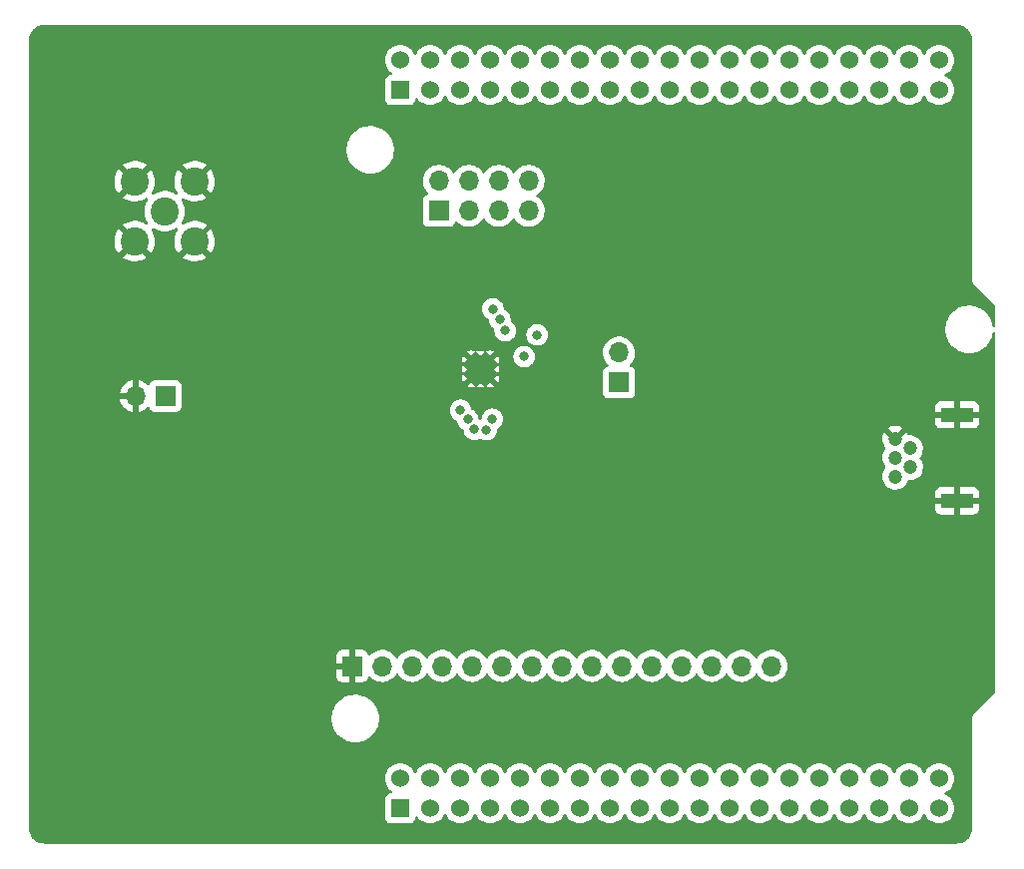
<source format=gbr>
%TF.GenerationSoftware,KiCad,Pcbnew,(6.0.4)*%
%TF.CreationDate,2022-11-04T05:35:43-04:00*%
%TF.ProjectId,SI4743 Breakout,53493437-3433-4204-9272-65616b6f7574,rev?*%
%TF.SameCoordinates,Original*%
%TF.FileFunction,Copper,L2,Inr*%
%TF.FilePolarity,Positive*%
%FSLAX46Y46*%
G04 Gerber Fmt 4.6, Leading zero omitted, Abs format (unit mm)*
G04 Created by KiCad (PCBNEW (6.0.4)) date 2022-11-04 05:35:43*
%MOMM*%
%LPD*%
G01*
G04 APERTURE LIST*
%TA.AperFunction,ComponentPad*%
%ADD10R,1.530000X1.530000*%
%TD*%
%TA.AperFunction,ComponentPad*%
%ADD11C,1.530000*%
%TD*%
%TA.AperFunction,ComponentPad*%
%ADD12R,1.700000X1.700000*%
%TD*%
%TA.AperFunction,ComponentPad*%
%ADD13O,1.700000X1.700000*%
%TD*%
%TA.AperFunction,ComponentPad*%
%ADD14C,1.200000*%
%TD*%
%TA.AperFunction,ComponentPad*%
%ADD15R,2.700000X1.300000*%
%TD*%
%TA.AperFunction,ComponentPad*%
%ADD16C,0.500000*%
%TD*%
%TA.AperFunction,ComponentPad*%
%ADD17C,2.400000*%
%TD*%
%TA.AperFunction,ViaPad*%
%ADD18C,0.800000*%
%TD*%
G04 APERTURE END LIST*
D10*
%TO.N,unconnected-(J7-Pad1)*%
%TO.C,J7*%
X126490000Y-114580000D03*
D11*
%TO.N,unconnected-(J7-Pad2)*%
X126490000Y-112040000D03*
%TO.N,unconnected-(J7-Pad3)*%
X129030000Y-114580000D03*
%TO.N,unconnected-(J7-Pad4)*%
X129030000Y-112040000D03*
%TO.N,unconnected-(J7-Pad5)*%
X131570000Y-114580000D03*
%TO.N,unconnected-(J7-Pad6)*%
X131570000Y-112040000D03*
%TO.N,unconnected-(J7-Pad7)*%
X134110000Y-114580000D03*
%TO.N,unconnected-(J7-Pad8)*%
X134110000Y-112040000D03*
%TO.N,unconnected-(J7-Pad9)*%
X136650000Y-114580000D03*
%TO.N,unconnected-(J7-Pad10)*%
X136650000Y-112040000D03*
%TO.N,unconnected-(J7-Pad11)*%
X139190000Y-114580000D03*
%TO.N,unconnected-(J7-Pad12)*%
X139190000Y-112040000D03*
%TO.N,unconnected-(J7-Pad13)*%
X141730000Y-114580000D03*
%TO.N,unconnected-(J7-Pad14)*%
X141730000Y-112040000D03*
%TO.N,unconnected-(J7-Pad15)*%
X144270000Y-114580000D03*
%TO.N,unconnected-(J7-Pad16)*%
X144270000Y-112040000D03*
%TO.N,unconnected-(J7-Pad17)*%
X146810000Y-114580000D03*
%TO.N,unconnected-(J7-Pad18)*%
X146810000Y-112040000D03*
%TO.N,unconnected-(J7-Pad19)*%
X149350000Y-114580000D03*
%TO.N,unconnected-(J7-Pad20)*%
X149350000Y-112040000D03*
%TO.N,unconnected-(J7-Pad21)*%
X151890000Y-114580000D03*
%TO.N,unconnected-(J7-Pad22)*%
X151890000Y-112040000D03*
%TO.N,unconnected-(J7-Pad23)*%
X154430000Y-114580000D03*
%TO.N,unconnected-(J7-Pad24)*%
X154430000Y-112040000D03*
%TO.N,unconnected-(J7-Pad25)*%
X156970000Y-114580000D03*
%TO.N,unconnected-(J7-Pad26)*%
X156970000Y-112040000D03*
%TO.N,unconnected-(J7-Pad27)*%
X159510000Y-114580000D03*
%TO.N,unconnected-(J7-Pad28)*%
X159510000Y-112040000D03*
%TO.N,unconnected-(J7-Pad29)*%
X162050000Y-114580000D03*
%TO.N,unconnected-(J7-Pad30)*%
X162050000Y-112040000D03*
%TO.N,unconnected-(J7-Pad31)*%
X164590000Y-114580000D03*
%TO.N,unconnected-(J7-Pad32)*%
X164590000Y-112040000D03*
%TO.N,unconnected-(J7-Pad33)*%
X167130000Y-114580000D03*
%TO.N,unconnected-(J7-Pad34)*%
X167130000Y-112040000D03*
%TO.N,PC2*%
X169670000Y-114580000D03*
%TO.N,PC1*%
X169670000Y-112040000D03*
%TO.N,PC3*%
X172210000Y-114580000D03*
%TO.N,PC0*%
X172210000Y-112040000D03*
D10*
%TO.N,unconnected-(J7-Pad39)*%
X126490000Y-53620000D03*
D11*
%TO.N,unconnected-(J7-Pad40)*%
X126490000Y-51080000D03*
%TO.N,SCL*%
X129030000Y-53620000D03*
%TO.N,PC6*%
X129030000Y-51080000D03*
%TO.N,SDA*%
X131570000Y-53620000D03*
%TO.N,PC5*%
X131570000Y-51080000D03*
%TO.N,unconnected-(J7-Pad45)*%
X134110000Y-53620000D03*
%TO.N,unconnected-(J7-Pad46)*%
X134110000Y-51080000D03*
%TO.N,unconnected-(J7-Pad47)*%
X136650000Y-53620000D03*
%TO.N,unconnected-(J7-Pad48)*%
X136650000Y-51080000D03*
%TO.N,unconnected-(J7-Pad49)*%
X139190000Y-53620000D03*
%TO.N,USB D+*%
X139190000Y-51080000D03*
%TO.N,unconnected-(J7-Pad51)*%
X141730000Y-53620000D03*
%TO.N,USB D-*%
X141730000Y-51080000D03*
%TO.N,unconnected-(J7-Pad53)*%
X144270000Y-53620000D03*
%TO.N,unconnected-(J7-Pad54)*%
X144270000Y-51080000D03*
%TO.N,unconnected-(J7-Pad55)*%
X146810000Y-53620000D03*
%TO.N,unconnected-(J7-Pad56)*%
X146810000Y-51080000D03*
%TO.N,PC7*%
X149350000Y-53620000D03*
%TO.N,unconnected-(J7-Pad58)*%
X149350000Y-51080000D03*
%TO.N,unconnected-(J7-Pad59)*%
X151890000Y-53620000D03*
%TO.N,unconnected-(J7-Pad60)*%
X151890000Y-51080000D03*
%TO.N,unconnected-(J7-Pad61)*%
X154430000Y-53620000D03*
%TO.N,unconnected-(J7-Pad62)*%
X154430000Y-51080000D03*
%TO.N,unconnected-(J7-Pad63)*%
X156970000Y-53620000D03*
%TO.N,unconnected-(J7-Pad64)*%
X156970000Y-51080000D03*
%TO.N,unconnected-(J7-Pad65)*%
X159510000Y-53620000D03*
%TO.N,unconnected-(J7-Pad66)*%
X159510000Y-51080000D03*
%TO.N,unconnected-(J7-Pad67)*%
X162050000Y-53620000D03*
%TO.N,unconnected-(J7-Pad68)*%
X162050000Y-51080000D03*
%TO.N,unconnected-(J7-Pad69)*%
X164590000Y-53620000D03*
%TO.N,unconnected-(J7-Pad70)*%
X164590000Y-51080000D03*
%TO.N,USB ID*%
X167130000Y-53620000D03*
%TO.N,PC4*%
X167130000Y-51080000D03*
%TO.N,unconnected-(J7-Pad73)*%
X169670000Y-53620000D03*
%TO.N,unconnected-(J7-Pad74)*%
X169670000Y-51080000D03*
%TO.N,unconnected-(J7-Pad75)*%
X172210000Y-53620000D03*
%TO.N,unconnected-(J7-Pad76)*%
X172210000Y-51080000D03*
%TD*%
D12*
%TO.N,Net-(C3-Pad1)*%
%TO.C,J2*%
X106575000Y-79600000D03*
D13*
%TO.N,GND*%
X104035000Y-79600000D03*
%TD*%
D14*
%TO.N,Net-(C1-Pad1)*%
%TO.C,J1*%
X168480000Y-86430000D03*
%TO.N,Net-(J1-Pad2)*%
X169730000Y-85630000D03*
%TO.N,Net-(J1-Pad3)*%
X168480000Y-84830000D03*
%TO.N,USB ID*%
X169730000Y-84030000D03*
%TO.N,GND*%
X168480000Y-83230000D03*
D15*
X173730000Y-88480000D03*
X173730000Y-81180000D03*
%TD*%
D12*
%TO.N,GND*%
%TO.C,J4*%
X122425000Y-102500000D03*
D13*
%TO.N,VDD*%
X124965000Y-102500000D03*
%TO.N,AGC*%
X127505000Y-102500000D03*
%TO.N,RST*%
X130045000Y-102500000D03*
%TO.N,SEN*%
X132585000Y-102500000D03*
%TO.N,unconnected-(J4-Pad6)*%
X135125000Y-102500000D03*
%TO.N,unconnected-(J4-Pad7)*%
X137665000Y-102500000D03*
%TO.N,RCLK*%
X140205000Y-102500000D03*
%TO.N,unconnected-(J4-Pad9)*%
X142745000Y-102500000D03*
%TO.N,unconnected-(J4-Pad10)*%
X145285000Y-102500000D03*
%TO.N,DOUT*%
X147825000Y-102500000D03*
%TO.N,DFS*%
X150365000Y-102500000D03*
%TO.N,DCLK*%
X152905000Y-102500000D03*
%TO.N,INT*%
X155445000Y-102500000D03*
%TO.N,AGC2*%
X157985000Y-102500000D03*
%TD*%
D12*
%TO.N,PC0*%
%TO.C,J5*%
X129770000Y-63865000D03*
D13*
%TO.N,PC1*%
X129770000Y-61325000D03*
%TO.N,PC2*%
X132310000Y-63865000D03*
%TO.N,PC3*%
X132310000Y-61325000D03*
%TO.N,PC7*%
X134850000Y-63865000D03*
%TO.N,PC6*%
X134850000Y-61325000D03*
%TO.N,PC5*%
X137390000Y-63865000D03*
%TO.N,PC4*%
X137390000Y-61325000D03*
%TD*%
D16*
%TO.N,GND*%
%TO.C,U2*%
X133300000Y-77300000D03*
X133300000Y-76500000D03*
X133300000Y-78100000D03*
X134100000Y-76500000D03*
X134100000Y-77300000D03*
X132500000Y-76500000D03*
X132500000Y-78100000D03*
X134100000Y-78100000D03*
X132500000Y-77300000D03*
%TD*%
D17*
%TO.N,Net-(C2-Pad1)*%
%TO.C,J3*%
X106500000Y-63900000D03*
%TO.N,GND*%
X103960000Y-66440000D03*
X109040000Y-61360000D03*
X109040000Y-66440000D03*
X103960000Y-61360000D03*
%TD*%
D12*
%TO.N,ROUT*%
%TO.C,J6*%
X145050000Y-78450000D03*
D13*
%TO.N,LOUT*%
X145050000Y-75910000D03*
%TD*%
D18*
%TO.N,GND*%
X176290000Y-101330000D03*
X156630000Y-76620000D03*
X161490000Y-83280000D03*
X165560000Y-87050000D03*
X175550000Y-95800000D03*
X174930000Y-91810000D03*
X170860000Y-91350000D03*
X173780000Y-84660000D03*
X175930000Y-77520000D03*
X173010000Y-69840000D03*
X174390000Y-65150000D03*
X173320000Y-56550000D03*
X166870000Y-77900000D03*
X166640000Y-69220000D03*
X133950000Y-116950000D03*
X148850000Y-117030000D03*
X169720000Y-116770000D03*
X164020000Y-108950000D03*
X145810000Y-109030000D03*
X127790000Y-108590000D03*
X151680000Y-105330000D03*
X162350000Y-104600000D03*
X167360000Y-100590000D03*
X157590000Y-98420000D03*
X160670000Y-96960000D03*
X154590000Y-94020000D03*
X156780000Y-90320000D03*
X154650000Y-88730000D03*
X127230000Y-96230000D03*
X123690000Y-92770000D03*
X128150000Y-87700000D03*
X123250000Y-85540000D03*
X145700000Y-73140000D03*
X142460000Y-71500000D03*
X154890000Y-72010000D03*
X158830000Y-69190000D03*
X152460000Y-63340000D03*
X163990000Y-56050000D03*
X158460000Y-59040000D03*
X153780000Y-56430000D03*
X172290000Y-48670000D03*
X125810000Y-48730000D03*
X123980000Y-71650000D03*
X120600000Y-66580000D03*
X114250000Y-114210000D03*
X107340000Y-109370000D03*
X113680000Y-103720000D03*
X106880000Y-98880000D03*
X113450000Y-91510000D03*
X106880000Y-86670000D03*
X101690000Y-112140000D03*
X96620000Y-107410000D03*
X101580000Y-100380000D03*
X96510000Y-96930000D03*
X101500000Y-90430000D03*
X96590000Y-86740000D03*
X101270000Y-82600000D03*
X96480000Y-76730000D03*
X101770000Y-72460000D03*
X97260000Y-69350000D03*
X116740000Y-57330000D03*
X113210000Y-49190000D03*
X107170000Y-56770000D03*
X105220000Y-49390000D03*
X99020000Y-56610000D03*
X97170000Y-49760000D03*
X123150000Y-76750000D03*
X146850000Y-85200000D03*
X143080000Y-93400000D03*
X142600000Y-83200000D03*
X112600000Y-70950000D03*
X143230000Y-90050000D03*
X141820000Y-91380000D03*
X149230000Y-90030000D03*
X127750000Y-81550000D03*
X157150000Y-86100000D03*
X127150000Y-76750000D03*
X149820000Y-93430000D03*
X142600000Y-79550000D03*
X124600000Y-82750000D03*
X150750000Y-91330000D03*
X159050000Y-77450000D03*
X162050000Y-77450000D03*
X160500000Y-76150000D03*
%TO.N,DCLK*%
X135400000Y-74050000D03*
%TO.N,RCLK*%
X134300000Y-81550000D03*
%TO.N,RST*%
X131600000Y-80800000D03*
%TO.N,SEN*%
X132217514Y-81585927D03*
%TO.N,SCL*%
X132785056Y-82408667D03*
%TO.N,SDA*%
X133783419Y-82456376D03*
%TO.N,AGC2*%
X134350000Y-72200000D03*
%TO.N,INT*%
X134950000Y-73100000D03*
%TO.N,DOUT*%
X137000000Y-76250000D03*
%TO.N,DFS*%
X138100000Y-74400000D03*
%TD*%
%TA.AperFunction,Conductor*%
%TO.N,GND*%
G36*
X173720018Y-48090000D02*
G01*
X173734851Y-48092310D01*
X173734855Y-48092310D01*
X173743724Y-48093691D01*
X173757789Y-48091852D01*
X173784003Y-48091176D01*
X173934328Y-48103007D01*
X173953855Y-48106100D01*
X174038929Y-48126524D01*
X174124005Y-48146949D01*
X174142803Y-48153056D01*
X174304472Y-48220022D01*
X174322077Y-48228992D01*
X174471284Y-48320426D01*
X174487273Y-48332043D01*
X174620333Y-48445687D01*
X174634311Y-48459665D01*
X174692386Y-48527661D01*
X174747954Y-48592723D01*
X174759574Y-48608716D01*
X174851008Y-48757923D01*
X174859978Y-48775528D01*
X174865359Y-48788518D01*
X174926942Y-48937192D01*
X174933052Y-48955997D01*
X174973900Y-49126145D01*
X174976993Y-49145672D01*
X174988272Y-49288987D01*
X174987630Y-49305875D01*
X174987800Y-49305877D01*
X174987690Y-49314853D01*
X174986309Y-49323724D01*
X174987473Y-49332626D01*
X174987473Y-49332628D01*
X174990436Y-49355283D01*
X174991500Y-49371621D01*
X174991500Y-69633928D01*
X174990145Y-69646058D01*
X174990627Y-69646097D01*
X174989907Y-69655044D01*
X174987926Y-69663800D01*
X174988482Y-69672760D01*
X174991258Y-69717508D01*
X174991500Y-69725310D01*
X174991500Y-69741513D01*
X174992136Y-69745953D01*
X174992984Y-69751878D01*
X174994013Y-69761928D01*
X174996945Y-69809177D01*
X174999994Y-69817623D01*
X175000593Y-69820514D01*
X175004822Y-69837480D01*
X175005648Y-69840305D01*
X175006920Y-69849187D01*
X175026522Y-69892298D01*
X175030327Y-69901647D01*
X175046404Y-69946181D01*
X175051699Y-69953429D01*
X175053080Y-69956027D01*
X175061915Y-69971145D01*
X175063494Y-69973614D01*
X175067208Y-69981782D01*
X175073064Y-69988578D01*
X175098115Y-70017652D01*
X175104401Y-70025569D01*
X175109548Y-70032615D01*
X175109553Y-70032620D01*
X175112425Y-70036552D01*
X175123400Y-70047527D01*
X175129758Y-70054374D01*
X175162287Y-70092127D01*
X175169822Y-70097011D01*
X175176066Y-70102458D01*
X175187931Y-70112058D01*
X176954595Y-71878722D01*
X176988621Y-71941034D01*
X176991500Y-71967817D01*
X176991500Y-73645499D01*
X176971498Y-73713620D01*
X176917842Y-73760113D01*
X176847568Y-73770217D01*
X176782988Y-73740723D01*
X176744604Y-73680997D01*
X176741414Y-73667379D01*
X176736913Y-73641852D01*
X176703598Y-73452913D01*
X176616797Y-73185765D01*
X176587175Y-73125030D01*
X176519968Y-72987237D01*
X176493660Y-72933298D01*
X176491205Y-72929659D01*
X176491202Y-72929653D01*
X176361218Y-72736944D01*
X176336585Y-72700424D01*
X176148629Y-72491678D01*
X175933450Y-72311121D01*
X175695236Y-72162269D01*
X175438625Y-72048018D01*
X175287176Y-72004591D01*
X175172837Y-71971805D01*
X175172836Y-71971805D01*
X175168610Y-71970593D01*
X175164260Y-71969982D01*
X175164257Y-71969981D01*
X175061310Y-71955513D01*
X174890448Y-71931500D01*
X174679854Y-71931500D01*
X174677668Y-71931653D01*
X174677664Y-71931653D01*
X174474173Y-71945882D01*
X174474168Y-71945883D01*
X174469788Y-71946189D01*
X174195030Y-72004591D01*
X174190901Y-72006094D01*
X174190897Y-72006095D01*
X173935219Y-72099154D01*
X173935215Y-72099156D01*
X173931074Y-72100663D01*
X173683058Y-72232536D01*
X173679499Y-72235122D01*
X173679497Y-72235123D01*
X173475459Y-72383365D01*
X173455808Y-72397642D01*
X173253748Y-72592769D01*
X173080812Y-72814118D01*
X173078616Y-72817922D01*
X173078611Y-72817929D01*
X172980862Y-72987237D01*
X172940364Y-73057381D01*
X172835138Y-73317824D01*
X172834073Y-73322097D01*
X172834072Y-73322099D01*
X172781936Y-73531206D01*
X172767183Y-73590376D01*
X172766724Y-73594744D01*
X172766723Y-73594749D01*
X172738837Y-73860072D01*
X172737822Y-73869733D01*
X172737975Y-73874121D01*
X172737975Y-73874127D01*
X172743888Y-74043435D01*
X172747625Y-74150458D01*
X172748387Y-74154781D01*
X172748388Y-74154788D01*
X172772164Y-74289624D01*
X172796402Y-74427087D01*
X172883203Y-74694235D01*
X172885131Y-74698188D01*
X172885133Y-74698193D01*
X172940313Y-74811328D01*
X173006340Y-74946702D01*
X173008795Y-74950341D01*
X173008798Y-74950347D01*
X173074937Y-75048401D01*
X173163415Y-75179576D01*
X173351371Y-75388322D01*
X173566550Y-75568879D01*
X173804764Y-75717731D01*
X173938484Y-75777267D01*
X174033327Y-75819494D01*
X174061375Y-75831982D01*
X174331390Y-75909407D01*
X174335740Y-75910018D01*
X174335743Y-75910019D01*
X174438690Y-75924487D01*
X174609552Y-75948500D01*
X174820146Y-75948500D01*
X174822332Y-75948347D01*
X174822336Y-75948347D01*
X175025827Y-75934118D01*
X175025832Y-75934117D01*
X175030212Y-75933811D01*
X175304970Y-75875409D01*
X175309099Y-75873906D01*
X175309103Y-75873905D01*
X175564781Y-75780846D01*
X175564785Y-75780844D01*
X175568926Y-75779337D01*
X175816942Y-75647464D01*
X175820503Y-75644877D01*
X176040629Y-75484947D01*
X176040632Y-75484944D01*
X176044192Y-75482358D01*
X176064484Y-75462763D01*
X176243087Y-75290287D01*
X176246252Y-75287231D01*
X176419188Y-75065882D01*
X176421384Y-75062078D01*
X176421389Y-75062071D01*
X176557435Y-74826431D01*
X176559636Y-74822619D01*
X176664862Y-74562176D01*
X176665928Y-74557901D01*
X176731753Y-74293893D01*
X176731754Y-74293888D01*
X176732817Y-74289624D01*
X176740190Y-74219473D01*
X176767203Y-74153816D01*
X176825425Y-74113186D01*
X176896370Y-74110483D01*
X176957514Y-74146565D01*
X176989444Y-74209976D01*
X176991500Y-74232643D01*
X176991500Y-104692182D01*
X176971498Y-104760303D01*
X176954595Y-104781277D01*
X175190696Y-106545177D01*
X175181156Y-106552800D01*
X175181470Y-106553168D01*
X175174634Y-106558986D01*
X175167042Y-106563776D01*
X175161100Y-106570504D01*
X175131407Y-106604125D01*
X175126061Y-106609812D01*
X175114618Y-106621255D01*
X175108978Y-106628780D01*
X175108341Y-106629630D01*
X175101967Y-106637459D01*
X175070622Y-106672951D01*
X175066808Y-106681074D01*
X175065174Y-106683562D01*
X175056186Y-106698523D01*
X175054771Y-106701108D01*
X175049384Y-106708295D01*
X175046233Y-106716701D01*
X175032759Y-106752642D01*
X175028833Y-106761958D01*
X175008719Y-106804800D01*
X175007338Y-106813669D01*
X175006472Y-106816502D01*
X175002042Y-106833389D01*
X175001408Y-106836274D01*
X174998255Y-106844684D01*
X174997590Y-106853639D01*
X174994746Y-106891906D01*
X174993592Y-106901952D01*
X174991500Y-106915386D01*
X174991500Y-106930906D01*
X174991154Y-106940243D01*
X174987461Y-106989941D01*
X174989335Y-106998720D01*
X174989898Y-107006978D01*
X174991500Y-107022161D01*
X174991500Y-116280633D01*
X174990000Y-116300018D01*
X174987690Y-116314851D01*
X174987690Y-116314855D01*
X174986309Y-116323724D01*
X174988148Y-116337789D01*
X174988824Y-116364003D01*
X174976993Y-116514328D01*
X174973900Y-116533855D01*
X174933052Y-116704003D01*
X174926944Y-116722803D01*
X174859978Y-116884472D01*
X174851008Y-116902077D01*
X174759576Y-117051281D01*
X174747957Y-117067273D01*
X174634313Y-117200333D01*
X174620335Y-117214311D01*
X174487273Y-117327957D01*
X174471284Y-117339574D01*
X174322077Y-117431008D01*
X174304472Y-117439978D01*
X174142803Y-117506944D01*
X174124005Y-117513051D01*
X174038929Y-117533476D01*
X173953855Y-117553900D01*
X173934328Y-117556993D01*
X173791013Y-117568272D01*
X173774125Y-117567630D01*
X173774123Y-117567800D01*
X173765147Y-117567690D01*
X173756276Y-117566309D01*
X173747374Y-117567473D01*
X173747372Y-117567473D01*
X173732323Y-117569441D01*
X173724714Y-117570436D01*
X173708379Y-117571500D01*
X96299367Y-117571500D01*
X96279982Y-117570000D01*
X96265149Y-117567690D01*
X96265145Y-117567690D01*
X96256276Y-117566309D01*
X96242211Y-117568148D01*
X96215997Y-117568824D01*
X96065672Y-117556993D01*
X96046145Y-117553900D01*
X95961071Y-117533476D01*
X95875995Y-117513051D01*
X95857197Y-117506944D01*
X95695528Y-117439978D01*
X95677923Y-117431008D01*
X95528716Y-117339574D01*
X95512727Y-117327957D01*
X95379665Y-117214311D01*
X95365687Y-117200333D01*
X95252043Y-117067273D01*
X95240424Y-117051281D01*
X95148992Y-116902077D01*
X95140022Y-116884472D01*
X95073056Y-116722803D01*
X95066948Y-116704003D01*
X95026100Y-116533855D01*
X95023007Y-116514328D01*
X95012009Y-116374583D01*
X95012994Y-116352258D01*
X95012334Y-116352199D01*
X95012769Y-116347351D01*
X95013576Y-116342552D01*
X95013729Y-116330000D01*
X95009773Y-116302376D01*
X95008500Y-116284514D01*
X95008500Y-112040000D01*
X125211635Y-112040000D01*
X125231056Y-112261986D01*
X125288730Y-112477227D01*
X125291052Y-112482208D01*
X125291053Y-112482209D01*
X125380577Y-112674195D01*
X125380580Y-112674200D01*
X125382903Y-112679182D01*
X125510716Y-112861717D01*
X125668283Y-113019284D01*
X125672792Y-113022441D01*
X125672794Y-113022443D01*
X125751119Y-113077287D01*
X125795447Y-113132745D01*
X125802756Y-113203364D01*
X125770725Y-113266724D01*
X125709523Y-113302709D01*
X125683658Y-113305906D01*
X125683680Y-113306316D01*
X125680282Y-113306500D01*
X125676866Y-113306500D01*
X125614684Y-113313255D01*
X125478295Y-113364385D01*
X125361739Y-113451739D01*
X125274385Y-113568295D01*
X125223255Y-113704684D01*
X125216500Y-113766866D01*
X125216500Y-115393134D01*
X125223255Y-115455316D01*
X125274385Y-115591705D01*
X125361739Y-115708261D01*
X125478295Y-115795615D01*
X125614684Y-115846745D01*
X125676866Y-115853500D01*
X127303134Y-115853500D01*
X127365316Y-115846745D01*
X127501705Y-115795615D01*
X127618261Y-115708261D01*
X127705615Y-115591705D01*
X127756745Y-115455316D01*
X127763500Y-115393134D01*
X127763500Y-115389717D01*
X127763684Y-115386320D01*
X127764899Y-115386386D01*
X127783502Y-115323031D01*
X127837158Y-115276538D01*
X127907432Y-115266434D01*
X127972012Y-115295928D01*
X127992713Y-115318881D01*
X128047085Y-115396531D01*
X128050716Y-115401717D01*
X128208283Y-115559284D01*
X128212792Y-115562441D01*
X128212794Y-115562443D01*
X128264847Y-115598891D01*
X128390817Y-115687097D01*
X128395799Y-115689420D01*
X128395804Y-115689423D01*
X128587791Y-115778947D01*
X128592773Y-115781270D01*
X128598081Y-115782692D01*
X128598083Y-115782693D01*
X128626208Y-115790229D01*
X128808014Y-115838944D01*
X129030000Y-115858365D01*
X129251986Y-115838944D01*
X129433792Y-115790229D01*
X129461917Y-115782693D01*
X129461919Y-115782692D01*
X129467227Y-115781270D01*
X129472209Y-115778947D01*
X129664196Y-115689423D01*
X129664201Y-115689420D01*
X129669183Y-115687097D01*
X129795153Y-115598891D01*
X129847206Y-115562443D01*
X129847208Y-115562441D01*
X129851717Y-115559284D01*
X130009284Y-115401717D01*
X130012916Y-115396531D01*
X130067287Y-115318881D01*
X130137097Y-115219182D01*
X130139420Y-115214200D01*
X130139423Y-115214195D01*
X130185805Y-115114727D01*
X130232722Y-115061442D01*
X130300999Y-115041981D01*
X130368959Y-115062523D01*
X130414195Y-115114727D01*
X130460577Y-115214195D01*
X130460580Y-115214200D01*
X130462903Y-115219182D01*
X130532713Y-115318881D01*
X130587085Y-115396531D01*
X130590716Y-115401717D01*
X130748283Y-115559284D01*
X130752792Y-115562441D01*
X130752794Y-115562443D01*
X130804847Y-115598891D01*
X130930817Y-115687097D01*
X130935799Y-115689420D01*
X130935804Y-115689423D01*
X131127791Y-115778947D01*
X131132773Y-115781270D01*
X131138081Y-115782692D01*
X131138083Y-115782693D01*
X131166208Y-115790229D01*
X131348014Y-115838944D01*
X131570000Y-115858365D01*
X131791986Y-115838944D01*
X131973792Y-115790229D01*
X132001917Y-115782693D01*
X132001919Y-115782692D01*
X132007227Y-115781270D01*
X132012209Y-115778947D01*
X132204196Y-115689423D01*
X132204201Y-115689420D01*
X132209183Y-115687097D01*
X132335153Y-115598891D01*
X132387206Y-115562443D01*
X132387208Y-115562441D01*
X132391717Y-115559284D01*
X132549284Y-115401717D01*
X132552916Y-115396531D01*
X132607287Y-115318881D01*
X132677097Y-115219182D01*
X132679420Y-115214200D01*
X132679423Y-115214195D01*
X132725805Y-115114727D01*
X132772722Y-115061442D01*
X132840999Y-115041981D01*
X132908959Y-115062523D01*
X132954195Y-115114727D01*
X133000577Y-115214195D01*
X133000580Y-115214200D01*
X133002903Y-115219182D01*
X133072713Y-115318881D01*
X133127085Y-115396531D01*
X133130716Y-115401717D01*
X133288283Y-115559284D01*
X133292792Y-115562441D01*
X133292794Y-115562443D01*
X133344847Y-115598891D01*
X133470817Y-115687097D01*
X133475799Y-115689420D01*
X133475804Y-115689423D01*
X133667791Y-115778947D01*
X133672773Y-115781270D01*
X133678081Y-115782692D01*
X133678083Y-115782693D01*
X133706208Y-115790229D01*
X133888014Y-115838944D01*
X134110000Y-115858365D01*
X134331986Y-115838944D01*
X134513792Y-115790229D01*
X134541917Y-115782693D01*
X134541919Y-115782692D01*
X134547227Y-115781270D01*
X134552209Y-115778947D01*
X134744196Y-115689423D01*
X134744201Y-115689420D01*
X134749183Y-115687097D01*
X134875153Y-115598891D01*
X134927206Y-115562443D01*
X134927208Y-115562441D01*
X134931717Y-115559284D01*
X135089284Y-115401717D01*
X135092916Y-115396531D01*
X135147287Y-115318881D01*
X135217097Y-115219182D01*
X135219420Y-115214200D01*
X135219423Y-115214195D01*
X135265805Y-115114727D01*
X135312722Y-115061442D01*
X135380999Y-115041981D01*
X135448959Y-115062523D01*
X135494195Y-115114727D01*
X135540577Y-115214195D01*
X135540580Y-115214200D01*
X135542903Y-115219182D01*
X135612713Y-115318881D01*
X135667085Y-115396531D01*
X135670716Y-115401717D01*
X135828283Y-115559284D01*
X135832792Y-115562441D01*
X135832794Y-115562443D01*
X135884847Y-115598891D01*
X136010817Y-115687097D01*
X136015799Y-115689420D01*
X136015804Y-115689423D01*
X136207791Y-115778947D01*
X136212773Y-115781270D01*
X136218081Y-115782692D01*
X136218083Y-115782693D01*
X136246208Y-115790229D01*
X136428014Y-115838944D01*
X136650000Y-115858365D01*
X136871986Y-115838944D01*
X137053792Y-115790229D01*
X137081917Y-115782693D01*
X137081919Y-115782692D01*
X137087227Y-115781270D01*
X137092209Y-115778947D01*
X137284196Y-115689423D01*
X137284201Y-115689420D01*
X137289183Y-115687097D01*
X137415153Y-115598891D01*
X137467206Y-115562443D01*
X137467208Y-115562441D01*
X137471717Y-115559284D01*
X137629284Y-115401717D01*
X137632916Y-115396531D01*
X137687287Y-115318881D01*
X137757097Y-115219182D01*
X137759420Y-115214200D01*
X137759423Y-115214195D01*
X137805805Y-115114727D01*
X137852722Y-115061442D01*
X137920999Y-115041981D01*
X137988959Y-115062523D01*
X138034195Y-115114727D01*
X138080577Y-115214195D01*
X138080580Y-115214200D01*
X138082903Y-115219182D01*
X138152713Y-115318881D01*
X138207085Y-115396531D01*
X138210716Y-115401717D01*
X138368283Y-115559284D01*
X138372792Y-115562441D01*
X138372794Y-115562443D01*
X138424847Y-115598891D01*
X138550817Y-115687097D01*
X138555799Y-115689420D01*
X138555804Y-115689423D01*
X138747791Y-115778947D01*
X138752773Y-115781270D01*
X138758081Y-115782692D01*
X138758083Y-115782693D01*
X138786208Y-115790229D01*
X138968014Y-115838944D01*
X139190000Y-115858365D01*
X139411986Y-115838944D01*
X139593792Y-115790229D01*
X139621917Y-115782693D01*
X139621919Y-115782692D01*
X139627227Y-115781270D01*
X139632209Y-115778947D01*
X139824196Y-115689423D01*
X139824201Y-115689420D01*
X139829183Y-115687097D01*
X139955153Y-115598891D01*
X140007206Y-115562443D01*
X140007208Y-115562441D01*
X140011717Y-115559284D01*
X140169284Y-115401717D01*
X140172916Y-115396531D01*
X140227287Y-115318881D01*
X140297097Y-115219182D01*
X140299420Y-115214200D01*
X140299423Y-115214195D01*
X140345805Y-115114727D01*
X140392722Y-115061442D01*
X140460999Y-115041981D01*
X140528959Y-115062523D01*
X140574195Y-115114727D01*
X140620577Y-115214195D01*
X140620580Y-115214200D01*
X140622903Y-115219182D01*
X140692713Y-115318881D01*
X140747085Y-115396531D01*
X140750716Y-115401717D01*
X140908283Y-115559284D01*
X140912792Y-115562441D01*
X140912794Y-115562443D01*
X140964847Y-115598891D01*
X141090817Y-115687097D01*
X141095799Y-115689420D01*
X141095804Y-115689423D01*
X141287791Y-115778947D01*
X141292773Y-115781270D01*
X141298081Y-115782692D01*
X141298083Y-115782693D01*
X141326208Y-115790229D01*
X141508014Y-115838944D01*
X141730000Y-115858365D01*
X141951986Y-115838944D01*
X142133792Y-115790229D01*
X142161917Y-115782693D01*
X142161919Y-115782692D01*
X142167227Y-115781270D01*
X142172209Y-115778947D01*
X142364196Y-115689423D01*
X142364201Y-115689420D01*
X142369183Y-115687097D01*
X142495153Y-115598891D01*
X142547206Y-115562443D01*
X142547208Y-115562441D01*
X142551717Y-115559284D01*
X142709284Y-115401717D01*
X142712916Y-115396531D01*
X142767287Y-115318881D01*
X142837097Y-115219182D01*
X142839420Y-115214200D01*
X142839423Y-115214195D01*
X142885805Y-115114727D01*
X142932722Y-115061442D01*
X143000999Y-115041981D01*
X143068959Y-115062523D01*
X143114195Y-115114727D01*
X143160577Y-115214195D01*
X143160580Y-115214200D01*
X143162903Y-115219182D01*
X143232713Y-115318881D01*
X143287085Y-115396531D01*
X143290716Y-115401717D01*
X143448283Y-115559284D01*
X143452792Y-115562441D01*
X143452794Y-115562443D01*
X143504847Y-115598891D01*
X143630817Y-115687097D01*
X143635799Y-115689420D01*
X143635804Y-115689423D01*
X143827791Y-115778947D01*
X143832773Y-115781270D01*
X143838081Y-115782692D01*
X143838083Y-115782693D01*
X143866208Y-115790229D01*
X144048014Y-115838944D01*
X144270000Y-115858365D01*
X144491986Y-115838944D01*
X144673792Y-115790229D01*
X144701917Y-115782693D01*
X144701919Y-115782692D01*
X144707227Y-115781270D01*
X144712209Y-115778947D01*
X144904196Y-115689423D01*
X144904201Y-115689420D01*
X144909183Y-115687097D01*
X145035153Y-115598891D01*
X145087206Y-115562443D01*
X145087208Y-115562441D01*
X145091717Y-115559284D01*
X145249284Y-115401717D01*
X145252916Y-115396531D01*
X145307287Y-115318881D01*
X145377097Y-115219182D01*
X145379420Y-115214200D01*
X145379423Y-115214195D01*
X145425805Y-115114727D01*
X145472722Y-115061442D01*
X145540999Y-115041981D01*
X145608959Y-115062523D01*
X145654195Y-115114727D01*
X145700577Y-115214195D01*
X145700580Y-115214200D01*
X145702903Y-115219182D01*
X145772713Y-115318881D01*
X145827085Y-115396531D01*
X145830716Y-115401717D01*
X145988283Y-115559284D01*
X145992792Y-115562441D01*
X145992794Y-115562443D01*
X146044847Y-115598891D01*
X146170817Y-115687097D01*
X146175799Y-115689420D01*
X146175804Y-115689423D01*
X146367791Y-115778947D01*
X146372773Y-115781270D01*
X146378081Y-115782692D01*
X146378083Y-115782693D01*
X146406208Y-115790229D01*
X146588014Y-115838944D01*
X146810000Y-115858365D01*
X147031986Y-115838944D01*
X147213792Y-115790229D01*
X147241917Y-115782693D01*
X147241919Y-115782692D01*
X147247227Y-115781270D01*
X147252209Y-115778947D01*
X147444196Y-115689423D01*
X147444201Y-115689420D01*
X147449183Y-115687097D01*
X147575153Y-115598891D01*
X147627206Y-115562443D01*
X147627208Y-115562441D01*
X147631717Y-115559284D01*
X147789284Y-115401717D01*
X147792916Y-115396531D01*
X147847287Y-115318881D01*
X147917097Y-115219182D01*
X147919420Y-115214200D01*
X147919423Y-115214195D01*
X147965805Y-115114727D01*
X148012722Y-115061442D01*
X148080999Y-115041981D01*
X148148959Y-115062523D01*
X148194195Y-115114727D01*
X148240577Y-115214195D01*
X148240580Y-115214200D01*
X148242903Y-115219182D01*
X148312713Y-115318881D01*
X148367085Y-115396531D01*
X148370716Y-115401717D01*
X148528283Y-115559284D01*
X148532792Y-115562441D01*
X148532794Y-115562443D01*
X148584847Y-115598891D01*
X148710817Y-115687097D01*
X148715799Y-115689420D01*
X148715804Y-115689423D01*
X148907791Y-115778947D01*
X148912773Y-115781270D01*
X148918081Y-115782692D01*
X148918083Y-115782693D01*
X148946208Y-115790229D01*
X149128014Y-115838944D01*
X149350000Y-115858365D01*
X149571986Y-115838944D01*
X149753792Y-115790229D01*
X149781917Y-115782693D01*
X149781919Y-115782692D01*
X149787227Y-115781270D01*
X149792209Y-115778947D01*
X149984196Y-115689423D01*
X149984201Y-115689420D01*
X149989183Y-115687097D01*
X150115153Y-115598891D01*
X150167206Y-115562443D01*
X150167208Y-115562441D01*
X150171717Y-115559284D01*
X150329284Y-115401717D01*
X150332916Y-115396531D01*
X150387287Y-115318881D01*
X150457097Y-115219182D01*
X150459420Y-115214200D01*
X150459423Y-115214195D01*
X150505805Y-115114727D01*
X150552722Y-115061442D01*
X150620999Y-115041981D01*
X150688959Y-115062523D01*
X150734195Y-115114727D01*
X150780577Y-115214195D01*
X150780580Y-115214200D01*
X150782903Y-115219182D01*
X150852713Y-115318881D01*
X150907085Y-115396531D01*
X150910716Y-115401717D01*
X151068283Y-115559284D01*
X151072792Y-115562441D01*
X151072794Y-115562443D01*
X151124847Y-115598891D01*
X151250817Y-115687097D01*
X151255799Y-115689420D01*
X151255804Y-115689423D01*
X151447791Y-115778947D01*
X151452773Y-115781270D01*
X151458081Y-115782692D01*
X151458083Y-115782693D01*
X151486208Y-115790229D01*
X151668014Y-115838944D01*
X151890000Y-115858365D01*
X152111986Y-115838944D01*
X152293792Y-115790229D01*
X152321917Y-115782693D01*
X152321919Y-115782692D01*
X152327227Y-115781270D01*
X152332209Y-115778947D01*
X152524196Y-115689423D01*
X152524201Y-115689420D01*
X152529183Y-115687097D01*
X152655153Y-115598891D01*
X152707206Y-115562443D01*
X152707208Y-115562441D01*
X152711717Y-115559284D01*
X152869284Y-115401717D01*
X152872916Y-115396531D01*
X152927287Y-115318881D01*
X152997097Y-115219182D01*
X152999420Y-115214200D01*
X152999423Y-115214195D01*
X153045805Y-115114727D01*
X153092722Y-115061442D01*
X153160999Y-115041981D01*
X153228959Y-115062523D01*
X153274195Y-115114727D01*
X153320577Y-115214195D01*
X153320580Y-115214200D01*
X153322903Y-115219182D01*
X153392713Y-115318881D01*
X153447085Y-115396531D01*
X153450716Y-115401717D01*
X153608283Y-115559284D01*
X153612792Y-115562441D01*
X153612794Y-115562443D01*
X153664847Y-115598891D01*
X153790817Y-115687097D01*
X153795799Y-115689420D01*
X153795804Y-115689423D01*
X153987791Y-115778947D01*
X153992773Y-115781270D01*
X153998081Y-115782692D01*
X153998083Y-115782693D01*
X154026208Y-115790229D01*
X154208014Y-115838944D01*
X154430000Y-115858365D01*
X154651986Y-115838944D01*
X154833792Y-115790229D01*
X154861917Y-115782693D01*
X154861919Y-115782692D01*
X154867227Y-115781270D01*
X154872209Y-115778947D01*
X155064196Y-115689423D01*
X155064201Y-115689420D01*
X155069183Y-115687097D01*
X155195153Y-115598891D01*
X155247206Y-115562443D01*
X155247208Y-115562441D01*
X155251717Y-115559284D01*
X155409284Y-115401717D01*
X155412916Y-115396531D01*
X155467287Y-115318881D01*
X155537097Y-115219182D01*
X155539420Y-115214200D01*
X155539423Y-115214195D01*
X155585805Y-115114727D01*
X155632722Y-115061442D01*
X155700999Y-115041981D01*
X155768959Y-115062523D01*
X155814195Y-115114727D01*
X155860577Y-115214195D01*
X155860580Y-115214200D01*
X155862903Y-115219182D01*
X155932713Y-115318881D01*
X155987085Y-115396531D01*
X155990716Y-115401717D01*
X156148283Y-115559284D01*
X156152792Y-115562441D01*
X156152794Y-115562443D01*
X156204847Y-115598891D01*
X156330817Y-115687097D01*
X156335799Y-115689420D01*
X156335804Y-115689423D01*
X156527791Y-115778947D01*
X156532773Y-115781270D01*
X156538081Y-115782692D01*
X156538083Y-115782693D01*
X156566208Y-115790229D01*
X156748014Y-115838944D01*
X156970000Y-115858365D01*
X157191986Y-115838944D01*
X157373792Y-115790229D01*
X157401917Y-115782693D01*
X157401919Y-115782692D01*
X157407227Y-115781270D01*
X157412209Y-115778947D01*
X157604196Y-115689423D01*
X157604201Y-115689420D01*
X157609183Y-115687097D01*
X157735153Y-115598891D01*
X157787206Y-115562443D01*
X157787208Y-115562441D01*
X157791717Y-115559284D01*
X157949284Y-115401717D01*
X157952916Y-115396531D01*
X158007287Y-115318881D01*
X158077097Y-115219182D01*
X158079420Y-115214200D01*
X158079423Y-115214195D01*
X158125805Y-115114727D01*
X158172722Y-115061442D01*
X158240999Y-115041981D01*
X158308959Y-115062523D01*
X158354195Y-115114727D01*
X158400577Y-115214195D01*
X158400580Y-115214200D01*
X158402903Y-115219182D01*
X158472713Y-115318881D01*
X158527085Y-115396531D01*
X158530716Y-115401717D01*
X158688283Y-115559284D01*
X158692792Y-115562441D01*
X158692794Y-115562443D01*
X158744847Y-115598891D01*
X158870817Y-115687097D01*
X158875799Y-115689420D01*
X158875804Y-115689423D01*
X159067791Y-115778947D01*
X159072773Y-115781270D01*
X159078081Y-115782692D01*
X159078083Y-115782693D01*
X159106208Y-115790229D01*
X159288014Y-115838944D01*
X159510000Y-115858365D01*
X159731986Y-115838944D01*
X159913792Y-115790229D01*
X159941917Y-115782693D01*
X159941919Y-115782692D01*
X159947227Y-115781270D01*
X159952209Y-115778947D01*
X160144196Y-115689423D01*
X160144201Y-115689420D01*
X160149183Y-115687097D01*
X160275153Y-115598891D01*
X160327206Y-115562443D01*
X160327208Y-115562441D01*
X160331717Y-115559284D01*
X160489284Y-115401717D01*
X160492916Y-115396531D01*
X160547287Y-115318881D01*
X160617097Y-115219182D01*
X160619420Y-115214200D01*
X160619423Y-115214195D01*
X160665805Y-115114727D01*
X160712722Y-115061442D01*
X160780999Y-115041981D01*
X160848959Y-115062523D01*
X160894195Y-115114727D01*
X160940577Y-115214195D01*
X160940580Y-115214200D01*
X160942903Y-115219182D01*
X161012713Y-115318881D01*
X161067085Y-115396531D01*
X161070716Y-115401717D01*
X161228283Y-115559284D01*
X161232792Y-115562441D01*
X161232794Y-115562443D01*
X161284847Y-115598891D01*
X161410817Y-115687097D01*
X161415799Y-115689420D01*
X161415804Y-115689423D01*
X161607791Y-115778947D01*
X161612773Y-115781270D01*
X161618081Y-115782692D01*
X161618083Y-115782693D01*
X161646208Y-115790229D01*
X161828014Y-115838944D01*
X162050000Y-115858365D01*
X162271986Y-115838944D01*
X162453792Y-115790229D01*
X162481917Y-115782693D01*
X162481919Y-115782692D01*
X162487227Y-115781270D01*
X162492209Y-115778947D01*
X162684196Y-115689423D01*
X162684201Y-115689420D01*
X162689183Y-115687097D01*
X162815153Y-115598891D01*
X162867206Y-115562443D01*
X162867208Y-115562441D01*
X162871717Y-115559284D01*
X163029284Y-115401717D01*
X163032916Y-115396531D01*
X163087287Y-115318881D01*
X163157097Y-115219182D01*
X163159420Y-115214200D01*
X163159423Y-115214195D01*
X163205805Y-115114727D01*
X163252722Y-115061442D01*
X163320999Y-115041981D01*
X163388959Y-115062523D01*
X163434195Y-115114727D01*
X163480577Y-115214195D01*
X163480580Y-115214200D01*
X163482903Y-115219182D01*
X163552713Y-115318881D01*
X163607085Y-115396531D01*
X163610716Y-115401717D01*
X163768283Y-115559284D01*
X163772792Y-115562441D01*
X163772794Y-115562443D01*
X163824847Y-115598891D01*
X163950817Y-115687097D01*
X163955799Y-115689420D01*
X163955804Y-115689423D01*
X164147791Y-115778947D01*
X164152773Y-115781270D01*
X164158081Y-115782692D01*
X164158083Y-115782693D01*
X164186208Y-115790229D01*
X164368014Y-115838944D01*
X164590000Y-115858365D01*
X164811986Y-115838944D01*
X164993792Y-115790229D01*
X165021917Y-115782693D01*
X165021919Y-115782692D01*
X165027227Y-115781270D01*
X165032209Y-115778947D01*
X165224196Y-115689423D01*
X165224201Y-115689420D01*
X165229183Y-115687097D01*
X165355153Y-115598891D01*
X165407206Y-115562443D01*
X165407208Y-115562441D01*
X165411717Y-115559284D01*
X165569284Y-115401717D01*
X165572916Y-115396531D01*
X165627287Y-115318881D01*
X165697097Y-115219182D01*
X165699420Y-115214200D01*
X165699423Y-115214195D01*
X165745805Y-115114727D01*
X165792722Y-115061442D01*
X165860999Y-115041981D01*
X165928959Y-115062523D01*
X165974195Y-115114727D01*
X166020577Y-115214195D01*
X166020580Y-115214200D01*
X166022903Y-115219182D01*
X166092713Y-115318881D01*
X166147085Y-115396531D01*
X166150716Y-115401717D01*
X166308283Y-115559284D01*
X166312792Y-115562441D01*
X166312794Y-115562443D01*
X166364847Y-115598891D01*
X166490817Y-115687097D01*
X166495799Y-115689420D01*
X166495804Y-115689423D01*
X166687791Y-115778947D01*
X166692773Y-115781270D01*
X166698081Y-115782692D01*
X166698083Y-115782693D01*
X166726208Y-115790229D01*
X166908014Y-115838944D01*
X167130000Y-115858365D01*
X167351986Y-115838944D01*
X167533792Y-115790229D01*
X167561917Y-115782693D01*
X167561919Y-115782692D01*
X167567227Y-115781270D01*
X167572209Y-115778947D01*
X167764196Y-115689423D01*
X167764201Y-115689420D01*
X167769183Y-115687097D01*
X167895153Y-115598891D01*
X167947206Y-115562443D01*
X167947208Y-115562441D01*
X167951717Y-115559284D01*
X168109284Y-115401717D01*
X168112916Y-115396531D01*
X168167287Y-115318881D01*
X168237097Y-115219182D01*
X168239420Y-115214200D01*
X168239423Y-115214195D01*
X168285805Y-115114727D01*
X168332722Y-115061442D01*
X168400999Y-115041981D01*
X168468959Y-115062523D01*
X168514195Y-115114727D01*
X168560577Y-115214195D01*
X168560580Y-115214200D01*
X168562903Y-115219182D01*
X168632713Y-115318881D01*
X168687085Y-115396531D01*
X168690716Y-115401717D01*
X168848283Y-115559284D01*
X168852792Y-115562441D01*
X168852794Y-115562443D01*
X168904847Y-115598891D01*
X169030817Y-115687097D01*
X169035799Y-115689420D01*
X169035804Y-115689423D01*
X169227791Y-115778947D01*
X169232773Y-115781270D01*
X169238081Y-115782692D01*
X169238083Y-115782693D01*
X169266208Y-115790229D01*
X169448014Y-115838944D01*
X169670000Y-115858365D01*
X169891986Y-115838944D01*
X170073792Y-115790229D01*
X170101917Y-115782693D01*
X170101919Y-115782692D01*
X170107227Y-115781270D01*
X170112209Y-115778947D01*
X170304196Y-115689423D01*
X170304201Y-115689420D01*
X170309183Y-115687097D01*
X170435153Y-115598891D01*
X170487206Y-115562443D01*
X170487208Y-115562441D01*
X170491717Y-115559284D01*
X170649284Y-115401717D01*
X170652916Y-115396531D01*
X170707287Y-115318881D01*
X170777097Y-115219182D01*
X170779420Y-115214200D01*
X170779423Y-115214195D01*
X170825805Y-115114727D01*
X170872722Y-115061442D01*
X170940999Y-115041981D01*
X171008959Y-115062523D01*
X171054195Y-115114727D01*
X171100577Y-115214195D01*
X171100580Y-115214200D01*
X171102903Y-115219182D01*
X171172713Y-115318881D01*
X171227085Y-115396531D01*
X171230716Y-115401717D01*
X171388283Y-115559284D01*
X171392792Y-115562441D01*
X171392794Y-115562443D01*
X171444847Y-115598891D01*
X171570817Y-115687097D01*
X171575799Y-115689420D01*
X171575804Y-115689423D01*
X171767791Y-115778947D01*
X171772773Y-115781270D01*
X171778081Y-115782692D01*
X171778083Y-115782693D01*
X171806208Y-115790229D01*
X171988014Y-115838944D01*
X172210000Y-115858365D01*
X172431986Y-115838944D01*
X172613792Y-115790229D01*
X172641917Y-115782693D01*
X172641919Y-115782692D01*
X172647227Y-115781270D01*
X172652209Y-115778947D01*
X172844196Y-115689423D01*
X172844201Y-115689420D01*
X172849183Y-115687097D01*
X172975153Y-115598891D01*
X173027206Y-115562443D01*
X173027208Y-115562441D01*
X173031717Y-115559284D01*
X173189284Y-115401717D01*
X173192916Y-115396531D01*
X173247287Y-115318881D01*
X173317097Y-115219182D01*
X173319420Y-115214200D01*
X173319423Y-115214195D01*
X173408947Y-115022209D01*
X173408948Y-115022208D01*
X173411270Y-115017227D01*
X173468944Y-114801986D01*
X173488365Y-114580000D01*
X173468944Y-114358014D01*
X173411270Y-114142773D01*
X173365805Y-114045273D01*
X173319423Y-113945805D01*
X173319420Y-113945800D01*
X173317097Y-113940818D01*
X173195294Y-113766866D01*
X173192443Y-113762794D01*
X173192441Y-113762791D01*
X173189284Y-113758283D01*
X173031717Y-113600716D01*
X172997424Y-113576703D01*
X172951890Y-113544820D01*
X172849183Y-113472903D01*
X172844201Y-113470580D01*
X172844196Y-113470577D01*
X172744728Y-113424195D01*
X172691443Y-113377278D01*
X172671982Y-113309001D01*
X172692524Y-113241041D01*
X172744728Y-113195805D01*
X172844196Y-113149423D01*
X172844201Y-113149420D01*
X172849183Y-113147097D01*
X173031717Y-113019284D01*
X173189284Y-112861717D01*
X173317097Y-112679182D01*
X173319420Y-112674200D01*
X173319423Y-112674195D01*
X173408947Y-112482209D01*
X173408948Y-112482208D01*
X173411270Y-112477227D01*
X173468944Y-112261986D01*
X173488365Y-112040000D01*
X173468944Y-111818014D01*
X173411270Y-111602773D01*
X173365805Y-111505273D01*
X173319423Y-111405805D01*
X173319420Y-111405800D01*
X173317097Y-111400818D01*
X173189284Y-111218283D01*
X173031717Y-111060716D01*
X172849183Y-110932903D01*
X172844201Y-110930580D01*
X172844196Y-110930577D01*
X172652209Y-110841053D01*
X172652208Y-110841053D01*
X172647227Y-110838730D01*
X172641919Y-110837308D01*
X172641917Y-110837307D01*
X172575535Y-110819520D01*
X172431986Y-110781056D01*
X172210000Y-110761635D01*
X171988014Y-110781056D01*
X171844464Y-110819520D01*
X171778083Y-110837307D01*
X171778081Y-110837308D01*
X171772773Y-110838730D01*
X171767792Y-110841052D01*
X171767791Y-110841053D01*
X171575805Y-110930577D01*
X171575800Y-110930580D01*
X171570818Y-110932903D01*
X171388283Y-111060716D01*
X171230716Y-111218283D01*
X171102903Y-111400818D01*
X171100580Y-111405800D01*
X171100577Y-111405805D01*
X171054195Y-111505273D01*
X171007278Y-111558558D01*
X170939001Y-111578019D01*
X170871041Y-111557477D01*
X170825805Y-111505273D01*
X170779423Y-111405805D01*
X170779420Y-111405800D01*
X170777097Y-111400818D01*
X170649284Y-111218283D01*
X170491717Y-111060716D01*
X170309183Y-110932903D01*
X170304201Y-110930580D01*
X170304196Y-110930577D01*
X170112209Y-110841053D01*
X170112208Y-110841053D01*
X170107227Y-110838730D01*
X170101919Y-110837308D01*
X170101917Y-110837307D01*
X170035535Y-110819520D01*
X169891986Y-110781056D01*
X169670000Y-110761635D01*
X169448014Y-110781056D01*
X169304464Y-110819520D01*
X169238083Y-110837307D01*
X169238081Y-110837308D01*
X169232773Y-110838730D01*
X169227792Y-110841052D01*
X169227791Y-110841053D01*
X169035805Y-110930577D01*
X169035800Y-110930580D01*
X169030818Y-110932903D01*
X168848283Y-111060716D01*
X168690716Y-111218283D01*
X168562903Y-111400818D01*
X168560580Y-111405800D01*
X168560577Y-111405805D01*
X168514195Y-111505273D01*
X168467278Y-111558558D01*
X168399001Y-111578019D01*
X168331041Y-111557477D01*
X168285805Y-111505273D01*
X168239423Y-111405805D01*
X168239420Y-111405800D01*
X168237097Y-111400818D01*
X168109284Y-111218283D01*
X167951717Y-111060716D01*
X167769183Y-110932903D01*
X167764201Y-110930580D01*
X167764196Y-110930577D01*
X167572209Y-110841053D01*
X167572208Y-110841053D01*
X167567227Y-110838730D01*
X167561919Y-110837308D01*
X167561917Y-110837307D01*
X167495535Y-110819520D01*
X167351986Y-110781056D01*
X167130000Y-110761635D01*
X166908014Y-110781056D01*
X166764464Y-110819520D01*
X166698083Y-110837307D01*
X166698081Y-110837308D01*
X166692773Y-110838730D01*
X166687792Y-110841052D01*
X166687791Y-110841053D01*
X166495805Y-110930577D01*
X166495800Y-110930580D01*
X166490818Y-110932903D01*
X166308283Y-111060716D01*
X166150716Y-111218283D01*
X166022903Y-111400818D01*
X166020580Y-111405800D01*
X166020577Y-111405805D01*
X165974195Y-111505273D01*
X165927278Y-111558558D01*
X165859001Y-111578019D01*
X165791041Y-111557477D01*
X165745805Y-111505273D01*
X165699423Y-111405805D01*
X165699420Y-111405800D01*
X165697097Y-111400818D01*
X165569284Y-111218283D01*
X165411717Y-111060716D01*
X165229183Y-110932903D01*
X165224201Y-110930580D01*
X165224196Y-110930577D01*
X165032209Y-110841053D01*
X165032208Y-110841053D01*
X165027227Y-110838730D01*
X165021919Y-110837308D01*
X165021917Y-110837307D01*
X164955535Y-110819520D01*
X164811986Y-110781056D01*
X164590000Y-110761635D01*
X164368014Y-110781056D01*
X164224464Y-110819520D01*
X164158083Y-110837307D01*
X164158081Y-110837308D01*
X164152773Y-110838730D01*
X164147792Y-110841052D01*
X164147791Y-110841053D01*
X163955805Y-110930577D01*
X163955800Y-110930580D01*
X163950818Y-110932903D01*
X163768283Y-111060716D01*
X163610716Y-111218283D01*
X163482903Y-111400818D01*
X163480580Y-111405800D01*
X163480577Y-111405805D01*
X163434195Y-111505273D01*
X163387278Y-111558558D01*
X163319001Y-111578019D01*
X163251041Y-111557477D01*
X163205805Y-111505273D01*
X163159423Y-111405805D01*
X163159420Y-111405800D01*
X163157097Y-111400818D01*
X163029284Y-111218283D01*
X162871717Y-111060716D01*
X162689183Y-110932903D01*
X162684201Y-110930580D01*
X162684196Y-110930577D01*
X162492209Y-110841053D01*
X162492208Y-110841053D01*
X162487227Y-110838730D01*
X162481919Y-110837308D01*
X162481917Y-110837307D01*
X162415535Y-110819520D01*
X162271986Y-110781056D01*
X162050000Y-110761635D01*
X161828014Y-110781056D01*
X161684464Y-110819520D01*
X161618083Y-110837307D01*
X161618081Y-110837308D01*
X161612773Y-110838730D01*
X161607792Y-110841052D01*
X161607791Y-110841053D01*
X161415805Y-110930577D01*
X161415800Y-110930580D01*
X161410818Y-110932903D01*
X161228283Y-111060716D01*
X161070716Y-111218283D01*
X160942903Y-111400818D01*
X160940580Y-111405800D01*
X160940577Y-111405805D01*
X160894195Y-111505273D01*
X160847278Y-111558558D01*
X160779001Y-111578019D01*
X160711041Y-111557477D01*
X160665805Y-111505273D01*
X160619423Y-111405805D01*
X160619420Y-111405800D01*
X160617097Y-111400818D01*
X160489284Y-111218283D01*
X160331717Y-111060716D01*
X160149183Y-110932903D01*
X160144201Y-110930580D01*
X160144196Y-110930577D01*
X159952209Y-110841053D01*
X159952208Y-110841053D01*
X159947227Y-110838730D01*
X159941919Y-110837308D01*
X159941917Y-110837307D01*
X159875535Y-110819520D01*
X159731986Y-110781056D01*
X159510000Y-110761635D01*
X159288014Y-110781056D01*
X159144464Y-110819520D01*
X159078083Y-110837307D01*
X159078081Y-110837308D01*
X159072773Y-110838730D01*
X159067792Y-110841052D01*
X159067791Y-110841053D01*
X158875805Y-110930577D01*
X158875800Y-110930580D01*
X158870818Y-110932903D01*
X158688283Y-111060716D01*
X158530716Y-111218283D01*
X158402903Y-111400818D01*
X158400580Y-111405800D01*
X158400577Y-111405805D01*
X158354195Y-111505273D01*
X158307278Y-111558558D01*
X158239001Y-111578019D01*
X158171041Y-111557477D01*
X158125805Y-111505273D01*
X158079423Y-111405805D01*
X158079420Y-111405800D01*
X158077097Y-111400818D01*
X157949284Y-111218283D01*
X157791717Y-111060716D01*
X157609183Y-110932903D01*
X157604201Y-110930580D01*
X157604196Y-110930577D01*
X157412209Y-110841053D01*
X157412208Y-110841053D01*
X157407227Y-110838730D01*
X157401919Y-110837308D01*
X157401917Y-110837307D01*
X157335535Y-110819520D01*
X157191986Y-110781056D01*
X156970000Y-110761635D01*
X156748014Y-110781056D01*
X156604464Y-110819520D01*
X156538083Y-110837307D01*
X156538081Y-110837308D01*
X156532773Y-110838730D01*
X156527792Y-110841052D01*
X156527791Y-110841053D01*
X156335805Y-110930577D01*
X156335800Y-110930580D01*
X156330818Y-110932903D01*
X156148283Y-111060716D01*
X155990716Y-111218283D01*
X155862903Y-111400818D01*
X155860580Y-111405800D01*
X155860577Y-111405805D01*
X155814195Y-111505273D01*
X155767278Y-111558558D01*
X155699001Y-111578019D01*
X155631041Y-111557477D01*
X155585805Y-111505273D01*
X155539423Y-111405805D01*
X155539420Y-111405800D01*
X155537097Y-111400818D01*
X155409284Y-111218283D01*
X155251717Y-111060716D01*
X155069183Y-110932903D01*
X155064201Y-110930580D01*
X155064196Y-110930577D01*
X154872209Y-110841053D01*
X154872208Y-110841053D01*
X154867227Y-110838730D01*
X154861919Y-110837308D01*
X154861917Y-110837307D01*
X154795535Y-110819520D01*
X154651986Y-110781056D01*
X154430000Y-110761635D01*
X154208014Y-110781056D01*
X154064464Y-110819520D01*
X153998083Y-110837307D01*
X153998081Y-110837308D01*
X153992773Y-110838730D01*
X153987792Y-110841052D01*
X153987791Y-110841053D01*
X153795805Y-110930577D01*
X153795800Y-110930580D01*
X153790818Y-110932903D01*
X153608283Y-111060716D01*
X153450716Y-111218283D01*
X153322903Y-111400818D01*
X153320580Y-111405800D01*
X153320577Y-111405805D01*
X153274195Y-111505273D01*
X153227278Y-111558558D01*
X153159001Y-111578019D01*
X153091041Y-111557477D01*
X153045805Y-111505273D01*
X152999423Y-111405805D01*
X152999420Y-111405800D01*
X152997097Y-111400818D01*
X152869284Y-111218283D01*
X152711717Y-111060716D01*
X152529183Y-110932903D01*
X152524201Y-110930580D01*
X152524196Y-110930577D01*
X152332209Y-110841053D01*
X152332208Y-110841053D01*
X152327227Y-110838730D01*
X152321919Y-110837308D01*
X152321917Y-110837307D01*
X152255535Y-110819520D01*
X152111986Y-110781056D01*
X151890000Y-110761635D01*
X151668014Y-110781056D01*
X151524464Y-110819520D01*
X151458083Y-110837307D01*
X151458081Y-110837308D01*
X151452773Y-110838730D01*
X151447792Y-110841052D01*
X151447791Y-110841053D01*
X151255805Y-110930577D01*
X151255800Y-110930580D01*
X151250818Y-110932903D01*
X151068283Y-111060716D01*
X150910716Y-111218283D01*
X150782903Y-111400818D01*
X150780580Y-111405800D01*
X150780577Y-111405805D01*
X150734195Y-111505273D01*
X150687278Y-111558558D01*
X150619001Y-111578019D01*
X150551041Y-111557477D01*
X150505805Y-111505273D01*
X150459423Y-111405805D01*
X150459420Y-111405800D01*
X150457097Y-111400818D01*
X150329284Y-111218283D01*
X150171717Y-111060716D01*
X149989183Y-110932903D01*
X149984201Y-110930580D01*
X149984196Y-110930577D01*
X149792209Y-110841053D01*
X149792208Y-110841053D01*
X149787227Y-110838730D01*
X149781919Y-110837308D01*
X149781917Y-110837307D01*
X149715535Y-110819520D01*
X149571986Y-110781056D01*
X149350000Y-110761635D01*
X149128014Y-110781056D01*
X148984464Y-110819520D01*
X148918083Y-110837307D01*
X148918081Y-110837308D01*
X148912773Y-110838730D01*
X148907792Y-110841052D01*
X148907791Y-110841053D01*
X148715805Y-110930577D01*
X148715800Y-110930580D01*
X148710818Y-110932903D01*
X148528283Y-111060716D01*
X148370716Y-111218283D01*
X148242903Y-111400818D01*
X148240580Y-111405800D01*
X148240577Y-111405805D01*
X148194195Y-111505273D01*
X148147278Y-111558558D01*
X148079001Y-111578019D01*
X148011041Y-111557477D01*
X147965805Y-111505273D01*
X147919423Y-111405805D01*
X147919420Y-111405800D01*
X147917097Y-111400818D01*
X147789284Y-111218283D01*
X147631717Y-111060716D01*
X147449183Y-110932903D01*
X147444201Y-110930580D01*
X147444196Y-110930577D01*
X147252209Y-110841053D01*
X147252208Y-110841053D01*
X147247227Y-110838730D01*
X147241919Y-110837308D01*
X147241917Y-110837307D01*
X147175535Y-110819520D01*
X147031986Y-110781056D01*
X146810000Y-110761635D01*
X146588014Y-110781056D01*
X146444464Y-110819520D01*
X146378083Y-110837307D01*
X146378081Y-110837308D01*
X146372773Y-110838730D01*
X146367792Y-110841052D01*
X146367791Y-110841053D01*
X146175805Y-110930577D01*
X146175800Y-110930580D01*
X146170818Y-110932903D01*
X145988283Y-111060716D01*
X145830716Y-111218283D01*
X145702903Y-111400818D01*
X145700580Y-111405800D01*
X145700577Y-111405805D01*
X145654195Y-111505273D01*
X145607278Y-111558558D01*
X145539001Y-111578019D01*
X145471041Y-111557477D01*
X145425805Y-111505273D01*
X145379423Y-111405805D01*
X145379420Y-111405800D01*
X145377097Y-111400818D01*
X145249284Y-111218283D01*
X145091717Y-111060716D01*
X144909183Y-110932903D01*
X144904201Y-110930580D01*
X144904196Y-110930577D01*
X144712209Y-110841053D01*
X144712208Y-110841053D01*
X144707227Y-110838730D01*
X144701919Y-110837308D01*
X144701917Y-110837307D01*
X144635535Y-110819520D01*
X144491986Y-110781056D01*
X144270000Y-110761635D01*
X144048014Y-110781056D01*
X143904464Y-110819520D01*
X143838083Y-110837307D01*
X143838081Y-110837308D01*
X143832773Y-110838730D01*
X143827792Y-110841052D01*
X143827791Y-110841053D01*
X143635805Y-110930577D01*
X143635800Y-110930580D01*
X143630818Y-110932903D01*
X143448283Y-111060716D01*
X143290716Y-111218283D01*
X143162903Y-111400818D01*
X143160580Y-111405800D01*
X143160577Y-111405805D01*
X143114195Y-111505273D01*
X143067278Y-111558558D01*
X142999001Y-111578019D01*
X142931041Y-111557477D01*
X142885805Y-111505273D01*
X142839423Y-111405805D01*
X142839420Y-111405800D01*
X142837097Y-111400818D01*
X142709284Y-111218283D01*
X142551717Y-111060716D01*
X142369183Y-110932903D01*
X142364201Y-110930580D01*
X142364196Y-110930577D01*
X142172209Y-110841053D01*
X142172208Y-110841053D01*
X142167227Y-110838730D01*
X142161919Y-110837308D01*
X142161917Y-110837307D01*
X142095535Y-110819520D01*
X141951986Y-110781056D01*
X141730000Y-110761635D01*
X141508014Y-110781056D01*
X141364464Y-110819520D01*
X141298083Y-110837307D01*
X141298081Y-110837308D01*
X141292773Y-110838730D01*
X141287792Y-110841052D01*
X141287791Y-110841053D01*
X141095805Y-110930577D01*
X141095800Y-110930580D01*
X141090818Y-110932903D01*
X140908283Y-111060716D01*
X140750716Y-111218283D01*
X140622903Y-111400818D01*
X140620580Y-111405800D01*
X140620577Y-111405805D01*
X140574195Y-111505273D01*
X140527278Y-111558558D01*
X140459001Y-111578019D01*
X140391041Y-111557477D01*
X140345805Y-111505273D01*
X140299423Y-111405805D01*
X140299420Y-111405800D01*
X140297097Y-111400818D01*
X140169284Y-111218283D01*
X140011717Y-111060716D01*
X139829183Y-110932903D01*
X139824201Y-110930580D01*
X139824196Y-110930577D01*
X139632209Y-110841053D01*
X139632208Y-110841053D01*
X139627227Y-110838730D01*
X139621919Y-110837308D01*
X139621917Y-110837307D01*
X139555535Y-110819520D01*
X139411986Y-110781056D01*
X139190000Y-110761635D01*
X138968014Y-110781056D01*
X138824464Y-110819520D01*
X138758083Y-110837307D01*
X138758081Y-110837308D01*
X138752773Y-110838730D01*
X138747792Y-110841052D01*
X138747791Y-110841053D01*
X138555805Y-110930577D01*
X138555800Y-110930580D01*
X138550818Y-110932903D01*
X138368283Y-111060716D01*
X138210716Y-111218283D01*
X138082903Y-111400818D01*
X138080580Y-111405800D01*
X138080577Y-111405805D01*
X138034195Y-111505273D01*
X137987278Y-111558558D01*
X137919001Y-111578019D01*
X137851041Y-111557477D01*
X137805805Y-111505273D01*
X137759423Y-111405805D01*
X137759420Y-111405800D01*
X137757097Y-111400818D01*
X137629284Y-111218283D01*
X137471717Y-111060716D01*
X137289183Y-110932903D01*
X137284201Y-110930580D01*
X137284196Y-110930577D01*
X137092209Y-110841053D01*
X137092208Y-110841053D01*
X137087227Y-110838730D01*
X137081919Y-110837308D01*
X137081917Y-110837307D01*
X137015535Y-110819520D01*
X136871986Y-110781056D01*
X136650000Y-110761635D01*
X136428014Y-110781056D01*
X136284464Y-110819520D01*
X136218083Y-110837307D01*
X136218081Y-110837308D01*
X136212773Y-110838730D01*
X136207792Y-110841052D01*
X136207791Y-110841053D01*
X136015805Y-110930577D01*
X136015800Y-110930580D01*
X136010818Y-110932903D01*
X135828283Y-111060716D01*
X135670716Y-111218283D01*
X135542903Y-111400818D01*
X135540580Y-111405800D01*
X135540577Y-111405805D01*
X135494195Y-111505273D01*
X135447278Y-111558558D01*
X135379001Y-111578019D01*
X135311041Y-111557477D01*
X135265805Y-111505273D01*
X135219423Y-111405805D01*
X135219420Y-111405800D01*
X135217097Y-111400818D01*
X135089284Y-111218283D01*
X134931717Y-111060716D01*
X134749183Y-110932903D01*
X134744201Y-110930580D01*
X134744196Y-110930577D01*
X134552209Y-110841053D01*
X134552208Y-110841053D01*
X134547227Y-110838730D01*
X134541919Y-110837308D01*
X134541917Y-110837307D01*
X134475535Y-110819520D01*
X134331986Y-110781056D01*
X134110000Y-110761635D01*
X133888014Y-110781056D01*
X133744464Y-110819520D01*
X133678083Y-110837307D01*
X133678081Y-110837308D01*
X133672773Y-110838730D01*
X133667792Y-110841052D01*
X133667791Y-110841053D01*
X133475805Y-110930577D01*
X133475800Y-110930580D01*
X133470818Y-110932903D01*
X133288283Y-111060716D01*
X133130716Y-111218283D01*
X133002903Y-111400818D01*
X133000580Y-111405800D01*
X133000577Y-111405805D01*
X132954195Y-111505273D01*
X132907278Y-111558558D01*
X132839001Y-111578019D01*
X132771041Y-111557477D01*
X132725805Y-111505273D01*
X132679423Y-111405805D01*
X132679420Y-111405800D01*
X132677097Y-111400818D01*
X132549284Y-111218283D01*
X132391717Y-111060716D01*
X132209183Y-110932903D01*
X132204201Y-110930580D01*
X132204196Y-110930577D01*
X132012209Y-110841053D01*
X132012208Y-110841053D01*
X132007227Y-110838730D01*
X132001919Y-110837308D01*
X132001917Y-110837307D01*
X131935535Y-110819520D01*
X131791986Y-110781056D01*
X131570000Y-110761635D01*
X131348014Y-110781056D01*
X131204464Y-110819520D01*
X131138083Y-110837307D01*
X131138081Y-110837308D01*
X131132773Y-110838730D01*
X131127792Y-110841052D01*
X131127791Y-110841053D01*
X130935805Y-110930577D01*
X130935800Y-110930580D01*
X130930818Y-110932903D01*
X130748283Y-111060716D01*
X130590716Y-111218283D01*
X130462903Y-111400818D01*
X130460580Y-111405800D01*
X130460577Y-111405805D01*
X130414195Y-111505273D01*
X130367278Y-111558558D01*
X130299001Y-111578019D01*
X130231041Y-111557477D01*
X130185805Y-111505273D01*
X130139423Y-111405805D01*
X130139420Y-111405800D01*
X130137097Y-111400818D01*
X130009284Y-111218283D01*
X129851717Y-111060716D01*
X129669183Y-110932903D01*
X129664201Y-110930580D01*
X129664196Y-110930577D01*
X129472209Y-110841053D01*
X129472208Y-110841053D01*
X129467227Y-110838730D01*
X129461919Y-110837308D01*
X129461917Y-110837307D01*
X129395535Y-110819520D01*
X129251986Y-110781056D01*
X129030000Y-110761635D01*
X128808014Y-110781056D01*
X128664464Y-110819520D01*
X128598083Y-110837307D01*
X128598081Y-110837308D01*
X128592773Y-110838730D01*
X128587792Y-110841052D01*
X128587791Y-110841053D01*
X128395805Y-110930577D01*
X128395800Y-110930580D01*
X128390818Y-110932903D01*
X128208283Y-111060716D01*
X128050716Y-111218283D01*
X127922903Y-111400818D01*
X127920580Y-111405800D01*
X127920577Y-111405805D01*
X127874195Y-111505273D01*
X127827278Y-111558558D01*
X127759001Y-111578019D01*
X127691041Y-111557477D01*
X127645805Y-111505273D01*
X127599423Y-111405805D01*
X127599420Y-111405800D01*
X127597097Y-111400818D01*
X127469284Y-111218283D01*
X127311717Y-111060716D01*
X127129183Y-110932903D01*
X127124201Y-110930580D01*
X127124196Y-110930577D01*
X126932209Y-110841053D01*
X126932208Y-110841053D01*
X126927227Y-110838730D01*
X126921919Y-110837308D01*
X126921917Y-110837307D01*
X126855535Y-110819520D01*
X126711986Y-110781056D01*
X126490000Y-110761635D01*
X126268014Y-110781056D01*
X126124464Y-110819520D01*
X126058083Y-110837307D01*
X126058081Y-110837308D01*
X126052773Y-110838730D01*
X126047792Y-110841052D01*
X126047791Y-110841053D01*
X125855805Y-110930577D01*
X125855800Y-110930580D01*
X125850818Y-110932903D01*
X125668283Y-111060716D01*
X125510716Y-111218283D01*
X125382903Y-111400818D01*
X125380580Y-111405800D01*
X125380577Y-111405805D01*
X125334195Y-111505273D01*
X125288730Y-111602773D01*
X125231056Y-111818014D01*
X125211635Y-112040000D01*
X95008500Y-112040000D01*
X95008500Y-106889733D01*
X120667822Y-106889733D01*
X120667975Y-106894121D01*
X120667975Y-106894127D01*
X120671009Y-106980993D01*
X120677625Y-107170458D01*
X120678387Y-107174781D01*
X120678388Y-107174788D01*
X120702164Y-107309624D01*
X120726402Y-107447087D01*
X120813203Y-107714235D01*
X120936340Y-107966702D01*
X120938795Y-107970341D01*
X120938798Y-107970347D01*
X121011890Y-108078710D01*
X121093415Y-108199576D01*
X121281371Y-108408322D01*
X121496550Y-108588879D01*
X121734764Y-108737731D01*
X121991375Y-108851982D01*
X122261390Y-108929407D01*
X122265740Y-108930018D01*
X122265743Y-108930019D01*
X122368690Y-108944487D01*
X122539552Y-108968500D01*
X122750146Y-108968500D01*
X122752332Y-108968347D01*
X122752336Y-108968347D01*
X122955827Y-108954118D01*
X122955832Y-108954117D01*
X122960212Y-108953811D01*
X123234970Y-108895409D01*
X123239099Y-108893906D01*
X123239103Y-108893905D01*
X123494781Y-108800846D01*
X123494785Y-108800844D01*
X123498926Y-108799337D01*
X123746942Y-108667464D01*
X123851896Y-108591211D01*
X123970629Y-108504947D01*
X123970632Y-108504944D01*
X123974192Y-108502358D01*
X124176252Y-108307231D01*
X124349188Y-108085882D01*
X124351384Y-108082078D01*
X124351389Y-108082071D01*
X124487435Y-107846431D01*
X124489636Y-107842619D01*
X124594862Y-107582176D01*
X124628544Y-107447087D01*
X124661753Y-107313893D01*
X124661754Y-107313888D01*
X124662817Y-107309624D01*
X124677952Y-107165627D01*
X124691719Y-107034636D01*
X124691719Y-107034633D01*
X124692178Y-107030267D01*
X124690770Y-106989941D01*
X124682529Y-106753939D01*
X124682528Y-106753933D01*
X124682375Y-106749542D01*
X124676585Y-106716701D01*
X124634360Y-106477236D01*
X124633598Y-106472913D01*
X124546797Y-106205765D01*
X124423660Y-105953298D01*
X124421205Y-105949659D01*
X124421202Y-105949653D01*
X124340935Y-105830653D01*
X124266585Y-105720424D01*
X124078629Y-105511678D01*
X123863450Y-105331121D01*
X123625236Y-105182269D01*
X123445376Y-105102190D01*
X123372639Y-105069805D01*
X123372637Y-105069804D01*
X123368625Y-105068018D01*
X123098610Y-104990593D01*
X123094260Y-104989982D01*
X123094257Y-104989981D01*
X122983447Y-104974408D01*
X122820448Y-104951500D01*
X122609854Y-104951500D01*
X122607668Y-104951653D01*
X122607664Y-104951653D01*
X122404173Y-104965882D01*
X122404168Y-104965883D01*
X122399788Y-104966189D01*
X122125030Y-105024591D01*
X122120901Y-105026094D01*
X122120897Y-105026095D01*
X121865219Y-105119154D01*
X121865215Y-105119156D01*
X121861074Y-105120663D01*
X121613058Y-105252536D01*
X121609499Y-105255122D01*
X121609497Y-105255123D01*
X121504895Y-105331121D01*
X121385808Y-105417642D01*
X121183748Y-105612769D01*
X121010812Y-105834118D01*
X121008616Y-105837922D01*
X121008611Y-105837929D01*
X120894794Y-106035067D01*
X120870364Y-106077381D01*
X120765138Y-106337824D01*
X120764073Y-106342097D01*
X120764072Y-106342099D01*
X120698742Y-106604125D01*
X120697183Y-106610376D01*
X120696724Y-106614744D01*
X120696723Y-106614749D01*
X120668281Y-106885364D01*
X120667822Y-106889733D01*
X95008500Y-106889733D01*
X95008500Y-103394669D01*
X121067001Y-103394669D01*
X121067371Y-103401490D01*
X121072895Y-103452352D01*
X121076521Y-103467604D01*
X121121676Y-103588054D01*
X121130214Y-103603649D01*
X121206715Y-103705724D01*
X121219276Y-103718285D01*
X121321351Y-103794786D01*
X121336946Y-103803324D01*
X121457394Y-103848478D01*
X121472649Y-103852105D01*
X121523514Y-103857631D01*
X121530328Y-103858000D01*
X122152885Y-103858000D01*
X122168124Y-103853525D01*
X122169329Y-103852135D01*
X122171000Y-103844452D01*
X122171000Y-103839884D01*
X122679000Y-103839884D01*
X122683475Y-103855123D01*
X122684865Y-103856328D01*
X122692548Y-103857999D01*
X123319669Y-103857999D01*
X123326490Y-103857629D01*
X123377352Y-103852105D01*
X123392604Y-103848479D01*
X123513054Y-103803324D01*
X123528649Y-103794786D01*
X123630724Y-103718285D01*
X123643285Y-103705724D01*
X123719786Y-103603649D01*
X123728324Y-103588054D01*
X123769225Y-103478952D01*
X123811867Y-103422188D01*
X123878428Y-103397488D01*
X123947777Y-103412696D01*
X123982444Y-103440684D01*
X124007865Y-103470031D01*
X124007869Y-103470035D01*
X124011250Y-103473938D01*
X124183126Y-103616632D01*
X124376000Y-103729338D01*
X124584692Y-103809030D01*
X124589760Y-103810061D01*
X124589763Y-103810062D01*
X124697017Y-103831883D01*
X124803597Y-103853567D01*
X124808772Y-103853757D01*
X124808774Y-103853757D01*
X125021673Y-103861564D01*
X125021677Y-103861564D01*
X125026837Y-103861753D01*
X125031957Y-103861097D01*
X125031959Y-103861097D01*
X125243288Y-103834025D01*
X125243289Y-103834025D01*
X125248416Y-103833368D01*
X125253366Y-103831883D01*
X125457429Y-103770661D01*
X125457434Y-103770659D01*
X125462384Y-103769174D01*
X125662994Y-103670896D01*
X125844860Y-103541173D01*
X126003096Y-103383489D01*
X126133453Y-103202077D01*
X126134776Y-103203028D01*
X126181645Y-103159857D01*
X126251580Y-103147625D01*
X126317026Y-103175144D01*
X126344875Y-103206994D01*
X126404987Y-103305088D01*
X126551250Y-103473938D01*
X126723126Y-103616632D01*
X126916000Y-103729338D01*
X127124692Y-103809030D01*
X127129760Y-103810061D01*
X127129763Y-103810062D01*
X127237017Y-103831883D01*
X127343597Y-103853567D01*
X127348772Y-103853757D01*
X127348774Y-103853757D01*
X127561673Y-103861564D01*
X127561677Y-103861564D01*
X127566837Y-103861753D01*
X127571957Y-103861097D01*
X127571959Y-103861097D01*
X127783288Y-103834025D01*
X127783289Y-103834025D01*
X127788416Y-103833368D01*
X127793366Y-103831883D01*
X127997429Y-103770661D01*
X127997434Y-103770659D01*
X128002384Y-103769174D01*
X128202994Y-103670896D01*
X128384860Y-103541173D01*
X128543096Y-103383489D01*
X128673453Y-103202077D01*
X128674776Y-103203028D01*
X128721645Y-103159857D01*
X128791580Y-103147625D01*
X128857026Y-103175144D01*
X128884875Y-103206994D01*
X128944987Y-103305088D01*
X129091250Y-103473938D01*
X129263126Y-103616632D01*
X129456000Y-103729338D01*
X129664692Y-103809030D01*
X129669760Y-103810061D01*
X129669763Y-103810062D01*
X129777017Y-103831883D01*
X129883597Y-103853567D01*
X129888772Y-103853757D01*
X129888774Y-103853757D01*
X130101673Y-103861564D01*
X130101677Y-103861564D01*
X130106837Y-103861753D01*
X130111957Y-103861097D01*
X130111959Y-103861097D01*
X130323288Y-103834025D01*
X130323289Y-103834025D01*
X130328416Y-103833368D01*
X130333366Y-103831883D01*
X130537429Y-103770661D01*
X130537434Y-103770659D01*
X130542384Y-103769174D01*
X130742994Y-103670896D01*
X130924860Y-103541173D01*
X131083096Y-103383489D01*
X131213453Y-103202077D01*
X131214776Y-103203028D01*
X131261645Y-103159857D01*
X131331580Y-103147625D01*
X131397026Y-103175144D01*
X131424875Y-103206994D01*
X131484987Y-103305088D01*
X131631250Y-103473938D01*
X131803126Y-103616632D01*
X131996000Y-103729338D01*
X132204692Y-103809030D01*
X132209760Y-103810061D01*
X132209763Y-103810062D01*
X132317017Y-103831883D01*
X132423597Y-103853567D01*
X132428772Y-103853757D01*
X132428774Y-103853757D01*
X132641673Y-103861564D01*
X132641677Y-103861564D01*
X132646837Y-103861753D01*
X132651957Y-103861097D01*
X132651959Y-103861097D01*
X132863288Y-103834025D01*
X132863289Y-103834025D01*
X132868416Y-103833368D01*
X132873366Y-103831883D01*
X133077429Y-103770661D01*
X133077434Y-103770659D01*
X133082384Y-103769174D01*
X133282994Y-103670896D01*
X133464860Y-103541173D01*
X133623096Y-103383489D01*
X133753453Y-103202077D01*
X133754776Y-103203028D01*
X133801645Y-103159857D01*
X133871580Y-103147625D01*
X133937026Y-103175144D01*
X133964875Y-103206994D01*
X134024987Y-103305088D01*
X134171250Y-103473938D01*
X134343126Y-103616632D01*
X134536000Y-103729338D01*
X134744692Y-103809030D01*
X134749760Y-103810061D01*
X134749763Y-103810062D01*
X134857017Y-103831883D01*
X134963597Y-103853567D01*
X134968772Y-103853757D01*
X134968774Y-103853757D01*
X135181673Y-103861564D01*
X135181677Y-103861564D01*
X135186837Y-103861753D01*
X135191957Y-103861097D01*
X135191959Y-103861097D01*
X135403288Y-103834025D01*
X135403289Y-103834025D01*
X135408416Y-103833368D01*
X135413366Y-103831883D01*
X135617429Y-103770661D01*
X135617434Y-103770659D01*
X135622384Y-103769174D01*
X135822994Y-103670896D01*
X136004860Y-103541173D01*
X136163096Y-103383489D01*
X136293453Y-103202077D01*
X136294776Y-103203028D01*
X136341645Y-103159857D01*
X136411580Y-103147625D01*
X136477026Y-103175144D01*
X136504875Y-103206994D01*
X136564987Y-103305088D01*
X136711250Y-103473938D01*
X136883126Y-103616632D01*
X137076000Y-103729338D01*
X137284692Y-103809030D01*
X137289760Y-103810061D01*
X137289763Y-103810062D01*
X137397017Y-103831883D01*
X137503597Y-103853567D01*
X137508772Y-103853757D01*
X137508774Y-103853757D01*
X137721673Y-103861564D01*
X137721677Y-103861564D01*
X137726837Y-103861753D01*
X137731957Y-103861097D01*
X137731959Y-103861097D01*
X137943288Y-103834025D01*
X137943289Y-103834025D01*
X137948416Y-103833368D01*
X137953366Y-103831883D01*
X138157429Y-103770661D01*
X138157434Y-103770659D01*
X138162384Y-103769174D01*
X138362994Y-103670896D01*
X138544860Y-103541173D01*
X138703096Y-103383489D01*
X138833453Y-103202077D01*
X138834776Y-103203028D01*
X138881645Y-103159857D01*
X138951580Y-103147625D01*
X139017026Y-103175144D01*
X139044875Y-103206994D01*
X139104987Y-103305088D01*
X139251250Y-103473938D01*
X139423126Y-103616632D01*
X139616000Y-103729338D01*
X139824692Y-103809030D01*
X139829760Y-103810061D01*
X139829763Y-103810062D01*
X139937017Y-103831883D01*
X140043597Y-103853567D01*
X140048772Y-103853757D01*
X140048774Y-103853757D01*
X140261673Y-103861564D01*
X140261677Y-103861564D01*
X140266837Y-103861753D01*
X140271957Y-103861097D01*
X140271959Y-103861097D01*
X140483288Y-103834025D01*
X140483289Y-103834025D01*
X140488416Y-103833368D01*
X140493366Y-103831883D01*
X140697429Y-103770661D01*
X140697434Y-103770659D01*
X140702384Y-103769174D01*
X140902994Y-103670896D01*
X141084860Y-103541173D01*
X141243096Y-103383489D01*
X141373453Y-103202077D01*
X141374776Y-103203028D01*
X141421645Y-103159857D01*
X141491580Y-103147625D01*
X141557026Y-103175144D01*
X141584875Y-103206994D01*
X141644987Y-103305088D01*
X141791250Y-103473938D01*
X141963126Y-103616632D01*
X142156000Y-103729338D01*
X142364692Y-103809030D01*
X142369760Y-103810061D01*
X142369763Y-103810062D01*
X142477017Y-103831883D01*
X142583597Y-103853567D01*
X142588772Y-103853757D01*
X142588774Y-103853757D01*
X142801673Y-103861564D01*
X142801677Y-103861564D01*
X142806837Y-103861753D01*
X142811957Y-103861097D01*
X142811959Y-103861097D01*
X143023288Y-103834025D01*
X143023289Y-103834025D01*
X143028416Y-103833368D01*
X143033366Y-103831883D01*
X143237429Y-103770661D01*
X143237434Y-103770659D01*
X143242384Y-103769174D01*
X143442994Y-103670896D01*
X143624860Y-103541173D01*
X143783096Y-103383489D01*
X143913453Y-103202077D01*
X143914776Y-103203028D01*
X143961645Y-103159857D01*
X144031580Y-103147625D01*
X144097026Y-103175144D01*
X144124875Y-103206994D01*
X144184987Y-103305088D01*
X144331250Y-103473938D01*
X144503126Y-103616632D01*
X144696000Y-103729338D01*
X144904692Y-103809030D01*
X144909760Y-103810061D01*
X144909763Y-103810062D01*
X145017017Y-103831883D01*
X145123597Y-103853567D01*
X145128772Y-103853757D01*
X145128774Y-103853757D01*
X145341673Y-103861564D01*
X145341677Y-103861564D01*
X145346837Y-103861753D01*
X145351957Y-103861097D01*
X145351959Y-103861097D01*
X145563288Y-103834025D01*
X145563289Y-103834025D01*
X145568416Y-103833368D01*
X145573366Y-103831883D01*
X145777429Y-103770661D01*
X145777434Y-103770659D01*
X145782384Y-103769174D01*
X145982994Y-103670896D01*
X146164860Y-103541173D01*
X146323096Y-103383489D01*
X146453453Y-103202077D01*
X146454776Y-103203028D01*
X146501645Y-103159857D01*
X146571580Y-103147625D01*
X146637026Y-103175144D01*
X146664875Y-103206994D01*
X146724987Y-103305088D01*
X146871250Y-103473938D01*
X147043126Y-103616632D01*
X147236000Y-103729338D01*
X147444692Y-103809030D01*
X147449760Y-103810061D01*
X147449763Y-103810062D01*
X147557017Y-103831883D01*
X147663597Y-103853567D01*
X147668772Y-103853757D01*
X147668774Y-103853757D01*
X147881673Y-103861564D01*
X147881677Y-103861564D01*
X147886837Y-103861753D01*
X147891957Y-103861097D01*
X147891959Y-103861097D01*
X148103288Y-103834025D01*
X148103289Y-103834025D01*
X148108416Y-103833368D01*
X148113366Y-103831883D01*
X148317429Y-103770661D01*
X148317434Y-103770659D01*
X148322384Y-103769174D01*
X148522994Y-103670896D01*
X148704860Y-103541173D01*
X148863096Y-103383489D01*
X148993453Y-103202077D01*
X148994776Y-103203028D01*
X149041645Y-103159857D01*
X149111580Y-103147625D01*
X149177026Y-103175144D01*
X149204875Y-103206994D01*
X149264987Y-103305088D01*
X149411250Y-103473938D01*
X149583126Y-103616632D01*
X149776000Y-103729338D01*
X149984692Y-103809030D01*
X149989760Y-103810061D01*
X149989763Y-103810062D01*
X150097017Y-103831883D01*
X150203597Y-103853567D01*
X150208772Y-103853757D01*
X150208774Y-103853757D01*
X150421673Y-103861564D01*
X150421677Y-103861564D01*
X150426837Y-103861753D01*
X150431957Y-103861097D01*
X150431959Y-103861097D01*
X150643288Y-103834025D01*
X150643289Y-103834025D01*
X150648416Y-103833368D01*
X150653366Y-103831883D01*
X150857429Y-103770661D01*
X150857434Y-103770659D01*
X150862384Y-103769174D01*
X151062994Y-103670896D01*
X151244860Y-103541173D01*
X151403096Y-103383489D01*
X151533453Y-103202077D01*
X151534776Y-103203028D01*
X151581645Y-103159857D01*
X151651580Y-103147625D01*
X151717026Y-103175144D01*
X151744875Y-103206994D01*
X151804987Y-103305088D01*
X151951250Y-103473938D01*
X152123126Y-103616632D01*
X152316000Y-103729338D01*
X152524692Y-103809030D01*
X152529760Y-103810061D01*
X152529763Y-103810062D01*
X152637017Y-103831883D01*
X152743597Y-103853567D01*
X152748772Y-103853757D01*
X152748774Y-103853757D01*
X152961673Y-103861564D01*
X152961677Y-103861564D01*
X152966837Y-103861753D01*
X152971957Y-103861097D01*
X152971959Y-103861097D01*
X153183288Y-103834025D01*
X153183289Y-103834025D01*
X153188416Y-103833368D01*
X153193366Y-103831883D01*
X153397429Y-103770661D01*
X153397434Y-103770659D01*
X153402384Y-103769174D01*
X153602994Y-103670896D01*
X153784860Y-103541173D01*
X153943096Y-103383489D01*
X154073453Y-103202077D01*
X154074776Y-103203028D01*
X154121645Y-103159857D01*
X154191580Y-103147625D01*
X154257026Y-103175144D01*
X154284875Y-103206994D01*
X154344987Y-103305088D01*
X154491250Y-103473938D01*
X154663126Y-103616632D01*
X154856000Y-103729338D01*
X155064692Y-103809030D01*
X155069760Y-103810061D01*
X155069763Y-103810062D01*
X155177017Y-103831883D01*
X155283597Y-103853567D01*
X155288772Y-103853757D01*
X155288774Y-103853757D01*
X155501673Y-103861564D01*
X155501677Y-103861564D01*
X155506837Y-103861753D01*
X155511957Y-103861097D01*
X155511959Y-103861097D01*
X155723288Y-103834025D01*
X155723289Y-103834025D01*
X155728416Y-103833368D01*
X155733366Y-103831883D01*
X155937429Y-103770661D01*
X155937434Y-103770659D01*
X155942384Y-103769174D01*
X156142994Y-103670896D01*
X156324860Y-103541173D01*
X156483096Y-103383489D01*
X156613453Y-103202077D01*
X156614776Y-103203028D01*
X156661645Y-103159857D01*
X156731580Y-103147625D01*
X156797026Y-103175144D01*
X156824875Y-103206994D01*
X156884987Y-103305088D01*
X157031250Y-103473938D01*
X157203126Y-103616632D01*
X157396000Y-103729338D01*
X157604692Y-103809030D01*
X157609760Y-103810061D01*
X157609763Y-103810062D01*
X157717017Y-103831883D01*
X157823597Y-103853567D01*
X157828772Y-103853757D01*
X157828774Y-103853757D01*
X158041673Y-103861564D01*
X158041677Y-103861564D01*
X158046837Y-103861753D01*
X158051957Y-103861097D01*
X158051959Y-103861097D01*
X158263288Y-103834025D01*
X158263289Y-103834025D01*
X158268416Y-103833368D01*
X158273366Y-103831883D01*
X158477429Y-103770661D01*
X158477434Y-103770659D01*
X158482384Y-103769174D01*
X158682994Y-103670896D01*
X158864860Y-103541173D01*
X159023096Y-103383489D01*
X159153453Y-103202077D01*
X159174320Y-103159857D01*
X159250136Y-103006453D01*
X159250137Y-103006451D01*
X159252430Y-103001811D01*
X159317370Y-102788069D01*
X159346529Y-102566590D01*
X159348156Y-102500000D01*
X159329852Y-102277361D01*
X159275431Y-102060702D01*
X159186354Y-101855840D01*
X159065014Y-101668277D01*
X158914670Y-101503051D01*
X158910619Y-101499852D01*
X158910615Y-101499848D01*
X158743414Y-101367800D01*
X158743410Y-101367798D01*
X158739359Y-101364598D01*
X158543789Y-101256638D01*
X158538920Y-101254914D01*
X158538916Y-101254912D01*
X158338087Y-101183795D01*
X158338083Y-101183794D01*
X158333212Y-101182069D01*
X158328119Y-101181162D01*
X158328116Y-101181161D01*
X158118373Y-101143800D01*
X158118367Y-101143799D01*
X158113284Y-101142894D01*
X158039452Y-101141992D01*
X157895081Y-101140228D01*
X157895079Y-101140228D01*
X157889911Y-101140165D01*
X157669091Y-101173955D01*
X157456756Y-101243357D01*
X157258607Y-101346507D01*
X157254474Y-101349610D01*
X157254471Y-101349612D01*
X157171450Y-101411946D01*
X157079965Y-101480635D01*
X156925629Y-101642138D01*
X156818201Y-101799621D01*
X156763293Y-101844621D01*
X156692768Y-101852792D01*
X156629021Y-101821538D01*
X156608324Y-101797054D01*
X156527822Y-101672617D01*
X156527820Y-101672614D01*
X156525014Y-101668277D01*
X156374670Y-101503051D01*
X156370619Y-101499852D01*
X156370615Y-101499848D01*
X156203414Y-101367800D01*
X156203410Y-101367798D01*
X156199359Y-101364598D01*
X156003789Y-101256638D01*
X155998920Y-101254914D01*
X155998916Y-101254912D01*
X155798087Y-101183795D01*
X155798083Y-101183794D01*
X155793212Y-101182069D01*
X155788119Y-101181162D01*
X155788116Y-101181161D01*
X155578373Y-101143800D01*
X155578367Y-101143799D01*
X155573284Y-101142894D01*
X155499452Y-101141992D01*
X155355081Y-101140228D01*
X155355079Y-101140228D01*
X155349911Y-101140165D01*
X155129091Y-101173955D01*
X154916756Y-101243357D01*
X154718607Y-101346507D01*
X154714474Y-101349610D01*
X154714471Y-101349612D01*
X154631450Y-101411946D01*
X154539965Y-101480635D01*
X154385629Y-101642138D01*
X154278201Y-101799621D01*
X154223293Y-101844621D01*
X154152768Y-101852792D01*
X154089021Y-101821538D01*
X154068324Y-101797054D01*
X153987822Y-101672617D01*
X153987820Y-101672614D01*
X153985014Y-101668277D01*
X153834670Y-101503051D01*
X153830619Y-101499852D01*
X153830615Y-101499848D01*
X153663414Y-101367800D01*
X153663410Y-101367798D01*
X153659359Y-101364598D01*
X153463789Y-101256638D01*
X153458920Y-101254914D01*
X153458916Y-101254912D01*
X153258087Y-101183795D01*
X153258083Y-101183794D01*
X153253212Y-101182069D01*
X153248119Y-101181162D01*
X153248116Y-101181161D01*
X153038373Y-101143800D01*
X153038367Y-101143799D01*
X153033284Y-101142894D01*
X152959452Y-101141992D01*
X152815081Y-101140228D01*
X152815079Y-101140228D01*
X152809911Y-101140165D01*
X152589091Y-101173955D01*
X152376756Y-101243357D01*
X152178607Y-101346507D01*
X152174474Y-101349610D01*
X152174471Y-101349612D01*
X152091450Y-101411946D01*
X151999965Y-101480635D01*
X151845629Y-101642138D01*
X151738201Y-101799621D01*
X151683293Y-101844621D01*
X151612768Y-101852792D01*
X151549021Y-101821538D01*
X151528324Y-101797054D01*
X151447822Y-101672617D01*
X151447820Y-101672614D01*
X151445014Y-101668277D01*
X151294670Y-101503051D01*
X151290619Y-101499852D01*
X151290615Y-101499848D01*
X151123414Y-101367800D01*
X151123410Y-101367798D01*
X151119359Y-101364598D01*
X150923789Y-101256638D01*
X150918920Y-101254914D01*
X150918916Y-101254912D01*
X150718087Y-101183795D01*
X150718083Y-101183794D01*
X150713212Y-101182069D01*
X150708119Y-101181162D01*
X150708116Y-101181161D01*
X150498373Y-101143800D01*
X150498367Y-101143799D01*
X150493284Y-101142894D01*
X150419452Y-101141992D01*
X150275081Y-101140228D01*
X150275079Y-101140228D01*
X150269911Y-101140165D01*
X150049091Y-101173955D01*
X149836756Y-101243357D01*
X149638607Y-101346507D01*
X149634474Y-101349610D01*
X149634471Y-101349612D01*
X149551450Y-101411946D01*
X149459965Y-101480635D01*
X149305629Y-101642138D01*
X149198201Y-101799621D01*
X149143293Y-101844621D01*
X149072768Y-101852792D01*
X149009021Y-101821538D01*
X148988324Y-101797054D01*
X148907822Y-101672617D01*
X148907820Y-101672614D01*
X148905014Y-101668277D01*
X148754670Y-101503051D01*
X148750619Y-101499852D01*
X148750615Y-101499848D01*
X148583414Y-101367800D01*
X148583410Y-101367798D01*
X148579359Y-101364598D01*
X148383789Y-101256638D01*
X148378920Y-101254914D01*
X148378916Y-101254912D01*
X148178087Y-101183795D01*
X148178083Y-101183794D01*
X148173212Y-101182069D01*
X148168119Y-101181162D01*
X148168116Y-101181161D01*
X147958373Y-101143800D01*
X147958367Y-101143799D01*
X147953284Y-101142894D01*
X147879452Y-101141992D01*
X147735081Y-101140228D01*
X147735079Y-101140228D01*
X147729911Y-101140165D01*
X147509091Y-101173955D01*
X147296756Y-101243357D01*
X147098607Y-101346507D01*
X147094474Y-101349610D01*
X147094471Y-101349612D01*
X147011450Y-101411946D01*
X146919965Y-101480635D01*
X146765629Y-101642138D01*
X146658201Y-101799621D01*
X146603293Y-101844621D01*
X146532768Y-101852792D01*
X146469021Y-101821538D01*
X146448324Y-101797054D01*
X146367822Y-101672617D01*
X146367820Y-101672614D01*
X146365014Y-101668277D01*
X146214670Y-101503051D01*
X146210619Y-101499852D01*
X146210615Y-101499848D01*
X146043414Y-101367800D01*
X146043410Y-101367798D01*
X146039359Y-101364598D01*
X145843789Y-101256638D01*
X145838920Y-101254914D01*
X145838916Y-101254912D01*
X145638087Y-101183795D01*
X145638083Y-101183794D01*
X145633212Y-101182069D01*
X145628119Y-101181162D01*
X145628116Y-101181161D01*
X145418373Y-101143800D01*
X145418367Y-101143799D01*
X145413284Y-101142894D01*
X145339452Y-101141992D01*
X145195081Y-101140228D01*
X145195079Y-101140228D01*
X145189911Y-101140165D01*
X144969091Y-101173955D01*
X144756756Y-101243357D01*
X144558607Y-101346507D01*
X144554474Y-101349610D01*
X144554471Y-101349612D01*
X144471450Y-101411946D01*
X144379965Y-101480635D01*
X144225629Y-101642138D01*
X144118201Y-101799621D01*
X144063293Y-101844621D01*
X143992768Y-101852792D01*
X143929021Y-101821538D01*
X143908324Y-101797054D01*
X143827822Y-101672617D01*
X143827820Y-101672614D01*
X143825014Y-101668277D01*
X143674670Y-101503051D01*
X143670619Y-101499852D01*
X143670615Y-101499848D01*
X143503414Y-101367800D01*
X143503410Y-101367798D01*
X143499359Y-101364598D01*
X143303789Y-101256638D01*
X143298920Y-101254914D01*
X143298916Y-101254912D01*
X143098087Y-101183795D01*
X143098083Y-101183794D01*
X143093212Y-101182069D01*
X143088119Y-101181162D01*
X143088116Y-101181161D01*
X142878373Y-101143800D01*
X142878367Y-101143799D01*
X142873284Y-101142894D01*
X142799452Y-101141992D01*
X142655081Y-101140228D01*
X142655079Y-101140228D01*
X142649911Y-101140165D01*
X142429091Y-101173955D01*
X142216756Y-101243357D01*
X142018607Y-101346507D01*
X142014474Y-101349610D01*
X142014471Y-101349612D01*
X141931450Y-101411946D01*
X141839965Y-101480635D01*
X141685629Y-101642138D01*
X141578201Y-101799621D01*
X141523293Y-101844621D01*
X141452768Y-101852792D01*
X141389021Y-101821538D01*
X141368324Y-101797054D01*
X141287822Y-101672617D01*
X141287820Y-101672614D01*
X141285014Y-101668277D01*
X141134670Y-101503051D01*
X141130619Y-101499852D01*
X141130615Y-101499848D01*
X140963414Y-101367800D01*
X140963410Y-101367798D01*
X140959359Y-101364598D01*
X140763789Y-101256638D01*
X140758920Y-101254914D01*
X140758916Y-101254912D01*
X140558087Y-101183795D01*
X140558083Y-101183794D01*
X140553212Y-101182069D01*
X140548119Y-101181162D01*
X140548116Y-101181161D01*
X140338373Y-101143800D01*
X140338367Y-101143799D01*
X140333284Y-101142894D01*
X140259452Y-101141992D01*
X140115081Y-101140228D01*
X140115079Y-101140228D01*
X140109911Y-101140165D01*
X139889091Y-101173955D01*
X139676756Y-101243357D01*
X139478607Y-101346507D01*
X139474474Y-101349610D01*
X139474471Y-101349612D01*
X139391450Y-101411946D01*
X139299965Y-101480635D01*
X139145629Y-101642138D01*
X139038201Y-101799621D01*
X138983293Y-101844621D01*
X138912768Y-101852792D01*
X138849021Y-101821538D01*
X138828324Y-101797054D01*
X138747822Y-101672617D01*
X138747820Y-101672614D01*
X138745014Y-101668277D01*
X138594670Y-101503051D01*
X138590619Y-101499852D01*
X138590615Y-101499848D01*
X138423414Y-101367800D01*
X138423410Y-101367798D01*
X138419359Y-101364598D01*
X138223789Y-101256638D01*
X138218920Y-101254914D01*
X138218916Y-101254912D01*
X138018087Y-101183795D01*
X138018083Y-101183794D01*
X138013212Y-101182069D01*
X138008119Y-101181162D01*
X138008116Y-101181161D01*
X137798373Y-101143800D01*
X137798367Y-101143799D01*
X137793284Y-101142894D01*
X137719452Y-101141992D01*
X137575081Y-101140228D01*
X137575079Y-101140228D01*
X137569911Y-101140165D01*
X137349091Y-101173955D01*
X137136756Y-101243357D01*
X136938607Y-101346507D01*
X136934474Y-101349610D01*
X136934471Y-101349612D01*
X136851450Y-101411946D01*
X136759965Y-101480635D01*
X136605629Y-101642138D01*
X136498201Y-101799621D01*
X136443293Y-101844621D01*
X136372768Y-101852792D01*
X136309021Y-101821538D01*
X136288324Y-101797054D01*
X136207822Y-101672617D01*
X136207820Y-101672614D01*
X136205014Y-101668277D01*
X136054670Y-101503051D01*
X136050619Y-101499852D01*
X136050615Y-101499848D01*
X135883414Y-101367800D01*
X135883410Y-101367798D01*
X135879359Y-101364598D01*
X135683789Y-101256638D01*
X135678920Y-101254914D01*
X135678916Y-101254912D01*
X135478087Y-101183795D01*
X135478083Y-101183794D01*
X135473212Y-101182069D01*
X135468119Y-101181162D01*
X135468116Y-101181161D01*
X135258373Y-101143800D01*
X135258367Y-101143799D01*
X135253284Y-101142894D01*
X135179452Y-101141992D01*
X135035081Y-101140228D01*
X135035079Y-101140228D01*
X135029911Y-101140165D01*
X134809091Y-101173955D01*
X134596756Y-101243357D01*
X134398607Y-101346507D01*
X134394474Y-101349610D01*
X134394471Y-101349612D01*
X134311450Y-101411946D01*
X134219965Y-101480635D01*
X134065629Y-101642138D01*
X133958201Y-101799621D01*
X133903293Y-101844621D01*
X133832768Y-101852792D01*
X133769021Y-101821538D01*
X133748324Y-101797054D01*
X133667822Y-101672617D01*
X133667820Y-101672614D01*
X133665014Y-101668277D01*
X133514670Y-101503051D01*
X133510619Y-101499852D01*
X133510615Y-101499848D01*
X133343414Y-101367800D01*
X133343410Y-101367798D01*
X133339359Y-101364598D01*
X133143789Y-101256638D01*
X133138920Y-101254914D01*
X133138916Y-101254912D01*
X132938087Y-101183795D01*
X132938083Y-101183794D01*
X132933212Y-101182069D01*
X132928119Y-101181162D01*
X132928116Y-101181161D01*
X132718373Y-101143800D01*
X132718367Y-101143799D01*
X132713284Y-101142894D01*
X132639452Y-101141992D01*
X132495081Y-101140228D01*
X132495079Y-101140228D01*
X132489911Y-101140165D01*
X132269091Y-101173955D01*
X132056756Y-101243357D01*
X131858607Y-101346507D01*
X131854474Y-101349610D01*
X131854471Y-101349612D01*
X131771450Y-101411946D01*
X131679965Y-101480635D01*
X131525629Y-101642138D01*
X131418201Y-101799621D01*
X131363293Y-101844621D01*
X131292768Y-101852792D01*
X131229021Y-101821538D01*
X131208324Y-101797054D01*
X131127822Y-101672617D01*
X131127820Y-101672614D01*
X131125014Y-101668277D01*
X130974670Y-101503051D01*
X130970619Y-101499852D01*
X130970615Y-101499848D01*
X130803414Y-101367800D01*
X130803410Y-101367798D01*
X130799359Y-101364598D01*
X130603789Y-101256638D01*
X130598920Y-101254914D01*
X130598916Y-101254912D01*
X130398087Y-101183795D01*
X130398083Y-101183794D01*
X130393212Y-101182069D01*
X130388119Y-101181162D01*
X130388116Y-101181161D01*
X130178373Y-101143800D01*
X130178367Y-101143799D01*
X130173284Y-101142894D01*
X130099452Y-101141992D01*
X129955081Y-101140228D01*
X129955079Y-101140228D01*
X129949911Y-101140165D01*
X129729091Y-101173955D01*
X129516756Y-101243357D01*
X129318607Y-101346507D01*
X129314474Y-101349610D01*
X129314471Y-101349612D01*
X129231450Y-101411946D01*
X129139965Y-101480635D01*
X128985629Y-101642138D01*
X128878201Y-101799621D01*
X128823293Y-101844621D01*
X128752768Y-101852792D01*
X128689021Y-101821538D01*
X128668324Y-101797054D01*
X128587822Y-101672617D01*
X128587820Y-101672614D01*
X128585014Y-101668277D01*
X128434670Y-101503051D01*
X128430619Y-101499852D01*
X128430615Y-101499848D01*
X128263414Y-101367800D01*
X128263410Y-101367798D01*
X128259359Y-101364598D01*
X128063789Y-101256638D01*
X128058920Y-101254914D01*
X128058916Y-101254912D01*
X127858087Y-101183795D01*
X127858083Y-101183794D01*
X127853212Y-101182069D01*
X127848119Y-101181162D01*
X127848116Y-101181161D01*
X127638373Y-101143800D01*
X127638367Y-101143799D01*
X127633284Y-101142894D01*
X127559452Y-101141992D01*
X127415081Y-101140228D01*
X127415079Y-101140228D01*
X127409911Y-101140165D01*
X127189091Y-101173955D01*
X126976756Y-101243357D01*
X126778607Y-101346507D01*
X126774474Y-101349610D01*
X126774471Y-101349612D01*
X126691450Y-101411946D01*
X126599965Y-101480635D01*
X126445629Y-101642138D01*
X126338201Y-101799621D01*
X126283293Y-101844621D01*
X126212768Y-101852792D01*
X126149021Y-101821538D01*
X126128324Y-101797054D01*
X126047822Y-101672617D01*
X126047820Y-101672614D01*
X126045014Y-101668277D01*
X125894670Y-101503051D01*
X125890619Y-101499852D01*
X125890615Y-101499848D01*
X125723414Y-101367800D01*
X125723410Y-101367798D01*
X125719359Y-101364598D01*
X125523789Y-101256638D01*
X125518920Y-101254914D01*
X125518916Y-101254912D01*
X125318087Y-101183795D01*
X125318083Y-101183794D01*
X125313212Y-101182069D01*
X125308119Y-101181162D01*
X125308116Y-101181161D01*
X125098373Y-101143800D01*
X125098367Y-101143799D01*
X125093284Y-101142894D01*
X125019452Y-101141992D01*
X124875081Y-101140228D01*
X124875079Y-101140228D01*
X124869911Y-101140165D01*
X124649091Y-101173955D01*
X124436756Y-101243357D01*
X124238607Y-101346507D01*
X124234474Y-101349610D01*
X124234471Y-101349612D01*
X124151450Y-101411946D01*
X124059965Y-101480635D01*
X124056393Y-101484373D01*
X123978898Y-101565466D01*
X123917374Y-101600895D01*
X123846462Y-101597438D01*
X123788676Y-101556192D01*
X123769823Y-101522644D01*
X123728324Y-101411946D01*
X123719786Y-101396351D01*
X123643285Y-101294276D01*
X123630724Y-101281715D01*
X123528649Y-101205214D01*
X123513054Y-101196676D01*
X123392606Y-101151522D01*
X123377351Y-101147895D01*
X123326486Y-101142369D01*
X123319672Y-101142000D01*
X122697115Y-101142000D01*
X122681876Y-101146475D01*
X122680671Y-101147865D01*
X122679000Y-101155548D01*
X122679000Y-103839884D01*
X122171000Y-103839884D01*
X122171000Y-102772115D01*
X122166525Y-102756876D01*
X122165135Y-102755671D01*
X122157452Y-102754000D01*
X121085116Y-102754000D01*
X121069877Y-102758475D01*
X121068672Y-102759865D01*
X121067001Y-102767548D01*
X121067001Y-103394669D01*
X95008500Y-103394669D01*
X95008500Y-102227885D01*
X121067000Y-102227885D01*
X121071475Y-102243124D01*
X121072865Y-102244329D01*
X121080548Y-102246000D01*
X122152885Y-102246000D01*
X122168124Y-102241525D01*
X122169329Y-102240135D01*
X122171000Y-102232452D01*
X122171000Y-101160116D01*
X122166525Y-101144877D01*
X122165135Y-101143672D01*
X122157452Y-101142001D01*
X121530331Y-101142001D01*
X121523510Y-101142371D01*
X121472648Y-101147895D01*
X121457396Y-101151521D01*
X121336946Y-101196676D01*
X121321351Y-101205214D01*
X121219276Y-101281715D01*
X121206715Y-101294276D01*
X121130214Y-101396351D01*
X121121676Y-101411946D01*
X121076522Y-101532394D01*
X121072895Y-101547649D01*
X121067369Y-101598514D01*
X121067000Y-101605328D01*
X121067000Y-102227885D01*
X95008500Y-102227885D01*
X95008500Y-89174669D01*
X171872001Y-89174669D01*
X171872371Y-89181490D01*
X171877895Y-89232352D01*
X171881521Y-89247604D01*
X171926676Y-89368054D01*
X171935214Y-89383649D01*
X172011715Y-89485724D01*
X172024276Y-89498285D01*
X172126351Y-89574786D01*
X172141946Y-89583324D01*
X172262394Y-89628478D01*
X172277649Y-89632105D01*
X172328514Y-89637631D01*
X172335328Y-89638000D01*
X173457885Y-89638000D01*
X173473124Y-89633525D01*
X173474329Y-89632135D01*
X173476000Y-89624452D01*
X173476000Y-89619884D01*
X173984000Y-89619884D01*
X173988475Y-89635123D01*
X173989865Y-89636328D01*
X173997548Y-89637999D01*
X175124669Y-89637999D01*
X175131490Y-89637629D01*
X175182352Y-89632105D01*
X175197604Y-89628479D01*
X175318054Y-89583324D01*
X175333649Y-89574786D01*
X175435724Y-89498285D01*
X175448285Y-89485724D01*
X175524786Y-89383649D01*
X175533324Y-89368054D01*
X175578478Y-89247606D01*
X175582105Y-89232351D01*
X175587631Y-89181486D01*
X175588000Y-89174672D01*
X175588000Y-88752115D01*
X175583525Y-88736876D01*
X175582135Y-88735671D01*
X175574452Y-88734000D01*
X174002115Y-88734000D01*
X173986876Y-88738475D01*
X173985671Y-88739865D01*
X173984000Y-88747548D01*
X173984000Y-89619884D01*
X173476000Y-89619884D01*
X173476000Y-88752115D01*
X173471525Y-88736876D01*
X173470135Y-88735671D01*
X173462452Y-88734000D01*
X171890116Y-88734000D01*
X171874877Y-88738475D01*
X171873672Y-88739865D01*
X171872001Y-88747548D01*
X171872001Y-89174669D01*
X95008500Y-89174669D01*
X95008500Y-88207885D01*
X171872000Y-88207885D01*
X171876475Y-88223124D01*
X171877865Y-88224329D01*
X171885548Y-88226000D01*
X173457885Y-88226000D01*
X173473124Y-88221525D01*
X173474329Y-88220135D01*
X173476000Y-88212452D01*
X173476000Y-88207885D01*
X173984000Y-88207885D01*
X173988475Y-88223124D01*
X173989865Y-88224329D01*
X173997548Y-88226000D01*
X175569884Y-88226000D01*
X175585123Y-88221525D01*
X175586328Y-88220135D01*
X175587999Y-88212452D01*
X175587999Y-87785331D01*
X175587629Y-87778510D01*
X175582105Y-87727648D01*
X175578479Y-87712396D01*
X175533324Y-87591946D01*
X175524786Y-87576351D01*
X175448285Y-87474276D01*
X175435724Y-87461715D01*
X175333649Y-87385214D01*
X175318054Y-87376676D01*
X175197606Y-87331522D01*
X175182351Y-87327895D01*
X175131486Y-87322369D01*
X175124672Y-87322000D01*
X174002115Y-87322000D01*
X173986876Y-87326475D01*
X173985671Y-87327865D01*
X173984000Y-87335548D01*
X173984000Y-88207885D01*
X173476000Y-88207885D01*
X173476000Y-87340116D01*
X173471525Y-87324877D01*
X173470135Y-87323672D01*
X173462452Y-87322001D01*
X172335331Y-87322001D01*
X172328510Y-87322371D01*
X172277648Y-87327895D01*
X172262396Y-87331521D01*
X172141946Y-87376676D01*
X172126351Y-87385214D01*
X172024276Y-87461715D01*
X172011715Y-87474276D01*
X171935214Y-87576351D01*
X171926676Y-87591946D01*
X171881522Y-87712394D01*
X171877895Y-87727649D01*
X171872369Y-87778514D01*
X171872000Y-87785328D01*
X171872000Y-88207885D01*
X95008500Y-88207885D01*
X95008500Y-86400859D01*
X167367132Y-86400859D01*
X167380457Y-86604151D01*
X167430605Y-86801610D01*
X167515898Y-86986624D01*
X167633479Y-87152997D01*
X167779410Y-87295157D01*
X167784206Y-87298362D01*
X167784209Y-87298364D01*
X167914190Y-87385214D01*
X167948803Y-87408342D01*
X167954106Y-87410620D01*
X167954109Y-87410622D01*
X168130680Y-87486483D01*
X168135987Y-87488763D01*
X168208817Y-87505243D01*
X168329055Y-87532450D01*
X168329060Y-87532451D01*
X168334692Y-87533725D01*
X168340463Y-87533952D01*
X168340465Y-87533952D01*
X168403470Y-87536427D01*
X168538263Y-87541723D01*
X168739883Y-87512490D01*
X168745347Y-87510635D01*
X168745352Y-87510634D01*
X168927327Y-87448862D01*
X168927332Y-87448860D01*
X168932799Y-87447004D01*
X169110551Y-87347458D01*
X169267186Y-87217186D01*
X169397458Y-87060551D01*
X169497004Y-86882799D01*
X169517852Y-86821381D01*
X169558689Y-86763306D01*
X169624442Y-86736528D01*
X169642111Y-86735981D01*
X169672046Y-86737157D01*
X169788263Y-86741723D01*
X169989883Y-86712490D01*
X169995347Y-86710635D01*
X169995352Y-86710634D01*
X170177327Y-86648862D01*
X170177332Y-86648860D01*
X170182799Y-86647004D01*
X170360551Y-86547458D01*
X170517186Y-86417186D01*
X170647458Y-86260551D01*
X170747004Y-86082799D01*
X170748860Y-86077332D01*
X170748862Y-86077327D01*
X170810634Y-85895352D01*
X170810635Y-85895347D01*
X170812490Y-85889883D01*
X170841723Y-85688263D01*
X170843249Y-85630000D01*
X170824608Y-85427126D01*
X170769307Y-85231047D01*
X170757378Y-85206856D01*
X170681756Y-85053510D01*
X170679201Y-85048329D01*
X170641905Y-84998383D01*
X170571039Y-84903483D01*
X170546307Y-84836933D01*
X170561481Y-84767577D01*
X170575123Y-84747525D01*
X170643760Y-84664997D01*
X170647458Y-84660551D01*
X170747004Y-84482799D01*
X170748860Y-84477332D01*
X170748862Y-84477327D01*
X170810634Y-84295352D01*
X170810635Y-84295347D01*
X170812490Y-84289883D01*
X170841723Y-84088263D01*
X170843249Y-84030000D01*
X170824608Y-83827126D01*
X170795198Y-83722849D01*
X170770875Y-83636606D01*
X170770874Y-83636604D01*
X170769307Y-83631047D01*
X170755959Y-83603978D01*
X170681756Y-83453510D01*
X170679201Y-83448329D01*
X170660796Y-83423681D01*
X170560758Y-83289715D01*
X170560758Y-83289714D01*
X170557305Y-83285091D01*
X170459994Y-83195137D01*
X170411943Y-83150719D01*
X170411940Y-83150717D01*
X170407703Y-83146800D01*
X170361675Y-83117759D01*
X170240288Y-83041169D01*
X170240283Y-83041167D01*
X170235404Y-83038088D01*
X170046180Y-82962595D01*
X169846366Y-82922849D01*
X169840592Y-82922773D01*
X169840588Y-82922773D01*
X169642655Y-82920183D01*
X169642672Y-82918865D01*
X169579591Y-82905619D01*
X169529027Y-82855780D01*
X169521544Y-82839750D01*
X169516283Y-82826044D01*
X169432163Y-82655465D01*
X169424869Y-82649990D01*
X169412449Y-82656762D01*
X168839210Y-83230000D01*
X168569095Y-83500116D01*
X168506783Y-83534141D01*
X168435967Y-83529076D01*
X168390905Y-83500115D01*
X168120790Y-83230000D01*
X167548542Y-82657753D01*
X167536162Y-82650993D01*
X167530196Y-82655459D01*
X167454645Y-82799058D01*
X167450242Y-82809691D01*
X167393281Y-82993132D01*
X167390891Y-83004376D01*
X167368313Y-83195137D01*
X167368012Y-83206638D01*
X167380575Y-83398304D01*
X167382376Y-83409674D01*
X167429657Y-83595843D01*
X167433498Y-83606690D01*
X167513915Y-83781128D01*
X167519666Y-83791089D01*
X167630528Y-83947955D01*
X167632634Y-83950421D01*
X167633263Y-83951825D01*
X167633861Y-83952671D01*
X167633695Y-83952789D01*
X167661663Y-84015212D01*
X167651055Y-84085411D01*
X167635771Y-84110253D01*
X167546351Y-84223681D01*
X167451492Y-84403978D01*
X167391078Y-84598543D01*
X167367132Y-84800859D01*
X167380457Y-85004151D01*
X167430605Y-85201610D01*
X167515898Y-85386624D01*
X167632964Y-85552268D01*
X167633479Y-85552997D01*
X167633336Y-85553098D01*
X167661346Y-85615613D01*
X167650738Y-85685813D01*
X167635453Y-85710655D01*
X167546351Y-85823681D01*
X167451492Y-86003978D01*
X167391078Y-86198543D01*
X167367132Y-86400859D01*
X95008500Y-86400859D01*
X95008500Y-79867966D01*
X102703257Y-79867966D01*
X102733565Y-80002446D01*
X102736645Y-80012275D01*
X102816770Y-80209603D01*
X102821413Y-80218794D01*
X102932694Y-80400388D01*
X102938777Y-80408699D01*
X103078213Y-80569667D01*
X103085580Y-80576883D01*
X103249434Y-80712916D01*
X103257881Y-80718831D01*
X103441756Y-80826279D01*
X103451042Y-80830729D01*
X103650001Y-80906703D01*
X103659899Y-80909579D01*
X103763250Y-80930606D01*
X103777299Y-80929410D01*
X103781000Y-80919065D01*
X103781000Y-80918517D01*
X104289000Y-80918517D01*
X104293064Y-80932359D01*
X104306478Y-80934393D01*
X104313184Y-80933534D01*
X104323262Y-80931392D01*
X104527255Y-80870191D01*
X104536842Y-80866433D01*
X104728095Y-80772739D01*
X104736945Y-80767464D01*
X104910328Y-80643792D01*
X104918193Y-80637145D01*
X105022897Y-80532805D01*
X105085268Y-80498889D01*
X105156075Y-80504077D01*
X105212837Y-80546723D01*
X105229819Y-80577826D01*
X105254204Y-80642872D01*
X105274385Y-80696705D01*
X105361739Y-80813261D01*
X105478295Y-80900615D01*
X105614684Y-80951745D01*
X105676866Y-80958500D01*
X107473134Y-80958500D01*
X107535316Y-80951745D01*
X107671705Y-80900615D01*
X107788261Y-80813261D01*
X107798200Y-80800000D01*
X130686496Y-80800000D01*
X130687186Y-80806565D01*
X130702535Y-80952598D01*
X130706458Y-80989928D01*
X130765473Y-81171556D01*
X130860960Y-81336944D01*
X130865378Y-81341851D01*
X130865379Y-81341852D01*
X130949854Y-81435671D01*
X130988747Y-81478866D01*
X131143248Y-81591118D01*
X131149276Y-81593802D01*
X131149278Y-81593803D01*
X131246017Y-81636874D01*
X131300113Y-81682855D01*
X131320078Y-81738809D01*
X131323972Y-81775855D01*
X131382987Y-81957483D01*
X131478474Y-82122871D01*
X131482892Y-82127778D01*
X131482893Y-82127779D01*
X131573912Y-82228866D01*
X131606261Y-82264793D01*
X131624910Y-82278342D01*
X131753429Y-82371717D01*
X131760762Y-82377045D01*
X131766788Y-82379728D01*
X131766795Y-82379732D01*
X131807046Y-82397652D01*
X131861142Y-82443631D01*
X131881108Y-82499588D01*
X131891514Y-82598595D01*
X131893554Y-82604872D01*
X131893554Y-82604874D01*
X131909990Y-82655459D01*
X131950529Y-82780223D01*
X132046016Y-82945611D01*
X132050434Y-82950518D01*
X132050435Y-82950519D01*
X132132057Y-83041169D01*
X132173803Y-83087533D01*
X132231377Y-83129363D01*
X132321907Y-83195137D01*
X132328304Y-83199785D01*
X132334332Y-83202469D01*
X132334334Y-83202470D01*
X132496735Y-83274775D01*
X132502768Y-83277461D01*
X132596169Y-83297314D01*
X132683112Y-83315795D01*
X132683117Y-83315795D01*
X132689569Y-83317167D01*
X132880543Y-83317167D01*
X132886995Y-83315795D01*
X132887000Y-83315795D01*
X132973943Y-83297314D01*
X133067344Y-83277461D01*
X133073371Y-83274778D01*
X133073379Y-83274775D01*
X133187253Y-83224075D01*
X133257620Y-83214641D01*
X133312562Y-83237246D01*
X133326667Y-83247494D01*
X133332695Y-83250178D01*
X133332697Y-83250179D01*
X133495100Y-83322485D01*
X133501131Y-83325170D01*
X133594532Y-83345023D01*
X133681475Y-83363504D01*
X133681480Y-83363504D01*
X133687932Y-83364876D01*
X133878906Y-83364876D01*
X133885358Y-83363504D01*
X133885363Y-83363504D01*
X133972306Y-83345023D01*
X134065707Y-83325170D01*
X134071738Y-83322485D01*
X134234141Y-83250179D01*
X134234143Y-83250178D01*
X134240171Y-83247494D01*
X134264250Y-83230000D01*
X134302141Y-83202470D01*
X134394672Y-83135242D01*
X134399094Y-83130331D01*
X134518040Y-82998228D01*
X134518041Y-82998227D01*
X134522459Y-82993320D01*
X134617946Y-82827932D01*
X134676961Y-82646304D01*
X134681316Y-82604874D01*
X134696233Y-82462941D01*
X134696923Y-82456376D01*
X134696233Y-82449811D01*
X134696233Y-82448008D01*
X134716235Y-82379887D01*
X134756810Y-82341198D01*
X134756752Y-82341118D01*
X134765004Y-82335123D01*
X134828934Y-82288675D01*
X167902788Y-82288675D01*
X167906275Y-82297064D01*
X168467189Y-82857979D01*
X168481132Y-82865592D01*
X168482966Y-82865461D01*
X168489580Y-82861210D01*
X169050285Y-82300504D01*
X169057042Y-82288129D01*
X169051012Y-82280073D01*
X168990061Y-82241616D01*
X168979813Y-82236395D01*
X168801401Y-82165216D01*
X168790373Y-82161949D01*
X168601982Y-82124476D01*
X168590535Y-82123273D01*
X168398477Y-82120759D01*
X168386997Y-82121662D01*
X168197697Y-82154190D01*
X168186577Y-82157170D01*
X168006365Y-82223653D01*
X167995991Y-82228601D01*
X167912385Y-82278342D01*
X167902788Y-82288675D01*
X134828934Y-82288675D01*
X134900890Y-82236395D01*
X134911253Y-82228866D01*
X134975808Y-82157170D01*
X135034621Y-82091852D01*
X135034622Y-82091851D01*
X135039040Y-82086944D01*
X135110480Y-81963206D01*
X135131223Y-81927279D01*
X135131224Y-81927278D01*
X135134527Y-81921556D01*
X135149762Y-81874669D01*
X171872001Y-81874669D01*
X171872371Y-81881490D01*
X171877895Y-81932352D01*
X171881521Y-81947604D01*
X171926676Y-82068054D01*
X171935214Y-82083649D01*
X172011715Y-82185724D01*
X172024276Y-82198285D01*
X172126351Y-82274786D01*
X172141946Y-82283324D01*
X172262394Y-82328478D01*
X172277649Y-82332105D01*
X172328514Y-82337631D01*
X172335328Y-82338000D01*
X173457885Y-82338000D01*
X173473124Y-82333525D01*
X173474329Y-82332135D01*
X173476000Y-82324452D01*
X173476000Y-82319884D01*
X173984000Y-82319884D01*
X173988475Y-82335123D01*
X173989865Y-82336328D01*
X173997548Y-82337999D01*
X175124669Y-82337999D01*
X175131490Y-82337629D01*
X175182352Y-82332105D01*
X175197604Y-82328479D01*
X175318054Y-82283324D01*
X175333649Y-82274786D01*
X175435724Y-82198285D01*
X175448285Y-82185724D01*
X175524786Y-82083649D01*
X175533324Y-82068054D01*
X175578478Y-81947606D01*
X175582105Y-81932351D01*
X175587631Y-81881486D01*
X175588000Y-81874672D01*
X175588000Y-81452115D01*
X175583525Y-81436876D01*
X175582135Y-81435671D01*
X175574452Y-81434000D01*
X174002115Y-81434000D01*
X173986876Y-81438475D01*
X173985671Y-81439865D01*
X173984000Y-81447548D01*
X173984000Y-82319884D01*
X173476000Y-82319884D01*
X173476000Y-81452115D01*
X173471525Y-81436876D01*
X173470135Y-81435671D01*
X173462452Y-81434000D01*
X171890116Y-81434000D01*
X171874877Y-81438475D01*
X171873672Y-81439865D01*
X171872001Y-81447548D01*
X171872001Y-81874669D01*
X135149762Y-81874669D01*
X135193542Y-81739928D01*
X135201264Y-81666462D01*
X135212814Y-81556565D01*
X135213504Y-81550000D01*
X135206028Y-81478866D01*
X135194232Y-81366635D01*
X135194232Y-81366633D01*
X135193542Y-81360072D01*
X135134527Y-81178444D01*
X135039040Y-81013056D01*
X135018216Y-80989928D01*
X134944344Y-80907885D01*
X171872000Y-80907885D01*
X171876475Y-80923124D01*
X171877865Y-80924329D01*
X171885548Y-80926000D01*
X173457885Y-80926000D01*
X173473124Y-80921525D01*
X173474329Y-80920135D01*
X173476000Y-80912452D01*
X173476000Y-80907885D01*
X173984000Y-80907885D01*
X173988475Y-80923124D01*
X173989865Y-80924329D01*
X173997548Y-80926000D01*
X175569884Y-80926000D01*
X175585123Y-80921525D01*
X175586328Y-80920135D01*
X175587999Y-80912452D01*
X175587999Y-80485331D01*
X175587629Y-80478510D01*
X175582105Y-80427648D01*
X175578479Y-80412396D01*
X175533324Y-80291946D01*
X175524786Y-80276351D01*
X175448285Y-80174276D01*
X175435724Y-80161715D01*
X175333649Y-80085214D01*
X175318054Y-80076676D01*
X175197606Y-80031522D01*
X175182351Y-80027895D01*
X175131486Y-80022369D01*
X175124672Y-80022000D01*
X174002115Y-80022000D01*
X173986876Y-80026475D01*
X173985671Y-80027865D01*
X173984000Y-80035548D01*
X173984000Y-80907885D01*
X173476000Y-80907885D01*
X173476000Y-80040116D01*
X173471525Y-80024877D01*
X173470135Y-80023672D01*
X173462452Y-80022001D01*
X172335331Y-80022001D01*
X172328510Y-80022371D01*
X172277648Y-80027895D01*
X172262396Y-80031521D01*
X172141946Y-80076676D01*
X172126351Y-80085214D01*
X172024276Y-80161715D01*
X172011715Y-80174276D01*
X171935214Y-80276351D01*
X171926676Y-80291946D01*
X171881522Y-80412394D01*
X171877895Y-80427649D01*
X171872369Y-80478514D01*
X171872000Y-80485328D01*
X171872000Y-80907885D01*
X134944344Y-80907885D01*
X134915675Y-80876045D01*
X134915674Y-80876044D01*
X134911253Y-80871134D01*
X134802506Y-80792124D01*
X134762094Y-80762763D01*
X134762093Y-80762762D01*
X134756752Y-80758882D01*
X134750724Y-80756198D01*
X134750722Y-80756197D01*
X134588319Y-80683891D01*
X134588318Y-80683891D01*
X134582288Y-80681206D01*
X134488888Y-80661353D01*
X134401944Y-80642872D01*
X134401939Y-80642872D01*
X134395487Y-80641500D01*
X134204513Y-80641500D01*
X134198061Y-80642872D01*
X134198056Y-80642872D01*
X134111112Y-80661353D01*
X134017712Y-80681206D01*
X134011682Y-80683891D01*
X134011681Y-80683891D01*
X133849278Y-80756197D01*
X133849276Y-80756198D01*
X133843248Y-80758882D01*
X133837907Y-80762762D01*
X133837906Y-80762763D01*
X133797494Y-80792124D01*
X133688747Y-80871134D01*
X133684326Y-80876044D01*
X133684325Y-80876045D01*
X133581785Y-80989928D01*
X133560960Y-81013056D01*
X133465473Y-81178444D01*
X133406458Y-81360072D01*
X133405768Y-81366633D01*
X133405768Y-81366635D01*
X133391373Y-81503595D01*
X133364360Y-81569252D01*
X133306138Y-81609881D01*
X133235193Y-81612584D01*
X133214819Y-81605533D01*
X133195522Y-81596941D01*
X133141427Y-81550961D01*
X133121462Y-81495006D01*
X133111746Y-81402563D01*
X133111746Y-81402562D01*
X133111056Y-81395999D01*
X133093463Y-81341852D01*
X133054083Y-81220656D01*
X133052041Y-81214371D01*
X133031299Y-81178444D01*
X132959855Y-81054701D01*
X132956554Y-81048983D01*
X132909034Y-80996206D01*
X132833189Y-80911972D01*
X132833188Y-80911971D01*
X132828767Y-80907061D01*
X132674266Y-80794809D01*
X132668238Y-80792125D01*
X132668236Y-80792124D01*
X132571497Y-80749053D01*
X132517401Y-80703072D01*
X132497436Y-80647118D01*
X132494232Y-80616636D01*
X132494232Y-80616635D01*
X132493542Y-80610072D01*
X132472959Y-80546723D01*
X132436569Y-80434729D01*
X132434527Y-80428444D01*
X132339040Y-80263056D01*
X132299187Y-80218794D01*
X132215675Y-80126045D01*
X132215674Y-80126044D01*
X132211253Y-80121134D01*
X132099742Y-80040116D01*
X132062094Y-80012763D01*
X132062093Y-80012762D01*
X132056752Y-80008882D01*
X132050724Y-80006198D01*
X132050722Y-80006197D01*
X131888319Y-79933891D01*
X131888318Y-79933891D01*
X131882288Y-79931206D01*
X131788887Y-79911353D01*
X131701944Y-79892872D01*
X131701939Y-79892872D01*
X131695487Y-79891500D01*
X131504513Y-79891500D01*
X131498061Y-79892872D01*
X131498056Y-79892872D01*
X131411113Y-79911353D01*
X131317712Y-79931206D01*
X131311682Y-79933891D01*
X131311681Y-79933891D01*
X131149278Y-80006197D01*
X131149276Y-80006198D01*
X131143248Y-80008882D01*
X131137907Y-80012762D01*
X131137906Y-80012763D01*
X131100258Y-80040116D01*
X130988747Y-80121134D01*
X130984326Y-80126044D01*
X130984325Y-80126045D01*
X130900814Y-80218794D01*
X130860960Y-80263056D01*
X130765473Y-80428444D01*
X130706458Y-80610072D01*
X130705768Y-80616633D01*
X130705768Y-80616635D01*
X130696683Y-80703072D01*
X130686496Y-80800000D01*
X107798200Y-80800000D01*
X107875615Y-80696705D01*
X107926745Y-80560316D01*
X107933500Y-80498134D01*
X107933500Y-78784934D01*
X132174239Y-78784934D01*
X132177022Y-78788652D01*
X132308857Y-78837681D01*
X132322448Y-78841070D01*
X132477044Y-78861697D01*
X132491040Y-78861991D01*
X132646360Y-78847855D01*
X132660085Y-78845038D01*
X132808415Y-78796843D01*
X132821163Y-78791060D01*
X132831403Y-78784956D01*
X132833339Y-78788204D01*
X132840869Y-78783715D01*
X132834913Y-78779887D01*
X132960839Y-78779887D01*
X132976665Y-78788519D01*
X133108857Y-78837681D01*
X133122448Y-78841070D01*
X133277044Y-78861697D01*
X133291040Y-78861991D01*
X133446360Y-78847855D01*
X133460085Y-78845038D01*
X133608415Y-78796843D01*
X133621163Y-78791060D01*
X133631403Y-78784956D01*
X133633339Y-78788204D01*
X133640869Y-78783715D01*
X133634913Y-78779887D01*
X133760839Y-78779887D01*
X133776665Y-78788519D01*
X133908857Y-78837681D01*
X133922448Y-78841070D01*
X134077044Y-78861697D01*
X134091040Y-78861991D01*
X134246360Y-78847855D01*
X134260085Y-78845038D01*
X134408415Y-78796843D01*
X134417055Y-78792924D01*
X134425430Y-78783891D01*
X134421925Y-78775478D01*
X134112812Y-78466365D01*
X134098868Y-78458751D01*
X134097035Y-78458882D01*
X134090420Y-78463133D01*
X133789095Y-78764458D01*
X133760839Y-78779887D01*
X133634913Y-78779887D01*
X133610905Y-78764458D01*
X133312812Y-78466365D01*
X133298868Y-78458751D01*
X133297035Y-78458882D01*
X133290420Y-78463133D01*
X132989095Y-78764458D01*
X132960839Y-78779887D01*
X132834913Y-78779887D01*
X132810905Y-78764458D01*
X132512812Y-78466365D01*
X132498868Y-78458751D01*
X132497035Y-78458882D01*
X132490420Y-78463133D01*
X132180999Y-78772554D01*
X132174239Y-78784934D01*
X107933500Y-78784934D01*
X107933500Y-78701866D01*
X107926745Y-78639684D01*
X107875615Y-78503295D01*
X107788261Y-78386739D01*
X107671705Y-78299385D01*
X107535316Y-78248255D01*
X107473134Y-78241500D01*
X105676866Y-78241500D01*
X105614684Y-78248255D01*
X105478295Y-78299385D01*
X105361739Y-78386739D01*
X105274385Y-78503295D01*
X105271233Y-78511703D01*
X105271232Y-78511705D01*
X105229722Y-78622433D01*
X105187081Y-78679198D01*
X105120519Y-78703898D01*
X105051170Y-78688691D01*
X105018546Y-78663004D01*
X104967799Y-78607234D01*
X104960273Y-78600215D01*
X104793139Y-78468222D01*
X104784552Y-78462517D01*
X104598117Y-78359599D01*
X104588705Y-78355369D01*
X104387959Y-78284280D01*
X104377988Y-78281646D01*
X104306837Y-78268972D01*
X104293540Y-78270432D01*
X104289000Y-78284989D01*
X104289000Y-80918517D01*
X103781000Y-80918517D01*
X103781000Y-79872115D01*
X103776525Y-79856876D01*
X103775135Y-79855671D01*
X103767452Y-79854000D01*
X102718225Y-79854000D01*
X102704694Y-79857973D01*
X102703257Y-79867966D01*
X95008500Y-79867966D01*
X95008500Y-79334183D01*
X102699389Y-79334183D01*
X102700912Y-79342607D01*
X102713292Y-79346000D01*
X103762885Y-79346000D01*
X103778124Y-79341525D01*
X103779329Y-79340135D01*
X103781000Y-79332452D01*
X103781000Y-78283102D01*
X103777082Y-78269758D01*
X103762806Y-78267771D01*
X103724324Y-78273660D01*
X103714288Y-78276051D01*
X103511868Y-78342212D01*
X103502359Y-78346209D01*
X103313463Y-78444542D01*
X103304738Y-78450036D01*
X103134433Y-78577905D01*
X103126726Y-78584748D01*
X102979590Y-78738717D01*
X102973104Y-78746727D01*
X102853098Y-78922649D01*
X102848000Y-78931623D01*
X102758338Y-79124783D01*
X102754775Y-79134470D01*
X102699389Y-79334183D01*
X95008500Y-79334183D01*
X95008500Y-78096362D01*
X131737966Y-78096362D01*
X131753186Y-78251585D01*
X131756097Y-78265280D01*
X131805327Y-78413270D01*
X131807729Y-78418468D01*
X131815717Y-78425772D01*
X131824338Y-78422109D01*
X132133635Y-78112812D01*
X132140013Y-78101132D01*
X132858751Y-78101132D01*
X132858882Y-78102965D01*
X132863133Y-78109580D01*
X132887188Y-78133635D01*
X132901132Y-78141249D01*
X132902965Y-78141118D01*
X132909580Y-78136867D01*
X132933635Y-78112812D01*
X132940013Y-78101132D01*
X133658751Y-78101132D01*
X133658882Y-78102965D01*
X133663133Y-78109580D01*
X133687188Y-78133635D01*
X133701132Y-78141249D01*
X133702965Y-78141118D01*
X133709580Y-78136867D01*
X133733635Y-78112812D01*
X133740013Y-78101132D01*
X134458751Y-78101132D01*
X134458882Y-78102965D01*
X134463133Y-78109580D01*
X134772178Y-78418625D01*
X134784558Y-78425385D01*
X134788374Y-78422528D01*
X134836331Y-78296283D01*
X134839811Y-78282727D01*
X134861948Y-78125221D01*
X134862554Y-78117338D01*
X134862741Y-78103962D01*
X134862354Y-78096062D01*
X134844625Y-77938003D01*
X134841523Y-77924350D01*
X134790233Y-77777068D01*
X134782525Y-77760982D01*
X134764458Y-77789095D01*
X134466365Y-78087188D01*
X134458751Y-78101132D01*
X133740013Y-78101132D01*
X133741249Y-78098868D01*
X133741118Y-78097035D01*
X133736867Y-78090420D01*
X133712812Y-78066365D01*
X133698868Y-78058751D01*
X133697035Y-78058882D01*
X133690420Y-78063133D01*
X133666365Y-78087188D01*
X133658751Y-78101132D01*
X132940013Y-78101132D01*
X132941249Y-78098868D01*
X132941118Y-78097035D01*
X132936867Y-78090420D01*
X132912812Y-78066365D01*
X132898868Y-78058751D01*
X132897035Y-78058882D01*
X132890420Y-78063133D01*
X132866365Y-78087188D01*
X132858751Y-78101132D01*
X132140013Y-78101132D01*
X132141249Y-78098868D01*
X132141118Y-78097035D01*
X132136867Y-78090420D01*
X131835542Y-77789095D01*
X131819816Y-77760295D01*
X131811059Y-77776484D01*
X131761001Y-77914016D01*
X131757709Y-77927625D01*
X131738162Y-78082356D01*
X131737966Y-78096362D01*
X95008500Y-78096362D01*
X95008500Y-77701132D01*
X132458751Y-77701132D01*
X132458882Y-77702965D01*
X132463133Y-77709580D01*
X132487188Y-77733635D01*
X132501132Y-77741249D01*
X132502965Y-77741118D01*
X132509580Y-77736867D01*
X132533635Y-77712812D01*
X132540013Y-77701132D01*
X133258751Y-77701132D01*
X133258882Y-77702965D01*
X133263133Y-77709580D01*
X133287188Y-77733635D01*
X133301132Y-77741249D01*
X133302965Y-77741118D01*
X133309580Y-77736867D01*
X133333635Y-77712812D01*
X133340013Y-77701132D01*
X134058751Y-77701132D01*
X134058882Y-77702965D01*
X134063133Y-77709580D01*
X134087188Y-77733635D01*
X134101132Y-77741249D01*
X134102965Y-77741118D01*
X134109580Y-77736867D01*
X134133635Y-77712812D01*
X134141249Y-77698868D01*
X134141118Y-77697035D01*
X134136867Y-77690420D01*
X134112812Y-77666365D01*
X134098868Y-77658751D01*
X134097035Y-77658882D01*
X134090420Y-77663133D01*
X134066365Y-77687188D01*
X134058751Y-77701132D01*
X133340013Y-77701132D01*
X133341249Y-77698868D01*
X133341118Y-77697035D01*
X133336867Y-77690420D01*
X133312812Y-77666365D01*
X133298868Y-77658751D01*
X133297035Y-77658882D01*
X133290420Y-77663133D01*
X133266365Y-77687188D01*
X133258751Y-77701132D01*
X132540013Y-77701132D01*
X132541249Y-77698868D01*
X132541118Y-77697035D01*
X132536867Y-77690420D01*
X132512812Y-77666365D01*
X132498868Y-77658751D01*
X132497035Y-77658882D01*
X132490420Y-77663133D01*
X132466365Y-77687188D01*
X132458751Y-77701132D01*
X95008500Y-77701132D01*
X95008500Y-77296362D01*
X131737966Y-77296362D01*
X131753186Y-77451585D01*
X131756097Y-77465280D01*
X131805327Y-77613270D01*
X131811200Y-77625981D01*
X131814695Y-77631752D01*
X131814047Y-77632144D01*
X131814156Y-77632379D01*
X131812063Y-77633346D01*
X131811174Y-77633884D01*
X131815832Y-77641574D01*
X131835542Y-77610905D01*
X132133635Y-77312812D01*
X132140013Y-77301132D01*
X132858751Y-77301132D01*
X132858882Y-77302965D01*
X132863133Y-77309580D01*
X132887188Y-77333635D01*
X132901132Y-77341249D01*
X132902965Y-77341118D01*
X132909580Y-77336867D01*
X132933635Y-77312812D01*
X132940013Y-77301132D01*
X133658751Y-77301132D01*
X133658882Y-77302965D01*
X133663133Y-77309580D01*
X133687188Y-77333635D01*
X133701132Y-77341249D01*
X133702965Y-77341118D01*
X133709580Y-77336867D01*
X133733635Y-77312812D01*
X133740013Y-77301132D01*
X134458751Y-77301132D01*
X134458882Y-77302965D01*
X134463133Y-77309580D01*
X134764458Y-77610905D01*
X134779675Y-77638773D01*
X134780085Y-77637805D01*
X134788123Y-77623190D01*
X134836331Y-77496283D01*
X134839811Y-77482727D01*
X134861948Y-77325221D01*
X134862554Y-77317338D01*
X134862741Y-77303962D01*
X134862354Y-77296062D01*
X134844625Y-77138003D01*
X134841523Y-77124350D01*
X134790233Y-76977068D01*
X134782525Y-76960982D01*
X134764458Y-76989095D01*
X134466365Y-77287188D01*
X134458751Y-77301132D01*
X133740013Y-77301132D01*
X133741249Y-77298868D01*
X133741118Y-77297035D01*
X133736867Y-77290420D01*
X133712812Y-77266365D01*
X133698868Y-77258751D01*
X133697035Y-77258882D01*
X133690420Y-77263133D01*
X133666365Y-77287188D01*
X133658751Y-77301132D01*
X132940013Y-77301132D01*
X132941249Y-77298868D01*
X132941118Y-77297035D01*
X132936867Y-77290420D01*
X132912812Y-77266365D01*
X132898868Y-77258751D01*
X132897035Y-77258882D01*
X132890420Y-77263133D01*
X132866365Y-77287188D01*
X132858751Y-77301132D01*
X132140013Y-77301132D01*
X132141249Y-77298868D01*
X132141118Y-77297035D01*
X132136867Y-77290420D01*
X131835542Y-76989095D01*
X131819816Y-76960295D01*
X131811059Y-76976484D01*
X131761001Y-77114016D01*
X131757709Y-77127625D01*
X131738162Y-77282356D01*
X131737966Y-77296362D01*
X95008500Y-77296362D01*
X95008500Y-76901132D01*
X132458751Y-76901132D01*
X132458882Y-76902965D01*
X132463133Y-76909580D01*
X132487188Y-76933635D01*
X132501132Y-76941249D01*
X132502965Y-76941118D01*
X132509580Y-76936867D01*
X132533635Y-76912812D01*
X132540013Y-76901132D01*
X133258751Y-76901132D01*
X133258882Y-76902965D01*
X133263133Y-76909580D01*
X133287188Y-76933635D01*
X133301132Y-76941249D01*
X133302965Y-76941118D01*
X133309580Y-76936867D01*
X133333635Y-76912812D01*
X133340013Y-76901132D01*
X134058751Y-76901132D01*
X134058882Y-76902965D01*
X134063133Y-76909580D01*
X134087188Y-76933635D01*
X134101132Y-76941249D01*
X134102965Y-76941118D01*
X134109580Y-76936867D01*
X134133635Y-76912812D01*
X134141249Y-76898868D01*
X134141118Y-76897035D01*
X134136867Y-76890420D01*
X134112812Y-76866365D01*
X134098868Y-76858751D01*
X134097035Y-76858882D01*
X134090420Y-76863133D01*
X134066365Y-76887188D01*
X134058751Y-76901132D01*
X133340013Y-76901132D01*
X133341249Y-76898868D01*
X133341118Y-76897035D01*
X133336867Y-76890420D01*
X133312812Y-76866365D01*
X133298868Y-76858751D01*
X133297035Y-76858882D01*
X133290420Y-76863133D01*
X133266365Y-76887188D01*
X133258751Y-76901132D01*
X132540013Y-76901132D01*
X132541249Y-76898868D01*
X132541118Y-76897035D01*
X132536867Y-76890420D01*
X132512812Y-76866365D01*
X132498868Y-76858751D01*
X132497035Y-76858882D01*
X132490420Y-76863133D01*
X132466365Y-76887188D01*
X132458751Y-76901132D01*
X95008500Y-76901132D01*
X95008500Y-76496362D01*
X131737966Y-76496362D01*
X131753186Y-76651585D01*
X131756097Y-76665280D01*
X131805327Y-76813270D01*
X131811200Y-76825981D01*
X131814695Y-76831752D01*
X131814047Y-76832144D01*
X131814156Y-76832379D01*
X131812063Y-76833346D01*
X131811174Y-76833884D01*
X131815832Y-76841574D01*
X131835542Y-76810905D01*
X132133635Y-76512812D01*
X132140013Y-76501132D01*
X132858751Y-76501132D01*
X132858882Y-76502965D01*
X132863133Y-76509580D01*
X132887188Y-76533635D01*
X132901132Y-76541249D01*
X132902965Y-76541118D01*
X132909580Y-76536867D01*
X132933635Y-76512812D01*
X132940013Y-76501132D01*
X133658751Y-76501132D01*
X133658882Y-76502965D01*
X133663133Y-76509580D01*
X133687188Y-76533635D01*
X133701132Y-76541249D01*
X133702965Y-76541118D01*
X133709580Y-76536867D01*
X133733635Y-76512812D01*
X133740013Y-76501132D01*
X134458751Y-76501132D01*
X134458882Y-76502965D01*
X134463133Y-76509580D01*
X134764458Y-76810905D01*
X134779675Y-76838773D01*
X134780085Y-76837805D01*
X134788123Y-76823190D01*
X134836331Y-76696283D01*
X134839811Y-76682727D01*
X134861948Y-76525221D01*
X134862554Y-76517338D01*
X134862741Y-76503962D01*
X134862354Y-76496062D01*
X134844625Y-76338003D01*
X134841523Y-76324350D01*
X134815631Y-76250000D01*
X136086496Y-76250000D01*
X136106458Y-76439928D01*
X136165473Y-76621556D01*
X136260960Y-76786944D01*
X136265378Y-76791851D01*
X136265379Y-76791852D01*
X136354130Y-76890420D01*
X136388747Y-76928866D01*
X136543248Y-77041118D01*
X136549276Y-77043802D01*
X136549278Y-77043803D01*
X136706980Y-77114016D01*
X136717712Y-77118794D01*
X136808083Y-77138003D01*
X136898056Y-77157128D01*
X136898061Y-77157128D01*
X136904513Y-77158500D01*
X137095487Y-77158500D01*
X137101939Y-77157128D01*
X137101944Y-77157128D01*
X137191917Y-77138003D01*
X137282288Y-77118794D01*
X137293020Y-77114016D01*
X137450722Y-77043803D01*
X137450724Y-77043802D01*
X137456752Y-77041118D01*
X137611253Y-76928866D01*
X137645870Y-76890420D01*
X137734621Y-76791852D01*
X137734622Y-76791851D01*
X137739040Y-76786944D01*
X137834527Y-76621556D01*
X137893542Y-76439928D01*
X137913504Y-76250000D01*
X137905880Y-76177465D01*
X137894232Y-76066635D01*
X137894232Y-76066633D01*
X137893542Y-76060072D01*
X137834527Y-75878444D01*
X137833517Y-75876695D01*
X143687251Y-75876695D01*
X143687548Y-75881848D01*
X143687548Y-75881851D01*
X143693011Y-75976590D01*
X143700110Y-76099715D01*
X143701247Y-76104761D01*
X143701248Y-76104767D01*
X143709470Y-76141249D01*
X143749222Y-76317639D01*
X143787461Y-76411811D01*
X143827161Y-76509580D01*
X143833266Y-76524616D01*
X143949987Y-76715088D01*
X144096250Y-76883938D01*
X144100230Y-76887242D01*
X144104981Y-76891187D01*
X144144616Y-76950090D01*
X144146113Y-77021071D01*
X144108997Y-77081593D01*
X144068725Y-77106112D01*
X143983656Y-77138003D01*
X143953295Y-77149385D01*
X143836739Y-77236739D01*
X143749385Y-77353295D01*
X143698255Y-77489684D01*
X143691500Y-77551866D01*
X143691500Y-79348134D01*
X143698255Y-79410316D01*
X143749385Y-79546705D01*
X143836739Y-79663261D01*
X143953295Y-79750615D01*
X144089684Y-79801745D01*
X144151866Y-79808500D01*
X145948134Y-79808500D01*
X146010316Y-79801745D01*
X146146705Y-79750615D01*
X146263261Y-79663261D01*
X146350615Y-79546705D01*
X146401745Y-79410316D01*
X146408500Y-79348134D01*
X146408500Y-77551866D01*
X146401745Y-77489684D01*
X146350615Y-77353295D01*
X146263261Y-77236739D01*
X146146705Y-77149385D01*
X146116344Y-77138003D01*
X146028203Y-77104960D01*
X145971439Y-77062318D01*
X145946739Y-76995756D01*
X145961947Y-76926408D01*
X145983493Y-76897727D01*
X146088096Y-76793489D01*
X146147594Y-76710689D01*
X146215435Y-76616277D01*
X146218453Y-76612077D01*
X146271887Y-76503962D01*
X146315136Y-76416453D01*
X146315137Y-76416451D01*
X146317430Y-76411811D01*
X146349900Y-76304940D01*
X146380865Y-76203023D01*
X146380865Y-76203021D01*
X146382370Y-76198069D01*
X146411529Y-75976590D01*
X146411611Y-75973240D01*
X146413074Y-75913365D01*
X146413074Y-75913361D01*
X146413156Y-75910000D01*
X146394852Y-75687361D01*
X146340431Y-75470702D01*
X146251354Y-75265840D01*
X146130014Y-75078277D01*
X145979670Y-74913051D01*
X145975619Y-74909852D01*
X145975615Y-74909848D01*
X145808414Y-74777800D01*
X145808410Y-74777798D01*
X145804359Y-74774598D01*
X145798849Y-74771556D01*
X145712619Y-74723955D01*
X145608789Y-74666638D01*
X145603920Y-74664914D01*
X145603916Y-74664912D01*
X145403087Y-74593795D01*
X145403083Y-74593794D01*
X145398212Y-74592069D01*
X145393119Y-74591162D01*
X145393116Y-74591161D01*
X145183373Y-74553800D01*
X145183367Y-74553799D01*
X145178284Y-74552894D01*
X145104452Y-74551992D01*
X144960081Y-74550228D01*
X144960079Y-74550228D01*
X144954911Y-74550165D01*
X144734091Y-74583955D01*
X144521756Y-74653357D01*
X144491443Y-74669137D01*
X144369246Y-74732749D01*
X144323607Y-74756507D01*
X144319474Y-74759610D01*
X144319471Y-74759612D01*
X144207339Y-74843803D01*
X144144965Y-74890635D01*
X143990629Y-75052138D01*
X143987715Y-75056410D01*
X143987714Y-75056411D01*
X143906187Y-75175925D01*
X143864743Y-75236680D01*
X143817716Y-75337992D01*
X143795868Y-75385060D01*
X143770688Y-75439305D01*
X143710989Y-75654570D01*
X143687251Y-75876695D01*
X137833517Y-75876695D01*
X137809758Y-75835542D01*
X137776112Y-75777267D01*
X137739040Y-75713056D01*
X137691005Y-75659707D01*
X137615675Y-75576045D01*
X137615674Y-75576044D01*
X137611253Y-75571134D01*
X137484855Y-75479300D01*
X137462094Y-75462763D01*
X137462093Y-75462762D01*
X137456752Y-75458882D01*
X137450724Y-75456198D01*
X137450722Y-75456197D01*
X137288319Y-75383891D01*
X137288318Y-75383891D01*
X137282288Y-75381206D01*
X137188888Y-75361353D01*
X137101944Y-75342872D01*
X137101939Y-75342872D01*
X137095487Y-75341500D01*
X136904513Y-75341500D01*
X136898061Y-75342872D01*
X136898056Y-75342872D01*
X136811112Y-75361353D01*
X136717712Y-75381206D01*
X136711682Y-75383891D01*
X136711681Y-75383891D01*
X136549278Y-75456197D01*
X136549276Y-75456198D01*
X136543248Y-75458882D01*
X136537907Y-75462762D01*
X136537906Y-75462763D01*
X136515145Y-75479300D01*
X136388747Y-75571134D01*
X136384326Y-75576044D01*
X136384325Y-75576045D01*
X136308996Y-75659707D01*
X136260960Y-75713056D01*
X136223888Y-75777267D01*
X136190243Y-75835542D01*
X136165473Y-75878444D01*
X136106458Y-76060072D01*
X136105768Y-76066633D01*
X136105768Y-76066635D01*
X136094120Y-76177465D01*
X136086496Y-76250000D01*
X134815631Y-76250000D01*
X134790700Y-76178407D01*
X134785141Y-76173467D01*
X134776088Y-76177465D01*
X134466365Y-76487188D01*
X134458751Y-76501132D01*
X133740013Y-76501132D01*
X133741249Y-76498868D01*
X133741118Y-76497035D01*
X133736867Y-76490420D01*
X133712812Y-76466365D01*
X133698868Y-76458751D01*
X133697035Y-76458882D01*
X133690420Y-76463133D01*
X133666365Y-76487188D01*
X133658751Y-76501132D01*
X132940013Y-76501132D01*
X132941249Y-76498868D01*
X132941118Y-76497035D01*
X132936867Y-76490420D01*
X132912812Y-76466365D01*
X132898868Y-76458751D01*
X132897035Y-76458882D01*
X132890420Y-76463133D01*
X132866365Y-76487188D01*
X132858751Y-76501132D01*
X132140013Y-76501132D01*
X132141249Y-76498868D01*
X132141118Y-76497035D01*
X132136867Y-76490420D01*
X131827039Y-76180592D01*
X131814659Y-76173832D01*
X131811037Y-76176543D01*
X131761001Y-76314016D01*
X131757709Y-76327625D01*
X131738162Y-76482356D01*
X131737966Y-76496362D01*
X95008500Y-76496362D01*
X95008500Y-75815302D01*
X132173860Y-75815302D01*
X132177684Y-75824131D01*
X132487188Y-76133635D01*
X132501132Y-76141249D01*
X132502965Y-76141118D01*
X132509580Y-76136867D01*
X132810905Y-75835542D01*
X132840293Y-75819494D01*
X132832577Y-75815355D01*
X132957684Y-75815355D01*
X132989095Y-75835542D01*
X133287188Y-76133635D01*
X133301132Y-76141249D01*
X133302965Y-76141118D01*
X133309580Y-76136867D01*
X133610905Y-75835542D01*
X133640293Y-75819494D01*
X133632577Y-75815355D01*
X133757684Y-75815355D01*
X133789095Y-75835542D01*
X134087188Y-76133635D01*
X134101132Y-76141249D01*
X134102965Y-76141118D01*
X134109580Y-76136867D01*
X134419847Y-75826600D01*
X134426607Y-75814220D01*
X134424022Y-75810766D01*
X134423722Y-75810606D01*
X134280820Y-75759720D01*
X134267195Y-75756524D01*
X134112318Y-75738057D01*
X134098321Y-75737959D01*
X133943207Y-75754262D01*
X133929533Y-75757268D01*
X133781884Y-75807532D01*
X133769218Y-75813493D01*
X133767873Y-75814320D01*
X133767780Y-75814169D01*
X133762844Y-75816492D01*
X133761271Y-75813148D01*
X133757684Y-75815355D01*
X133632577Y-75815355D01*
X133623723Y-75810606D01*
X133480820Y-75759720D01*
X133467195Y-75756524D01*
X133312318Y-75738057D01*
X133298321Y-75737959D01*
X133143207Y-75754262D01*
X133129533Y-75757268D01*
X132981884Y-75807532D01*
X132969218Y-75813493D01*
X132967873Y-75814320D01*
X132967780Y-75814169D01*
X132962844Y-75816492D01*
X132961271Y-75813148D01*
X132957684Y-75815355D01*
X132832577Y-75815355D01*
X132823723Y-75810606D01*
X132680820Y-75759720D01*
X132667195Y-75756524D01*
X132512318Y-75738057D01*
X132498321Y-75737959D01*
X132343207Y-75754262D01*
X132329533Y-75757268D01*
X132181884Y-75807532D01*
X132180113Y-75808366D01*
X132173860Y-75815302D01*
X95008500Y-75815302D01*
X95008500Y-72200000D01*
X133436496Y-72200000D01*
X133437186Y-72206565D01*
X133440188Y-72235123D01*
X133456458Y-72389928D01*
X133515473Y-72571556D01*
X133610960Y-72736944D01*
X133738747Y-72878866D01*
X133893248Y-72991118D01*
X133965066Y-73023093D01*
X134019162Y-73069073D01*
X134039127Y-73125029D01*
X134056458Y-73289928D01*
X134115473Y-73471556D01*
X134210960Y-73636944D01*
X134215378Y-73641851D01*
X134215379Y-73641852D01*
X134304403Y-73740723D01*
X134338747Y-73778866D01*
X134394661Y-73819490D01*
X134443636Y-73855073D01*
X134486990Y-73911296D01*
X134494885Y-73970179D01*
X134486496Y-74050000D01*
X134487186Y-74056565D01*
X134497510Y-74154788D01*
X134506458Y-74239928D01*
X134565473Y-74421556D01*
X134568776Y-74427278D01*
X134568777Y-74427279D01*
X134602686Y-74486010D01*
X134660960Y-74586944D01*
X134665378Y-74591851D01*
X134665379Y-74591852D01*
X134732717Y-74666638D01*
X134788747Y-74728866D01*
X134943248Y-74841118D01*
X134949276Y-74843802D01*
X134949278Y-74843803D01*
X135104813Y-74913051D01*
X135117712Y-74918794D01*
X135203101Y-74936944D01*
X135298056Y-74957128D01*
X135298061Y-74957128D01*
X135304513Y-74958500D01*
X135495487Y-74958500D01*
X135501939Y-74957128D01*
X135501944Y-74957128D01*
X135596899Y-74936944D01*
X135682288Y-74918794D01*
X135695187Y-74913051D01*
X135850722Y-74843803D01*
X135850724Y-74843802D01*
X135856752Y-74841118D01*
X136011253Y-74728866D01*
X136067283Y-74666638D01*
X136134621Y-74591852D01*
X136134622Y-74591851D01*
X136139040Y-74586944D01*
X136197314Y-74486010D01*
X136231223Y-74427279D01*
X136231224Y-74427278D01*
X136234527Y-74421556D01*
X136241531Y-74400000D01*
X137186496Y-74400000D01*
X137187186Y-74406565D01*
X137202566Y-74552894D01*
X137206458Y-74589928D01*
X137265473Y-74771556D01*
X137360960Y-74936944D01*
X137488747Y-75078866D01*
X137643248Y-75191118D01*
X137649276Y-75193802D01*
X137649278Y-75193803D01*
X137801311Y-75261492D01*
X137817712Y-75268794D01*
X137904451Y-75287231D01*
X137998056Y-75307128D01*
X137998061Y-75307128D01*
X138004513Y-75308500D01*
X138195487Y-75308500D01*
X138201939Y-75307128D01*
X138201944Y-75307128D01*
X138295549Y-75287231D01*
X138382288Y-75268794D01*
X138398689Y-75261492D01*
X138550722Y-75193803D01*
X138550724Y-75193802D01*
X138556752Y-75191118D01*
X138711253Y-75078866D01*
X138839040Y-74936944D01*
X138934527Y-74771556D01*
X138993542Y-74589928D01*
X138997435Y-74552894D01*
X139012814Y-74406565D01*
X139013504Y-74400000D01*
X138993542Y-74210072D01*
X138934527Y-74028444D01*
X138924033Y-74010267D01*
X138857684Y-73895349D01*
X138839040Y-73863056D01*
X138830701Y-73853794D01*
X138715675Y-73726045D01*
X138715674Y-73726044D01*
X138711253Y-73721134D01*
X138556752Y-73608882D01*
X138550724Y-73606198D01*
X138550722Y-73606197D01*
X138388319Y-73533891D01*
X138388318Y-73533891D01*
X138382288Y-73531206D01*
X138288887Y-73511353D01*
X138201944Y-73492872D01*
X138201939Y-73492872D01*
X138195487Y-73491500D01*
X138004513Y-73491500D01*
X137998061Y-73492872D01*
X137998056Y-73492872D01*
X137911113Y-73511353D01*
X137817712Y-73531206D01*
X137811682Y-73533891D01*
X137811681Y-73533891D01*
X137649278Y-73606197D01*
X137649276Y-73606198D01*
X137643248Y-73608882D01*
X137488747Y-73721134D01*
X137484326Y-73726044D01*
X137484325Y-73726045D01*
X137369300Y-73853794D01*
X137360960Y-73863056D01*
X137342316Y-73895349D01*
X137275968Y-74010267D01*
X137265473Y-74028444D01*
X137206458Y-74210072D01*
X137186496Y-74400000D01*
X136241531Y-74400000D01*
X136293542Y-74239928D01*
X136302491Y-74154788D01*
X136312814Y-74056565D01*
X136313504Y-74050000D01*
X136295019Y-73874127D01*
X136294232Y-73866635D01*
X136294232Y-73866633D01*
X136293542Y-73860072D01*
X136234527Y-73678444D01*
X136139040Y-73513056D01*
X136011253Y-73371134D01*
X135955339Y-73330510D01*
X135906364Y-73294927D01*
X135863010Y-73238704D01*
X135855115Y-73179821D01*
X135862814Y-73106565D01*
X135863504Y-73100000D01*
X135862814Y-73093435D01*
X135844232Y-72916635D01*
X135844232Y-72916633D01*
X135843542Y-72910072D01*
X135784527Y-72728444D01*
X135689040Y-72563056D01*
X135561253Y-72421134D01*
X135406752Y-72308882D01*
X135334934Y-72276907D01*
X135280838Y-72230927D01*
X135260873Y-72174970D01*
X135244232Y-72016635D01*
X135244232Y-72016633D01*
X135243542Y-72010072D01*
X135184527Y-71828444D01*
X135089040Y-71663056D01*
X135080096Y-71653122D01*
X134965675Y-71526045D01*
X134965674Y-71526044D01*
X134961253Y-71521134D01*
X134806752Y-71408882D01*
X134800724Y-71406198D01*
X134800722Y-71406197D01*
X134638319Y-71333891D01*
X134638318Y-71333891D01*
X134632288Y-71331206D01*
X134520055Y-71307350D01*
X134451944Y-71292872D01*
X134451939Y-71292872D01*
X134445487Y-71291500D01*
X134254513Y-71291500D01*
X134248061Y-71292872D01*
X134248056Y-71292872D01*
X134179945Y-71307350D01*
X134067712Y-71331206D01*
X134061682Y-71333891D01*
X134061681Y-71333891D01*
X133899278Y-71406197D01*
X133899276Y-71406198D01*
X133893248Y-71408882D01*
X133738747Y-71521134D01*
X133734326Y-71526044D01*
X133734325Y-71526045D01*
X133619905Y-71653122D01*
X133610960Y-71663056D01*
X133515473Y-71828444D01*
X133456458Y-72010072D01*
X133436496Y-72200000D01*
X95008500Y-72200000D01*
X95008500Y-67813359D01*
X102951386Y-67813359D01*
X102960099Y-67824879D01*
X103048586Y-67889760D01*
X103056505Y-67894708D01*
X103272877Y-68008547D01*
X103281451Y-68012275D01*
X103512282Y-68092885D01*
X103521291Y-68095299D01*
X103761518Y-68140908D01*
X103770775Y-68141962D01*
X104015107Y-68151563D01*
X104024420Y-68151237D01*
X104267478Y-68124618D01*
X104276655Y-68122917D01*
X104513107Y-68060665D01*
X104521926Y-68057628D01*
X104746584Y-67961107D01*
X104754856Y-67956800D01*
X104962777Y-67828135D01*
X104964620Y-67826796D01*
X104972038Y-67815541D01*
X104970760Y-67813359D01*
X108031386Y-67813359D01*
X108040099Y-67824879D01*
X108128586Y-67889760D01*
X108136505Y-67894708D01*
X108352877Y-68008547D01*
X108361451Y-68012275D01*
X108592282Y-68092885D01*
X108601291Y-68095299D01*
X108841518Y-68140908D01*
X108850775Y-68141962D01*
X109095107Y-68151563D01*
X109104420Y-68151237D01*
X109347478Y-68124618D01*
X109356655Y-68122917D01*
X109593107Y-68060665D01*
X109601926Y-68057628D01*
X109826584Y-67961107D01*
X109834856Y-67956800D01*
X110042777Y-67828135D01*
X110044620Y-67826796D01*
X110052038Y-67815541D01*
X110045974Y-67805184D01*
X109052812Y-66812022D01*
X109038868Y-66804408D01*
X109037035Y-66804539D01*
X109030420Y-66808790D01*
X108038044Y-67801166D01*
X108031386Y-67813359D01*
X104970760Y-67813359D01*
X104965974Y-67805184D01*
X103972812Y-66812022D01*
X103958868Y-66804408D01*
X103957035Y-66804539D01*
X103950420Y-66808790D01*
X102958044Y-67801166D01*
X102951386Y-67813359D01*
X95008500Y-67813359D01*
X95008500Y-66399835D01*
X102248022Y-66399835D01*
X102259754Y-66644064D01*
X102260891Y-66653324D01*
X102308593Y-66893143D01*
X102311082Y-66902118D01*
X102393708Y-67132250D01*
X102397505Y-67140778D01*
X102513234Y-67356160D01*
X102518245Y-67364027D01*
X102575173Y-67440263D01*
X102586431Y-67448712D01*
X102598850Y-67441940D01*
X103587978Y-66452812D01*
X103595592Y-66438868D01*
X103595461Y-66437035D01*
X103591210Y-66430420D01*
X102596828Y-65436038D01*
X102583520Y-65428771D01*
X102573481Y-65435893D01*
X102568581Y-65441784D01*
X102563168Y-65449373D01*
X102436322Y-65658409D01*
X102432084Y-65666726D01*
X102337529Y-65892214D01*
X102334572Y-65901052D01*
X102274384Y-66138042D01*
X102272763Y-66147232D01*
X102248267Y-66390510D01*
X102248022Y-66399835D01*
X95008500Y-66399835D01*
X95008500Y-65064917D01*
X102949330Y-65064917D01*
X102953903Y-65074693D01*
X105323732Y-67444522D01*
X105336112Y-67451282D01*
X105344453Y-67445038D01*
X105462700Y-67261202D01*
X105467147Y-67253011D01*
X105567572Y-67030076D01*
X105570767Y-67021298D01*
X105637135Y-66785973D01*
X105638993Y-66776844D01*
X105670044Y-66532770D01*
X105670525Y-66526483D01*
X105672706Y-66443160D01*
X105672555Y-66436851D01*
X105654321Y-66191486D01*
X105652944Y-66182280D01*
X105598979Y-65943786D01*
X105596255Y-65934875D01*
X105507633Y-65706983D01*
X105503619Y-65698567D01*
X105393906Y-65506611D01*
X105377469Y-65437543D01*
X105400982Y-65370553D01*
X105456980Y-65326910D01*
X105527684Y-65320469D01*
X105577802Y-65342474D01*
X105592094Y-65352953D01*
X105596229Y-65355129D01*
X105596233Y-65355131D01*
X105654803Y-65385946D01*
X105816827Y-65471191D01*
X106056568Y-65554912D01*
X106306050Y-65602278D01*
X106426532Y-65607011D01*
X106555125Y-65612064D01*
X106555130Y-65612064D01*
X106559793Y-65612247D01*
X106658774Y-65601407D01*
X106807569Y-65585112D01*
X106807575Y-65585111D01*
X106812222Y-65584602D01*
X106921680Y-65555784D01*
X107053273Y-65521138D01*
X107057793Y-65519948D01*
X107205748Y-65456382D01*
X107286807Y-65421557D01*
X107286810Y-65421555D01*
X107291110Y-65419708D01*
X107437401Y-65329181D01*
X107505851Y-65310344D01*
X107573621Y-65331505D01*
X107619192Y-65385946D01*
X107628095Y-65456382D01*
X107611421Y-65501692D01*
X107516319Y-65658415D01*
X107512084Y-65666726D01*
X107417529Y-65892214D01*
X107414572Y-65901052D01*
X107354384Y-66138042D01*
X107352763Y-66147232D01*
X107328267Y-66390510D01*
X107328022Y-66399835D01*
X107339754Y-66644064D01*
X107340891Y-66653324D01*
X107388593Y-66893143D01*
X107391082Y-66902118D01*
X107473708Y-67132250D01*
X107477505Y-67140778D01*
X107593234Y-67356160D01*
X107598245Y-67364027D01*
X107655173Y-67440263D01*
X107666431Y-67448712D01*
X107678850Y-67441940D01*
X108679658Y-66441132D01*
X109404408Y-66441132D01*
X109404539Y-66442965D01*
X109408790Y-66449580D01*
X110403732Y-67444522D01*
X110416112Y-67451282D01*
X110424453Y-67445038D01*
X110542700Y-67261202D01*
X110547147Y-67253011D01*
X110647572Y-67030076D01*
X110650767Y-67021298D01*
X110717135Y-66785973D01*
X110718993Y-66776844D01*
X110750044Y-66532770D01*
X110750525Y-66526483D01*
X110752706Y-66443160D01*
X110752555Y-66436851D01*
X110734321Y-66191486D01*
X110732944Y-66182280D01*
X110678979Y-65943786D01*
X110676255Y-65934875D01*
X110587633Y-65706983D01*
X110583619Y-65698567D01*
X110462284Y-65486276D01*
X110457074Y-65478553D01*
X110425787Y-65438865D01*
X110413863Y-65430395D01*
X110402328Y-65436882D01*
X109412022Y-66427188D01*
X109404408Y-66441132D01*
X108679658Y-66441132D01*
X110042488Y-65078302D01*
X110048872Y-65066612D01*
X110039460Y-65054502D01*
X109913144Y-64966873D01*
X109905116Y-64962145D01*
X109685810Y-64853995D01*
X109677177Y-64850507D01*
X109444288Y-64775958D01*
X109435238Y-64773785D01*
X109193891Y-64734480D01*
X109184602Y-64733668D01*
X108940114Y-64730467D01*
X108930803Y-64731037D01*
X108688522Y-64764010D01*
X108679403Y-64765948D01*
X108444668Y-64834367D01*
X108435915Y-64837639D01*
X108213869Y-64940004D01*
X108205714Y-64944524D01*
X108103020Y-65011853D01*
X108035085Y-65032476D01*
X107966784Y-65013096D01*
X107919804Y-64959867D01*
X107909059Y-64889688D01*
X107927964Y-64838318D01*
X107974514Y-64765948D01*
X108005669Y-64717512D01*
X108109967Y-64485980D01*
X108178896Y-64241575D01*
X108210943Y-63989667D01*
X108213291Y-63900000D01*
X108194472Y-63646759D01*
X108192342Y-63637342D01*
X108145587Y-63430720D01*
X108138428Y-63399082D01*
X108046391Y-63162409D01*
X108023400Y-63122182D01*
X107934288Y-62966269D01*
X107917851Y-62897201D01*
X107941364Y-62830212D01*
X107997362Y-62786568D01*
X108068066Y-62780128D01*
X108118187Y-62802135D01*
X108128584Y-62809759D01*
X108136505Y-62814708D01*
X108352877Y-62928547D01*
X108361451Y-62932275D01*
X108592282Y-63012885D01*
X108601291Y-63015299D01*
X108841518Y-63060908D01*
X108850775Y-63061962D01*
X109095107Y-63071563D01*
X109104420Y-63071237D01*
X109347478Y-63044618D01*
X109356655Y-63042917D01*
X109593107Y-62980665D01*
X109601926Y-62977628D01*
X109826584Y-62881107D01*
X109834856Y-62876800D01*
X110042777Y-62748135D01*
X110044620Y-62746796D01*
X110052038Y-62735541D01*
X110045974Y-62725184D01*
X108681922Y-61361132D01*
X109404408Y-61361132D01*
X109404539Y-61362965D01*
X109408790Y-61369580D01*
X110403732Y-62364522D01*
X110416112Y-62371282D01*
X110424453Y-62365038D01*
X110542700Y-62181202D01*
X110547147Y-62173011D01*
X110647572Y-61950076D01*
X110650767Y-61941298D01*
X110717135Y-61705973D01*
X110718993Y-61696844D01*
X110750044Y-61452770D01*
X110750525Y-61446483D01*
X110752706Y-61363160D01*
X110752555Y-61356851D01*
X110747713Y-61291695D01*
X128407251Y-61291695D01*
X128407548Y-61296848D01*
X128407548Y-61296851D01*
X128413011Y-61391590D01*
X128420110Y-61514715D01*
X128421247Y-61519761D01*
X128421248Y-61519767D01*
X128431231Y-61564064D01*
X128469222Y-61732639D01*
X128553266Y-61939616D01*
X128604019Y-62022438D01*
X128667291Y-62125688D01*
X128669987Y-62130088D01*
X128816250Y-62298938D01*
X128820230Y-62302242D01*
X128824981Y-62306187D01*
X128864616Y-62365090D01*
X128866113Y-62436071D01*
X128828997Y-62496593D01*
X128788725Y-62521112D01*
X128736328Y-62540755D01*
X128673295Y-62564385D01*
X128556739Y-62651739D01*
X128469385Y-62768295D01*
X128418255Y-62904684D01*
X128411500Y-62966866D01*
X128411500Y-64763134D01*
X128418255Y-64825316D01*
X128469385Y-64961705D01*
X128556739Y-65078261D01*
X128673295Y-65165615D01*
X128809684Y-65216745D01*
X128871866Y-65223500D01*
X130668134Y-65223500D01*
X130730316Y-65216745D01*
X130866705Y-65165615D01*
X130983261Y-65078261D01*
X131070615Y-64961705D01*
X131110994Y-64853995D01*
X131114598Y-64844382D01*
X131157240Y-64787618D01*
X131223802Y-64762918D01*
X131293150Y-64778126D01*
X131327817Y-64806114D01*
X131356250Y-64838938D01*
X131528126Y-64981632D01*
X131721000Y-65094338D01*
X131929692Y-65174030D01*
X131934760Y-65175061D01*
X131934763Y-65175062D01*
X132042017Y-65196883D01*
X132148597Y-65218567D01*
X132153772Y-65218757D01*
X132153774Y-65218757D01*
X132366673Y-65226564D01*
X132366677Y-65226564D01*
X132371837Y-65226753D01*
X132376957Y-65226097D01*
X132376959Y-65226097D01*
X132588288Y-65199025D01*
X132588289Y-65199025D01*
X132593416Y-65198368D01*
X132598366Y-65196883D01*
X132802429Y-65135661D01*
X132802434Y-65135659D01*
X132807384Y-65134174D01*
X133007994Y-65035896D01*
X133189860Y-64906173D01*
X133348096Y-64748489D01*
X133358163Y-64734480D01*
X133478453Y-64567077D01*
X133479776Y-64568028D01*
X133526645Y-64524857D01*
X133596580Y-64512625D01*
X133662026Y-64540144D01*
X133689875Y-64571994D01*
X133749987Y-64670088D01*
X133896250Y-64838938D01*
X134068126Y-64981632D01*
X134261000Y-65094338D01*
X134469692Y-65174030D01*
X134474760Y-65175061D01*
X134474763Y-65175062D01*
X134582017Y-65196883D01*
X134688597Y-65218567D01*
X134693772Y-65218757D01*
X134693774Y-65218757D01*
X134906673Y-65226564D01*
X134906677Y-65226564D01*
X134911837Y-65226753D01*
X134916957Y-65226097D01*
X134916959Y-65226097D01*
X135128288Y-65199025D01*
X135128289Y-65199025D01*
X135133416Y-65198368D01*
X135138366Y-65196883D01*
X135342429Y-65135661D01*
X135342434Y-65135659D01*
X135347384Y-65134174D01*
X135547994Y-65035896D01*
X135729860Y-64906173D01*
X135888096Y-64748489D01*
X135898163Y-64734480D01*
X136018453Y-64567077D01*
X136019776Y-64568028D01*
X136066645Y-64524857D01*
X136136580Y-64512625D01*
X136202026Y-64540144D01*
X136229875Y-64571994D01*
X136289987Y-64670088D01*
X136436250Y-64838938D01*
X136608126Y-64981632D01*
X136801000Y-65094338D01*
X137009692Y-65174030D01*
X137014760Y-65175061D01*
X137014763Y-65175062D01*
X137122017Y-65196883D01*
X137228597Y-65218567D01*
X137233772Y-65218757D01*
X137233774Y-65218757D01*
X137446673Y-65226564D01*
X137446677Y-65226564D01*
X137451837Y-65226753D01*
X137456957Y-65226097D01*
X137456959Y-65226097D01*
X137668288Y-65199025D01*
X137668289Y-65199025D01*
X137673416Y-65198368D01*
X137678366Y-65196883D01*
X137882429Y-65135661D01*
X137882434Y-65135659D01*
X137887384Y-65134174D01*
X138087994Y-65035896D01*
X138269860Y-64906173D01*
X138428096Y-64748489D01*
X138438163Y-64734480D01*
X138555435Y-64571277D01*
X138558453Y-64567077D01*
X138579320Y-64524857D01*
X138655136Y-64371453D01*
X138655137Y-64371451D01*
X138657430Y-64366811D01*
X138722370Y-64153069D01*
X138751529Y-63931590D01*
X138753156Y-63865000D01*
X138734852Y-63642361D01*
X138680431Y-63425702D01*
X138591354Y-63220840D01*
X138524941Y-63118181D01*
X138472822Y-63037617D01*
X138472820Y-63037614D01*
X138470014Y-63033277D01*
X138319670Y-62868051D01*
X138315619Y-62864852D01*
X138315615Y-62864848D01*
X138148414Y-62732800D01*
X138148410Y-62732798D01*
X138144359Y-62729598D01*
X138103053Y-62706796D01*
X138053084Y-62656364D01*
X138038312Y-62586921D01*
X138063428Y-62520516D01*
X138090780Y-62493909D01*
X138135302Y-62462152D01*
X138269860Y-62366173D01*
X138286310Y-62349781D01*
X138360188Y-62276160D01*
X138428096Y-62208489D01*
X138439062Y-62193229D01*
X138555435Y-62031277D01*
X138558453Y-62027077D01*
X138579320Y-61984857D01*
X138655136Y-61831453D01*
X138655137Y-61831451D01*
X138657430Y-61826811D01*
X138722370Y-61613069D01*
X138751529Y-61391590D01*
X138752224Y-61363160D01*
X138753074Y-61328365D01*
X138753074Y-61328361D01*
X138753156Y-61325000D01*
X138734852Y-61102361D01*
X138680431Y-60885702D01*
X138591354Y-60680840D01*
X138499812Y-60539337D01*
X138472822Y-60497617D01*
X138472820Y-60497614D01*
X138470014Y-60493277D01*
X138319670Y-60328051D01*
X138315619Y-60324852D01*
X138315615Y-60324848D01*
X138148414Y-60192800D01*
X138148410Y-60192798D01*
X138144359Y-60189598D01*
X137948789Y-60081638D01*
X137943920Y-60079914D01*
X137943916Y-60079912D01*
X137743087Y-60008795D01*
X137743083Y-60008794D01*
X137738212Y-60007069D01*
X137733119Y-60006162D01*
X137733116Y-60006161D01*
X137523373Y-59968800D01*
X137523367Y-59968799D01*
X137518284Y-59967894D01*
X137444452Y-59966992D01*
X137300081Y-59965228D01*
X137300079Y-59965228D01*
X137294911Y-59965165D01*
X137074091Y-59998955D01*
X136861756Y-60068357D01*
X136663607Y-60171507D01*
X136659474Y-60174610D01*
X136659471Y-60174612D01*
X136489100Y-60302530D01*
X136484965Y-60305635D01*
X136419346Y-60374301D01*
X136385681Y-60409530D01*
X136330629Y-60467138D01*
X136223201Y-60624621D01*
X136168293Y-60669621D01*
X136097768Y-60677792D01*
X136034021Y-60646538D01*
X136013324Y-60622054D01*
X135932822Y-60497617D01*
X135932820Y-60497614D01*
X135930014Y-60493277D01*
X135779670Y-60328051D01*
X135775619Y-60324852D01*
X135775615Y-60324848D01*
X135608414Y-60192800D01*
X135608410Y-60192798D01*
X135604359Y-60189598D01*
X135408789Y-60081638D01*
X135403920Y-60079914D01*
X135403916Y-60079912D01*
X135203087Y-60008795D01*
X135203083Y-60008794D01*
X135198212Y-60007069D01*
X135193119Y-60006162D01*
X135193116Y-60006161D01*
X134983373Y-59968800D01*
X134983367Y-59968799D01*
X134978284Y-59967894D01*
X134904452Y-59966992D01*
X134760081Y-59965228D01*
X134760079Y-59965228D01*
X134754911Y-59965165D01*
X134534091Y-59998955D01*
X134321756Y-60068357D01*
X134123607Y-60171507D01*
X134119474Y-60174610D01*
X134119471Y-60174612D01*
X133949100Y-60302530D01*
X133944965Y-60305635D01*
X133879346Y-60374301D01*
X133845681Y-60409530D01*
X133790629Y-60467138D01*
X133683201Y-60624621D01*
X133628293Y-60669621D01*
X133557768Y-60677792D01*
X133494021Y-60646538D01*
X133473324Y-60622054D01*
X133392822Y-60497617D01*
X133392820Y-60497614D01*
X133390014Y-60493277D01*
X133239670Y-60328051D01*
X133235619Y-60324852D01*
X133235615Y-60324848D01*
X133068414Y-60192800D01*
X133068410Y-60192798D01*
X133064359Y-60189598D01*
X132868789Y-60081638D01*
X132863920Y-60079914D01*
X132863916Y-60079912D01*
X132663087Y-60008795D01*
X132663083Y-60008794D01*
X132658212Y-60007069D01*
X132653119Y-60006162D01*
X132653116Y-60006161D01*
X132443373Y-59968800D01*
X132443367Y-59968799D01*
X132438284Y-59967894D01*
X132364452Y-59966992D01*
X132220081Y-59965228D01*
X132220079Y-59965228D01*
X132214911Y-59965165D01*
X131994091Y-59998955D01*
X131781756Y-60068357D01*
X131583607Y-60171507D01*
X131579474Y-60174610D01*
X131579471Y-60174612D01*
X131409100Y-60302530D01*
X131404965Y-60305635D01*
X131339346Y-60374301D01*
X131305681Y-60409530D01*
X131250629Y-60467138D01*
X131143201Y-60624621D01*
X131088293Y-60669621D01*
X131017768Y-60677792D01*
X130954021Y-60646538D01*
X130933324Y-60622054D01*
X130852822Y-60497617D01*
X130852820Y-60497614D01*
X130850014Y-60493277D01*
X130699670Y-60328051D01*
X130695619Y-60324852D01*
X130695615Y-60324848D01*
X130528414Y-60192800D01*
X130528410Y-60192798D01*
X130524359Y-60189598D01*
X130328789Y-60081638D01*
X130323920Y-60079914D01*
X130323916Y-60079912D01*
X130123087Y-60008795D01*
X130123083Y-60008794D01*
X130118212Y-60007069D01*
X130113119Y-60006162D01*
X130113116Y-60006161D01*
X129903373Y-59968800D01*
X129903367Y-59968799D01*
X129898284Y-59967894D01*
X129824452Y-59966992D01*
X129680081Y-59965228D01*
X129680079Y-59965228D01*
X129674911Y-59965165D01*
X129454091Y-59998955D01*
X129241756Y-60068357D01*
X129043607Y-60171507D01*
X129039474Y-60174610D01*
X129039471Y-60174612D01*
X128869100Y-60302530D01*
X128864965Y-60305635D01*
X128799346Y-60374301D01*
X128765681Y-60409530D01*
X128710629Y-60467138D01*
X128584743Y-60651680D01*
X128490688Y-60854305D01*
X128430989Y-61069570D01*
X128407251Y-61291695D01*
X110747713Y-61291695D01*
X110734321Y-61111486D01*
X110732944Y-61102280D01*
X110678979Y-60863786D01*
X110676255Y-60854875D01*
X110587633Y-60626983D01*
X110583619Y-60618567D01*
X110462284Y-60406276D01*
X110457074Y-60398553D01*
X110425787Y-60358865D01*
X110413863Y-60350395D01*
X110402328Y-60356882D01*
X109412022Y-61347188D01*
X109404408Y-61361132D01*
X108681922Y-61361132D01*
X107676828Y-60356038D01*
X107663520Y-60348771D01*
X107653481Y-60355893D01*
X107648581Y-60361784D01*
X107643168Y-60369373D01*
X107516322Y-60578409D01*
X107512084Y-60586726D01*
X107417529Y-60812214D01*
X107414572Y-60821052D01*
X107354384Y-61058042D01*
X107352763Y-61067232D01*
X107328267Y-61310510D01*
X107328022Y-61319835D01*
X107339754Y-61564064D01*
X107340891Y-61573324D01*
X107388593Y-61813143D01*
X107391082Y-61822118D01*
X107473708Y-62052250D01*
X107477505Y-62060778D01*
X107593234Y-62276160D01*
X107600759Y-62287973D01*
X107599671Y-62288666D01*
X107622385Y-62349781D01*
X107607214Y-62419137D01*
X107556953Y-62469281D01*
X107487562Y-62484292D01*
X107424877Y-62462152D01*
X107373400Y-62426441D01*
X107373388Y-62426434D01*
X107369561Y-62423779D01*
X107365384Y-62421719D01*
X107365377Y-62421715D01*
X107145996Y-62313528D01*
X107145992Y-62313527D01*
X107141810Y-62311464D01*
X106899960Y-62234047D01*
X106895355Y-62233297D01*
X106653935Y-62193980D01*
X106653934Y-62193980D01*
X106649323Y-62193229D01*
X106522364Y-62191567D01*
X106400083Y-62189966D01*
X106400080Y-62189966D01*
X106395406Y-62189905D01*
X106143787Y-62224149D01*
X105899993Y-62295208D01*
X105669380Y-62401522D01*
X105562655Y-62471494D01*
X105494721Y-62492117D01*
X105426421Y-62472737D01*
X105379440Y-62419508D01*
X105368695Y-62349329D01*
X105387600Y-62297960D01*
X105462696Y-62181209D01*
X105467147Y-62173011D01*
X105567572Y-61950076D01*
X105570767Y-61941298D01*
X105637135Y-61705973D01*
X105638993Y-61696844D01*
X105670044Y-61452770D01*
X105670525Y-61446483D01*
X105672706Y-61363160D01*
X105672555Y-61356851D01*
X105654321Y-61111486D01*
X105652944Y-61102280D01*
X105598979Y-60863786D01*
X105596255Y-60854875D01*
X105507633Y-60626983D01*
X105503619Y-60618567D01*
X105382284Y-60406276D01*
X105377074Y-60398553D01*
X105345787Y-60358865D01*
X105333863Y-60350395D01*
X105322328Y-60356882D01*
X102958044Y-62721166D01*
X102951386Y-62733359D01*
X102960099Y-62744879D01*
X103048586Y-62809760D01*
X103056505Y-62814708D01*
X103272877Y-62928547D01*
X103281451Y-62932275D01*
X103512282Y-63012885D01*
X103521291Y-63015299D01*
X103761518Y-63060908D01*
X103770775Y-63061962D01*
X104015107Y-63071563D01*
X104024420Y-63071237D01*
X104267478Y-63044618D01*
X104276655Y-63042917D01*
X104513107Y-62980665D01*
X104521926Y-62977628D01*
X104746584Y-62881107D01*
X104754856Y-62876800D01*
X104897034Y-62788818D01*
X104965486Y-62769980D01*
X105033256Y-62791141D01*
X105078827Y-62845582D01*
X105087731Y-62916018D01*
X105071056Y-62961326D01*
X104973447Y-63122182D01*
X104971638Y-63126496D01*
X104971637Y-63126498D01*
X104933900Y-63216492D01*
X104875246Y-63356365D01*
X104874095Y-63360897D01*
X104874094Y-63360900D01*
X104856362Y-63430720D01*
X104812738Y-63602490D01*
X104787296Y-63855151D01*
X104787520Y-63859817D01*
X104787520Y-63859822D01*
X104789299Y-63896851D01*
X104799480Y-64108798D01*
X104849021Y-64357857D01*
X104850600Y-64362255D01*
X104850602Y-64362262D01*
X104924480Y-64568028D01*
X104934831Y-64596858D01*
X104937048Y-64600984D01*
X105037330Y-64787618D01*
X105055025Y-64820551D01*
X105057821Y-64824296D01*
X105060336Y-64828243D01*
X105059277Y-64828918D01*
X105082033Y-64890144D01*
X105066862Y-64959501D01*
X105016602Y-65009646D01*
X104947211Y-65024658D01*
X104884525Y-65002517D01*
X104833148Y-64966876D01*
X104825115Y-64962144D01*
X104605810Y-64853995D01*
X104597177Y-64850507D01*
X104364288Y-64775958D01*
X104355238Y-64773785D01*
X104113891Y-64734480D01*
X104104602Y-64733668D01*
X103860114Y-64730467D01*
X103850803Y-64731037D01*
X103608522Y-64764010D01*
X103599403Y-64765948D01*
X103364668Y-64834367D01*
X103355915Y-64837639D01*
X103133869Y-64940004D01*
X103125714Y-64944524D01*
X102958468Y-65054175D01*
X102949330Y-65064917D01*
X95008500Y-65064917D01*
X95008500Y-61319835D01*
X102248022Y-61319835D01*
X102259754Y-61564064D01*
X102260891Y-61573324D01*
X102308593Y-61813143D01*
X102311082Y-61822118D01*
X102393708Y-62052250D01*
X102397505Y-62060778D01*
X102513234Y-62276160D01*
X102518245Y-62284027D01*
X102575173Y-62360263D01*
X102586431Y-62368712D01*
X102598850Y-62361940D01*
X103587978Y-61372812D01*
X103595592Y-61358868D01*
X103595461Y-61357035D01*
X103591210Y-61350420D01*
X102596828Y-60356038D01*
X102583520Y-60348771D01*
X102573481Y-60355893D01*
X102568581Y-60361784D01*
X102563168Y-60369373D01*
X102436322Y-60578409D01*
X102432084Y-60586726D01*
X102337529Y-60812214D01*
X102334572Y-60821052D01*
X102274384Y-61058042D01*
X102272763Y-61067232D01*
X102248267Y-61310510D01*
X102248022Y-61319835D01*
X95008500Y-61319835D01*
X95008500Y-59984917D01*
X102949330Y-59984917D01*
X102953903Y-59994693D01*
X103947188Y-60987978D01*
X103961132Y-60995592D01*
X103962965Y-60995461D01*
X103969580Y-60991210D01*
X104962488Y-59998302D01*
X104968872Y-59986612D01*
X104967555Y-59984917D01*
X108029330Y-59984917D01*
X108033903Y-59994693D01*
X109027188Y-60987978D01*
X109041132Y-60995592D01*
X109042965Y-60995461D01*
X109049580Y-60991210D01*
X110042488Y-59998302D01*
X110048872Y-59986612D01*
X110039460Y-59974502D01*
X109913144Y-59886873D01*
X109905116Y-59882145D01*
X109685810Y-59773995D01*
X109677177Y-59770507D01*
X109444288Y-59695958D01*
X109435238Y-59693785D01*
X109193891Y-59654480D01*
X109184602Y-59653668D01*
X108940114Y-59650467D01*
X108930803Y-59651037D01*
X108688522Y-59684010D01*
X108679403Y-59685948D01*
X108444668Y-59754367D01*
X108435915Y-59757639D01*
X108213869Y-59860004D01*
X108205714Y-59864524D01*
X108038468Y-59974175D01*
X108029330Y-59984917D01*
X104967555Y-59984917D01*
X104959460Y-59974502D01*
X104833144Y-59886873D01*
X104825116Y-59882145D01*
X104605810Y-59773995D01*
X104597177Y-59770507D01*
X104364288Y-59695958D01*
X104355238Y-59693785D01*
X104113891Y-59654480D01*
X104104602Y-59653668D01*
X103860114Y-59650467D01*
X103850803Y-59651037D01*
X103608522Y-59684010D01*
X103599403Y-59685948D01*
X103364668Y-59754367D01*
X103355915Y-59757639D01*
X103133869Y-59860004D01*
X103125714Y-59864524D01*
X102958468Y-59974175D01*
X102949330Y-59984917D01*
X95008500Y-59984917D01*
X95008500Y-58629733D01*
X121937822Y-58629733D01*
X121947625Y-58910458D01*
X121948387Y-58914781D01*
X121948388Y-58914788D01*
X121972164Y-59049624D01*
X121996402Y-59187087D01*
X122083203Y-59454235D01*
X122206340Y-59706702D01*
X122208795Y-59710341D01*
X122208798Y-59710347D01*
X122281890Y-59818710D01*
X122363415Y-59939576D01*
X122366360Y-59942847D01*
X122366361Y-59942848D01*
X122404240Y-59984917D01*
X122551371Y-60148322D01*
X122766550Y-60328879D01*
X123004764Y-60477731D01*
X123039681Y-60493277D01*
X123230890Y-60578409D01*
X123261375Y-60591982D01*
X123531390Y-60669407D01*
X123535740Y-60670018D01*
X123535743Y-60670019D01*
X123612740Y-60680840D01*
X123809552Y-60708500D01*
X124020146Y-60708500D01*
X124022332Y-60708347D01*
X124022336Y-60708347D01*
X124225827Y-60694118D01*
X124225832Y-60694117D01*
X124230212Y-60693811D01*
X124504970Y-60635409D01*
X124509099Y-60633906D01*
X124509103Y-60633905D01*
X124764781Y-60540846D01*
X124764785Y-60540844D01*
X124768926Y-60539337D01*
X125016942Y-60407464D01*
X125069370Y-60369373D01*
X125240629Y-60244947D01*
X125240632Y-60244944D01*
X125244192Y-60242358D01*
X125446252Y-60047231D01*
X125619188Y-59825882D01*
X125621384Y-59822078D01*
X125621389Y-59822071D01*
X125757435Y-59586431D01*
X125759636Y-59582619D01*
X125864862Y-59322176D01*
X125898544Y-59187087D01*
X125931753Y-59053893D01*
X125931754Y-59053888D01*
X125932817Y-59049624D01*
X125962178Y-58770267D01*
X125952375Y-58489542D01*
X125928608Y-58354749D01*
X125904360Y-58217236D01*
X125903598Y-58212913D01*
X125816797Y-57945765D01*
X125693660Y-57693298D01*
X125691205Y-57689659D01*
X125691202Y-57689653D01*
X125610935Y-57570653D01*
X125536585Y-57460424D01*
X125348629Y-57251678D01*
X125133450Y-57071121D01*
X124895236Y-56922269D01*
X124638625Y-56808018D01*
X124368610Y-56730593D01*
X124364260Y-56729982D01*
X124364257Y-56729981D01*
X124261310Y-56715513D01*
X124090448Y-56691500D01*
X123879854Y-56691500D01*
X123877668Y-56691653D01*
X123877664Y-56691653D01*
X123674173Y-56705882D01*
X123674168Y-56705883D01*
X123669788Y-56706189D01*
X123395030Y-56764591D01*
X123390901Y-56766094D01*
X123390897Y-56766095D01*
X123135219Y-56859154D01*
X123135215Y-56859156D01*
X123131074Y-56860663D01*
X122883058Y-56992536D01*
X122879499Y-56995122D01*
X122879497Y-56995123D01*
X122774895Y-57071121D01*
X122655808Y-57157642D01*
X122453748Y-57352769D01*
X122280812Y-57574118D01*
X122278616Y-57577922D01*
X122278611Y-57577929D01*
X122164794Y-57775067D01*
X122140364Y-57817381D01*
X122035138Y-58077824D01*
X122034073Y-58082097D01*
X122034072Y-58082099D01*
X122000379Y-58217236D01*
X121967183Y-58350376D01*
X121937822Y-58629733D01*
X95008500Y-58629733D01*
X95008500Y-51080000D01*
X125211635Y-51080000D01*
X125231056Y-51301986D01*
X125288730Y-51517227D01*
X125291052Y-51522208D01*
X125291053Y-51522209D01*
X125380577Y-51714195D01*
X125380580Y-51714200D01*
X125382903Y-51719182D01*
X125510716Y-51901717D01*
X125668283Y-52059284D01*
X125672792Y-52062441D01*
X125672794Y-52062443D01*
X125751119Y-52117287D01*
X125795447Y-52172745D01*
X125802756Y-52243364D01*
X125770725Y-52306724D01*
X125709523Y-52342709D01*
X125683658Y-52345906D01*
X125683680Y-52346316D01*
X125680282Y-52346500D01*
X125676866Y-52346500D01*
X125614684Y-52353255D01*
X125478295Y-52404385D01*
X125361739Y-52491739D01*
X125274385Y-52608295D01*
X125223255Y-52744684D01*
X125216500Y-52806866D01*
X125216500Y-54433134D01*
X125223255Y-54495316D01*
X125274385Y-54631705D01*
X125361739Y-54748261D01*
X125478295Y-54835615D01*
X125614684Y-54886745D01*
X125676866Y-54893500D01*
X127303134Y-54893500D01*
X127365316Y-54886745D01*
X127501705Y-54835615D01*
X127618261Y-54748261D01*
X127705615Y-54631705D01*
X127756745Y-54495316D01*
X127763500Y-54433134D01*
X127763500Y-54429717D01*
X127763684Y-54426320D01*
X127764899Y-54426386D01*
X127783502Y-54363031D01*
X127837158Y-54316538D01*
X127907432Y-54306434D01*
X127972012Y-54335928D01*
X127992713Y-54358881D01*
X128047085Y-54436531D01*
X128050716Y-54441717D01*
X128208283Y-54599284D01*
X128212792Y-54602441D01*
X128212794Y-54602443D01*
X128264847Y-54638891D01*
X128390817Y-54727097D01*
X128395799Y-54729420D01*
X128395804Y-54729423D01*
X128587791Y-54818947D01*
X128592773Y-54821270D01*
X128598081Y-54822692D01*
X128598083Y-54822693D01*
X128626208Y-54830229D01*
X128808014Y-54878944D01*
X129030000Y-54898365D01*
X129251986Y-54878944D01*
X129433792Y-54830229D01*
X129461917Y-54822693D01*
X129461919Y-54822692D01*
X129467227Y-54821270D01*
X129472209Y-54818947D01*
X129664196Y-54729423D01*
X129664201Y-54729420D01*
X129669183Y-54727097D01*
X129795153Y-54638891D01*
X129847206Y-54602443D01*
X129847208Y-54602441D01*
X129851717Y-54599284D01*
X130009284Y-54441717D01*
X130012916Y-54436531D01*
X130067287Y-54358881D01*
X130137097Y-54259182D01*
X130139420Y-54254200D01*
X130139423Y-54254195D01*
X130185805Y-54154727D01*
X130232722Y-54101442D01*
X130300999Y-54081981D01*
X130368959Y-54102523D01*
X130414195Y-54154727D01*
X130460577Y-54254195D01*
X130460580Y-54254200D01*
X130462903Y-54259182D01*
X130532713Y-54358881D01*
X130587085Y-54436531D01*
X130590716Y-54441717D01*
X130748283Y-54599284D01*
X130752792Y-54602441D01*
X130752794Y-54602443D01*
X130804847Y-54638891D01*
X130930817Y-54727097D01*
X130935799Y-54729420D01*
X130935804Y-54729423D01*
X131127791Y-54818947D01*
X131132773Y-54821270D01*
X131138081Y-54822692D01*
X131138083Y-54822693D01*
X131166208Y-54830229D01*
X131348014Y-54878944D01*
X131570000Y-54898365D01*
X131791986Y-54878944D01*
X131973792Y-54830229D01*
X132001917Y-54822693D01*
X132001919Y-54822692D01*
X132007227Y-54821270D01*
X132012209Y-54818947D01*
X132204196Y-54729423D01*
X132204201Y-54729420D01*
X132209183Y-54727097D01*
X132335153Y-54638891D01*
X132387206Y-54602443D01*
X132387208Y-54602441D01*
X132391717Y-54599284D01*
X132549284Y-54441717D01*
X132552916Y-54436531D01*
X132607287Y-54358881D01*
X132677097Y-54259182D01*
X132679420Y-54254200D01*
X132679423Y-54254195D01*
X132725805Y-54154727D01*
X132772722Y-54101442D01*
X132840999Y-54081981D01*
X132908959Y-54102523D01*
X132954195Y-54154727D01*
X133000577Y-54254195D01*
X133000580Y-54254200D01*
X133002903Y-54259182D01*
X133072713Y-54358881D01*
X133127085Y-54436531D01*
X133130716Y-54441717D01*
X133288283Y-54599284D01*
X133292792Y-54602441D01*
X133292794Y-54602443D01*
X133344847Y-54638891D01*
X133470817Y-54727097D01*
X133475799Y-54729420D01*
X133475804Y-54729423D01*
X133667791Y-54818947D01*
X133672773Y-54821270D01*
X133678081Y-54822692D01*
X133678083Y-54822693D01*
X133706208Y-54830229D01*
X133888014Y-54878944D01*
X134110000Y-54898365D01*
X134331986Y-54878944D01*
X134513792Y-54830229D01*
X134541917Y-54822693D01*
X134541919Y-54822692D01*
X134547227Y-54821270D01*
X134552209Y-54818947D01*
X134744196Y-54729423D01*
X134744201Y-54729420D01*
X134749183Y-54727097D01*
X134875153Y-54638891D01*
X134927206Y-54602443D01*
X134927208Y-54602441D01*
X134931717Y-54599284D01*
X135089284Y-54441717D01*
X135092916Y-54436531D01*
X135147287Y-54358881D01*
X135217097Y-54259182D01*
X135219420Y-54254200D01*
X135219423Y-54254195D01*
X135265805Y-54154727D01*
X135312722Y-54101442D01*
X135380999Y-54081981D01*
X135448959Y-54102523D01*
X135494195Y-54154727D01*
X135540577Y-54254195D01*
X135540580Y-54254200D01*
X135542903Y-54259182D01*
X135612713Y-54358881D01*
X135667085Y-54436531D01*
X135670716Y-54441717D01*
X135828283Y-54599284D01*
X135832792Y-54602441D01*
X135832794Y-54602443D01*
X135884847Y-54638891D01*
X136010817Y-54727097D01*
X136015799Y-54729420D01*
X136015804Y-54729423D01*
X136207791Y-54818947D01*
X136212773Y-54821270D01*
X136218081Y-54822692D01*
X136218083Y-54822693D01*
X136246208Y-54830229D01*
X136428014Y-54878944D01*
X136650000Y-54898365D01*
X136871986Y-54878944D01*
X137053792Y-54830229D01*
X137081917Y-54822693D01*
X137081919Y-54822692D01*
X137087227Y-54821270D01*
X137092209Y-54818947D01*
X137284196Y-54729423D01*
X137284201Y-54729420D01*
X137289183Y-54727097D01*
X137415153Y-54638891D01*
X137467206Y-54602443D01*
X137467208Y-54602441D01*
X137471717Y-54599284D01*
X137629284Y-54441717D01*
X137632916Y-54436531D01*
X137687287Y-54358881D01*
X137757097Y-54259182D01*
X137759420Y-54254200D01*
X137759423Y-54254195D01*
X137805805Y-54154727D01*
X137852722Y-54101442D01*
X137920999Y-54081981D01*
X137988959Y-54102523D01*
X138034195Y-54154727D01*
X138080577Y-54254195D01*
X138080580Y-54254200D01*
X138082903Y-54259182D01*
X138152713Y-54358881D01*
X138207085Y-54436531D01*
X138210716Y-54441717D01*
X138368283Y-54599284D01*
X138372792Y-54602441D01*
X138372794Y-54602443D01*
X138424847Y-54638891D01*
X138550817Y-54727097D01*
X138555799Y-54729420D01*
X138555804Y-54729423D01*
X138747791Y-54818947D01*
X138752773Y-54821270D01*
X138758081Y-54822692D01*
X138758083Y-54822693D01*
X138786208Y-54830229D01*
X138968014Y-54878944D01*
X139190000Y-54898365D01*
X139411986Y-54878944D01*
X139593792Y-54830229D01*
X139621917Y-54822693D01*
X139621919Y-54822692D01*
X139627227Y-54821270D01*
X139632209Y-54818947D01*
X139824196Y-54729423D01*
X139824201Y-54729420D01*
X139829183Y-54727097D01*
X139955153Y-54638891D01*
X140007206Y-54602443D01*
X140007208Y-54602441D01*
X140011717Y-54599284D01*
X140169284Y-54441717D01*
X140172916Y-54436531D01*
X140227287Y-54358881D01*
X140297097Y-54259182D01*
X140299420Y-54254200D01*
X140299423Y-54254195D01*
X140345805Y-54154727D01*
X140392722Y-54101442D01*
X140460999Y-54081981D01*
X140528959Y-54102523D01*
X140574195Y-54154727D01*
X140620577Y-54254195D01*
X140620580Y-54254200D01*
X140622903Y-54259182D01*
X140692713Y-54358881D01*
X140747085Y-54436531D01*
X140750716Y-54441717D01*
X140908283Y-54599284D01*
X140912792Y-54602441D01*
X140912794Y-54602443D01*
X140964847Y-54638891D01*
X141090817Y-54727097D01*
X141095799Y-54729420D01*
X141095804Y-54729423D01*
X141287791Y-54818947D01*
X141292773Y-54821270D01*
X141298081Y-54822692D01*
X141298083Y-54822693D01*
X141326208Y-54830229D01*
X141508014Y-54878944D01*
X141730000Y-54898365D01*
X141951986Y-54878944D01*
X142133792Y-54830229D01*
X142161917Y-54822693D01*
X142161919Y-54822692D01*
X142167227Y-54821270D01*
X142172209Y-54818947D01*
X142364196Y-54729423D01*
X142364201Y-54729420D01*
X142369183Y-54727097D01*
X142495153Y-54638891D01*
X142547206Y-54602443D01*
X142547208Y-54602441D01*
X142551717Y-54599284D01*
X142709284Y-54441717D01*
X142712916Y-54436531D01*
X142767287Y-54358881D01*
X142837097Y-54259182D01*
X142839420Y-54254200D01*
X142839423Y-54254195D01*
X142885805Y-54154727D01*
X142932722Y-54101442D01*
X143000999Y-54081981D01*
X143068959Y-54102523D01*
X143114195Y-54154727D01*
X143160577Y-54254195D01*
X143160580Y-54254200D01*
X143162903Y-54259182D01*
X143232713Y-54358881D01*
X143287085Y-54436531D01*
X143290716Y-54441717D01*
X143448283Y-54599284D01*
X143452792Y-54602441D01*
X143452794Y-54602443D01*
X143504847Y-54638891D01*
X143630817Y-54727097D01*
X143635799Y-54729420D01*
X143635804Y-54729423D01*
X143827791Y-54818947D01*
X143832773Y-54821270D01*
X143838081Y-54822692D01*
X143838083Y-54822693D01*
X143866208Y-54830229D01*
X144048014Y-54878944D01*
X144270000Y-54898365D01*
X144491986Y-54878944D01*
X144673792Y-54830229D01*
X144701917Y-54822693D01*
X144701919Y-54822692D01*
X144707227Y-54821270D01*
X144712209Y-54818947D01*
X144904196Y-54729423D01*
X144904201Y-54729420D01*
X144909183Y-54727097D01*
X145035153Y-54638891D01*
X145087206Y-54602443D01*
X145087208Y-54602441D01*
X145091717Y-54599284D01*
X145249284Y-54441717D01*
X145252916Y-54436531D01*
X145307287Y-54358881D01*
X145377097Y-54259182D01*
X145379420Y-54254200D01*
X145379423Y-54254195D01*
X145425805Y-54154727D01*
X145472722Y-54101442D01*
X145540999Y-54081981D01*
X145608959Y-54102523D01*
X145654195Y-54154727D01*
X145700577Y-54254195D01*
X145700580Y-54254200D01*
X145702903Y-54259182D01*
X145772713Y-54358881D01*
X145827085Y-54436531D01*
X145830716Y-54441717D01*
X145988283Y-54599284D01*
X145992792Y-54602441D01*
X145992794Y-54602443D01*
X146044847Y-54638891D01*
X146170817Y-54727097D01*
X146175799Y-54729420D01*
X146175804Y-54729423D01*
X146367791Y-54818947D01*
X146372773Y-54821270D01*
X146378081Y-54822692D01*
X146378083Y-54822693D01*
X146406208Y-54830229D01*
X146588014Y-54878944D01*
X146810000Y-54898365D01*
X147031986Y-54878944D01*
X147213792Y-54830229D01*
X147241917Y-54822693D01*
X147241919Y-54822692D01*
X147247227Y-54821270D01*
X147252209Y-54818947D01*
X147444196Y-54729423D01*
X147444201Y-54729420D01*
X147449183Y-54727097D01*
X147575153Y-54638891D01*
X147627206Y-54602443D01*
X147627208Y-54602441D01*
X147631717Y-54599284D01*
X147789284Y-54441717D01*
X147792916Y-54436531D01*
X147847287Y-54358881D01*
X147917097Y-54259182D01*
X147919420Y-54254200D01*
X147919423Y-54254195D01*
X147965805Y-54154727D01*
X148012722Y-54101442D01*
X148080999Y-54081981D01*
X148148959Y-54102523D01*
X148194195Y-54154727D01*
X148240577Y-54254195D01*
X148240580Y-54254200D01*
X148242903Y-54259182D01*
X148312713Y-54358881D01*
X148367085Y-54436531D01*
X148370716Y-54441717D01*
X148528283Y-54599284D01*
X148532792Y-54602441D01*
X148532794Y-54602443D01*
X148584847Y-54638891D01*
X148710817Y-54727097D01*
X148715799Y-54729420D01*
X148715804Y-54729423D01*
X148907791Y-54818947D01*
X148912773Y-54821270D01*
X148918081Y-54822692D01*
X148918083Y-54822693D01*
X148946208Y-54830229D01*
X149128014Y-54878944D01*
X149350000Y-54898365D01*
X149571986Y-54878944D01*
X149753792Y-54830229D01*
X149781917Y-54822693D01*
X149781919Y-54822692D01*
X149787227Y-54821270D01*
X149792209Y-54818947D01*
X149984196Y-54729423D01*
X149984201Y-54729420D01*
X149989183Y-54727097D01*
X150115153Y-54638891D01*
X150167206Y-54602443D01*
X150167208Y-54602441D01*
X150171717Y-54599284D01*
X150329284Y-54441717D01*
X150332916Y-54436531D01*
X150387287Y-54358881D01*
X150457097Y-54259182D01*
X150459420Y-54254200D01*
X150459423Y-54254195D01*
X150505805Y-54154727D01*
X150552722Y-54101442D01*
X150620999Y-54081981D01*
X150688959Y-54102523D01*
X150734195Y-54154727D01*
X150780577Y-54254195D01*
X150780580Y-54254200D01*
X150782903Y-54259182D01*
X150852713Y-54358881D01*
X150907085Y-54436531D01*
X150910716Y-54441717D01*
X151068283Y-54599284D01*
X151072792Y-54602441D01*
X151072794Y-54602443D01*
X151124847Y-54638891D01*
X151250817Y-54727097D01*
X151255799Y-54729420D01*
X151255804Y-54729423D01*
X151447791Y-54818947D01*
X151452773Y-54821270D01*
X151458081Y-54822692D01*
X151458083Y-54822693D01*
X151486208Y-54830229D01*
X151668014Y-54878944D01*
X151890000Y-54898365D01*
X152111986Y-54878944D01*
X152293792Y-54830229D01*
X152321917Y-54822693D01*
X152321919Y-54822692D01*
X152327227Y-54821270D01*
X152332209Y-54818947D01*
X152524196Y-54729423D01*
X152524201Y-54729420D01*
X152529183Y-54727097D01*
X152655153Y-54638891D01*
X152707206Y-54602443D01*
X152707208Y-54602441D01*
X152711717Y-54599284D01*
X152869284Y-54441717D01*
X152872916Y-54436531D01*
X152927287Y-54358881D01*
X152997097Y-54259182D01*
X152999420Y-54254200D01*
X152999423Y-54254195D01*
X153045805Y-54154727D01*
X153092722Y-54101442D01*
X153160999Y-54081981D01*
X153228959Y-54102523D01*
X153274195Y-54154727D01*
X153320577Y-54254195D01*
X153320580Y-54254200D01*
X153322903Y-54259182D01*
X153392713Y-54358881D01*
X153447085Y-54436531D01*
X153450716Y-54441717D01*
X153608283Y-54599284D01*
X153612792Y-54602441D01*
X153612794Y-54602443D01*
X153664847Y-54638891D01*
X153790817Y-54727097D01*
X153795799Y-54729420D01*
X153795804Y-54729423D01*
X153987791Y-54818947D01*
X153992773Y-54821270D01*
X153998081Y-54822692D01*
X153998083Y-54822693D01*
X154026208Y-54830229D01*
X154208014Y-54878944D01*
X154430000Y-54898365D01*
X154651986Y-54878944D01*
X154833792Y-54830229D01*
X154861917Y-54822693D01*
X154861919Y-54822692D01*
X154867227Y-54821270D01*
X154872209Y-54818947D01*
X155064196Y-54729423D01*
X155064201Y-54729420D01*
X155069183Y-54727097D01*
X155195153Y-54638891D01*
X155247206Y-54602443D01*
X155247208Y-54602441D01*
X155251717Y-54599284D01*
X155409284Y-54441717D01*
X155412916Y-54436531D01*
X155467287Y-54358881D01*
X155537097Y-54259182D01*
X155539420Y-54254200D01*
X155539423Y-54254195D01*
X155585805Y-54154727D01*
X155632722Y-54101442D01*
X155700999Y-54081981D01*
X155768959Y-54102523D01*
X155814195Y-54154727D01*
X155860577Y-54254195D01*
X155860580Y-54254200D01*
X155862903Y-54259182D01*
X155932713Y-54358881D01*
X155987085Y-54436531D01*
X155990716Y-54441717D01*
X156148283Y-54599284D01*
X156152792Y-54602441D01*
X156152794Y-54602443D01*
X156204847Y-54638891D01*
X156330817Y-54727097D01*
X156335799Y-54729420D01*
X156335804Y-54729423D01*
X156527791Y-54818947D01*
X156532773Y-54821270D01*
X156538081Y-54822692D01*
X156538083Y-54822693D01*
X156566208Y-54830229D01*
X156748014Y-54878944D01*
X156970000Y-54898365D01*
X157191986Y-54878944D01*
X157373792Y-54830229D01*
X157401917Y-54822693D01*
X157401919Y-54822692D01*
X157407227Y-54821270D01*
X157412209Y-54818947D01*
X157604196Y-54729423D01*
X157604201Y-54729420D01*
X157609183Y-54727097D01*
X157735153Y-54638891D01*
X157787206Y-54602443D01*
X157787208Y-54602441D01*
X157791717Y-54599284D01*
X157949284Y-54441717D01*
X157952916Y-54436531D01*
X158007287Y-54358881D01*
X158077097Y-54259182D01*
X158079420Y-54254200D01*
X158079423Y-54254195D01*
X158125805Y-54154727D01*
X158172722Y-54101442D01*
X158240999Y-54081981D01*
X158308959Y-54102523D01*
X158354195Y-54154727D01*
X158400577Y-54254195D01*
X158400580Y-54254200D01*
X158402903Y-54259182D01*
X158472713Y-54358881D01*
X158527085Y-54436531D01*
X158530716Y-54441717D01*
X158688283Y-54599284D01*
X158692792Y-54602441D01*
X158692794Y-54602443D01*
X158744847Y-54638891D01*
X158870817Y-54727097D01*
X158875799Y-54729420D01*
X158875804Y-54729423D01*
X159067791Y-54818947D01*
X159072773Y-54821270D01*
X159078081Y-54822692D01*
X159078083Y-54822693D01*
X159106208Y-54830229D01*
X159288014Y-54878944D01*
X159510000Y-54898365D01*
X159731986Y-54878944D01*
X159913792Y-54830229D01*
X159941917Y-54822693D01*
X159941919Y-54822692D01*
X159947227Y-54821270D01*
X159952209Y-54818947D01*
X160144196Y-54729423D01*
X160144201Y-54729420D01*
X160149183Y-54727097D01*
X160275153Y-54638891D01*
X160327206Y-54602443D01*
X160327208Y-54602441D01*
X160331717Y-54599284D01*
X160489284Y-54441717D01*
X160492916Y-54436531D01*
X160547287Y-54358881D01*
X160617097Y-54259182D01*
X160619420Y-54254200D01*
X160619423Y-54254195D01*
X160665805Y-54154727D01*
X160712722Y-54101442D01*
X160780999Y-54081981D01*
X160848959Y-54102523D01*
X160894195Y-54154727D01*
X160940577Y-54254195D01*
X160940580Y-54254200D01*
X160942903Y-54259182D01*
X161012713Y-54358881D01*
X161067085Y-54436531D01*
X161070716Y-54441717D01*
X161228283Y-54599284D01*
X161232792Y-54602441D01*
X161232794Y-54602443D01*
X161284847Y-54638891D01*
X161410817Y-54727097D01*
X161415799Y-54729420D01*
X161415804Y-54729423D01*
X161607791Y-54818947D01*
X161612773Y-54821270D01*
X161618081Y-54822692D01*
X161618083Y-54822693D01*
X161646208Y-54830229D01*
X161828014Y-54878944D01*
X162050000Y-54898365D01*
X162271986Y-54878944D01*
X162453792Y-54830229D01*
X162481917Y-54822693D01*
X162481919Y-54822692D01*
X162487227Y-54821270D01*
X162492209Y-54818947D01*
X162684196Y-54729423D01*
X162684201Y-54729420D01*
X162689183Y-54727097D01*
X162815153Y-54638891D01*
X162867206Y-54602443D01*
X162867208Y-54602441D01*
X162871717Y-54599284D01*
X163029284Y-54441717D01*
X163032916Y-54436531D01*
X163087287Y-54358881D01*
X163157097Y-54259182D01*
X163159420Y-54254200D01*
X163159423Y-54254195D01*
X163205805Y-54154727D01*
X163252722Y-54101442D01*
X163320999Y-54081981D01*
X163388959Y-54102523D01*
X163434195Y-54154727D01*
X163480577Y-54254195D01*
X163480580Y-54254200D01*
X163482903Y-54259182D01*
X163552713Y-54358881D01*
X163607085Y-54436531D01*
X163610716Y-54441717D01*
X163768283Y-54599284D01*
X163772792Y-54602441D01*
X163772794Y-54602443D01*
X163824847Y-54638891D01*
X163950817Y-54727097D01*
X163955799Y-54729420D01*
X163955804Y-54729423D01*
X164147791Y-54818947D01*
X164152773Y-54821270D01*
X164158081Y-54822692D01*
X164158083Y-54822693D01*
X164186208Y-54830229D01*
X164368014Y-54878944D01*
X164590000Y-54898365D01*
X164811986Y-54878944D01*
X164993792Y-54830229D01*
X165021917Y-54822693D01*
X165021919Y-54822692D01*
X165027227Y-54821270D01*
X165032209Y-54818947D01*
X165224196Y-54729423D01*
X165224201Y-54729420D01*
X165229183Y-54727097D01*
X165355153Y-54638891D01*
X165407206Y-54602443D01*
X165407208Y-54602441D01*
X165411717Y-54599284D01*
X165569284Y-54441717D01*
X165572916Y-54436531D01*
X165627287Y-54358881D01*
X165697097Y-54259182D01*
X165699420Y-54254200D01*
X165699423Y-54254195D01*
X165745805Y-54154727D01*
X165792722Y-54101442D01*
X165860999Y-54081981D01*
X165928959Y-54102523D01*
X165974195Y-54154727D01*
X166020577Y-54254195D01*
X166020580Y-54254200D01*
X166022903Y-54259182D01*
X166092713Y-54358881D01*
X166147085Y-54436531D01*
X166150716Y-54441717D01*
X166308283Y-54599284D01*
X166312792Y-54602441D01*
X166312794Y-54602443D01*
X166364847Y-54638891D01*
X166490817Y-54727097D01*
X166495799Y-54729420D01*
X166495804Y-54729423D01*
X166687791Y-54818947D01*
X166692773Y-54821270D01*
X166698081Y-54822692D01*
X166698083Y-54822693D01*
X166726208Y-54830229D01*
X166908014Y-54878944D01*
X167130000Y-54898365D01*
X167351986Y-54878944D01*
X167533792Y-54830229D01*
X167561917Y-54822693D01*
X167561919Y-54822692D01*
X167567227Y-54821270D01*
X167572209Y-54818947D01*
X167764196Y-54729423D01*
X167764201Y-54729420D01*
X167769183Y-54727097D01*
X167895153Y-54638891D01*
X167947206Y-54602443D01*
X167947208Y-54602441D01*
X167951717Y-54599284D01*
X168109284Y-54441717D01*
X168112916Y-54436531D01*
X168167287Y-54358881D01*
X168237097Y-54259182D01*
X168239420Y-54254200D01*
X168239423Y-54254195D01*
X168285805Y-54154727D01*
X168332722Y-54101442D01*
X168400999Y-54081981D01*
X168468959Y-54102523D01*
X168514195Y-54154727D01*
X168560577Y-54254195D01*
X168560580Y-54254200D01*
X168562903Y-54259182D01*
X168632713Y-54358881D01*
X168687085Y-54436531D01*
X168690716Y-54441717D01*
X168848283Y-54599284D01*
X168852792Y-54602441D01*
X168852794Y-54602443D01*
X168904847Y-54638891D01*
X169030817Y-54727097D01*
X169035799Y-54729420D01*
X169035804Y-54729423D01*
X169227791Y-54818947D01*
X169232773Y-54821270D01*
X169238081Y-54822692D01*
X169238083Y-54822693D01*
X169266208Y-54830229D01*
X169448014Y-54878944D01*
X169670000Y-54898365D01*
X169891986Y-54878944D01*
X170073792Y-54830229D01*
X170101917Y-54822693D01*
X170101919Y-54822692D01*
X170107227Y-54821270D01*
X170112209Y-54818947D01*
X170304196Y-54729423D01*
X170304201Y-54729420D01*
X170309183Y-54727097D01*
X170435153Y-54638891D01*
X170487206Y-54602443D01*
X170487208Y-54602441D01*
X170491717Y-54599284D01*
X170649284Y-54441717D01*
X170652916Y-54436531D01*
X170707287Y-54358881D01*
X170777097Y-54259182D01*
X170779420Y-54254200D01*
X170779423Y-54254195D01*
X170825805Y-54154727D01*
X170872722Y-54101442D01*
X170940999Y-54081981D01*
X171008959Y-54102523D01*
X171054195Y-54154727D01*
X171100577Y-54254195D01*
X171100580Y-54254200D01*
X171102903Y-54259182D01*
X171172713Y-54358881D01*
X171227085Y-54436531D01*
X171230716Y-54441717D01*
X171388283Y-54599284D01*
X171392792Y-54602441D01*
X171392794Y-54602443D01*
X171444847Y-54638891D01*
X171570817Y-54727097D01*
X171575799Y-54729420D01*
X171575804Y-54729423D01*
X171767791Y-54818947D01*
X171772773Y-54821270D01*
X171778081Y-54822692D01*
X171778083Y-54822693D01*
X171806208Y-54830229D01*
X171988014Y-54878944D01*
X172210000Y-54898365D01*
X172431986Y-54878944D01*
X172613792Y-54830229D01*
X172641917Y-54822693D01*
X172641919Y-54822692D01*
X172647227Y-54821270D01*
X172652209Y-54818947D01*
X172844196Y-54729423D01*
X172844201Y-54729420D01*
X172849183Y-54727097D01*
X172975153Y-54638891D01*
X173027206Y-54602443D01*
X173027208Y-54602441D01*
X173031717Y-54599284D01*
X173189284Y-54441717D01*
X173192916Y-54436531D01*
X173247287Y-54358881D01*
X173317097Y-54259182D01*
X173319420Y-54254200D01*
X173319423Y-54254195D01*
X173408947Y-54062209D01*
X173408948Y-54062208D01*
X173411270Y-54057227D01*
X173468944Y-53841986D01*
X173488365Y-53620000D01*
X173468944Y-53398014D01*
X173411270Y-53182773D01*
X173365805Y-53085273D01*
X173319423Y-52985805D01*
X173319420Y-52985800D01*
X173317097Y-52980818D01*
X173195294Y-52806866D01*
X173192443Y-52802794D01*
X173192441Y-52802791D01*
X173189284Y-52798283D01*
X173031717Y-52640716D01*
X172997424Y-52616703D01*
X172951890Y-52584820D01*
X172849183Y-52512903D01*
X172844201Y-52510580D01*
X172844196Y-52510577D01*
X172744728Y-52464195D01*
X172691443Y-52417278D01*
X172671982Y-52349001D01*
X172692524Y-52281041D01*
X172744728Y-52235805D01*
X172844196Y-52189423D01*
X172844201Y-52189420D01*
X172849183Y-52187097D01*
X173031717Y-52059284D01*
X173189284Y-51901717D01*
X173317097Y-51719182D01*
X173319420Y-51714200D01*
X173319423Y-51714195D01*
X173408947Y-51522209D01*
X173408948Y-51522208D01*
X173411270Y-51517227D01*
X173468944Y-51301986D01*
X173488365Y-51080000D01*
X173468944Y-50858014D01*
X173411270Y-50642773D01*
X173365805Y-50545273D01*
X173319423Y-50445805D01*
X173319420Y-50445800D01*
X173317097Y-50440818D01*
X173189284Y-50258283D01*
X173031717Y-50100716D01*
X172849183Y-49972903D01*
X172844201Y-49970580D01*
X172844196Y-49970577D01*
X172652209Y-49881053D01*
X172652208Y-49881053D01*
X172647227Y-49878730D01*
X172641919Y-49877308D01*
X172641917Y-49877307D01*
X172575535Y-49859520D01*
X172431986Y-49821056D01*
X172210000Y-49801635D01*
X171988014Y-49821056D01*
X171844465Y-49859520D01*
X171778083Y-49877307D01*
X171778081Y-49877308D01*
X171772773Y-49878730D01*
X171767792Y-49881052D01*
X171767791Y-49881053D01*
X171575805Y-49970577D01*
X171575800Y-49970580D01*
X171570818Y-49972903D01*
X171388283Y-50100716D01*
X171230716Y-50258283D01*
X171102903Y-50440818D01*
X171100580Y-50445800D01*
X171100577Y-50445805D01*
X171054195Y-50545273D01*
X171007278Y-50598558D01*
X170939001Y-50618019D01*
X170871041Y-50597477D01*
X170825805Y-50545273D01*
X170779423Y-50445805D01*
X170779420Y-50445800D01*
X170777097Y-50440818D01*
X170649284Y-50258283D01*
X170491717Y-50100716D01*
X170309183Y-49972903D01*
X170304201Y-49970580D01*
X170304196Y-49970577D01*
X170112209Y-49881053D01*
X170112208Y-49881053D01*
X170107227Y-49878730D01*
X170101919Y-49877308D01*
X170101917Y-49877307D01*
X170035535Y-49859520D01*
X169891986Y-49821056D01*
X169670000Y-49801635D01*
X169448014Y-49821056D01*
X169304465Y-49859520D01*
X169238083Y-49877307D01*
X169238081Y-49877308D01*
X169232773Y-49878730D01*
X169227792Y-49881052D01*
X169227791Y-49881053D01*
X169035805Y-49970577D01*
X169035800Y-49970580D01*
X169030818Y-49972903D01*
X168848283Y-50100716D01*
X168690716Y-50258283D01*
X168562903Y-50440818D01*
X168560580Y-50445800D01*
X168560577Y-50445805D01*
X168514195Y-50545273D01*
X168467278Y-50598558D01*
X168399001Y-50618019D01*
X168331041Y-50597477D01*
X168285805Y-50545273D01*
X168239423Y-50445805D01*
X168239420Y-50445800D01*
X168237097Y-50440818D01*
X168109284Y-50258283D01*
X167951717Y-50100716D01*
X167769183Y-49972903D01*
X167764201Y-49970580D01*
X167764196Y-49970577D01*
X167572209Y-49881053D01*
X167572208Y-49881053D01*
X167567227Y-49878730D01*
X167561919Y-49877308D01*
X167561917Y-49877307D01*
X167495535Y-49859520D01*
X167351986Y-49821056D01*
X167130000Y-49801635D01*
X166908014Y-49821056D01*
X166764465Y-49859520D01*
X166698083Y-49877307D01*
X166698081Y-49877308D01*
X166692773Y-49878730D01*
X166687792Y-49881052D01*
X166687791Y-49881053D01*
X166495805Y-49970577D01*
X166495800Y-49970580D01*
X166490818Y-49972903D01*
X166308283Y-50100716D01*
X166150716Y-50258283D01*
X166022903Y-50440818D01*
X166020580Y-50445800D01*
X166020577Y-50445805D01*
X165974195Y-50545273D01*
X165927278Y-50598558D01*
X165859001Y-50618019D01*
X165791041Y-50597477D01*
X165745805Y-50545273D01*
X165699423Y-50445805D01*
X165699420Y-50445800D01*
X165697097Y-50440818D01*
X165569284Y-50258283D01*
X165411717Y-50100716D01*
X165229183Y-49972903D01*
X165224201Y-49970580D01*
X165224196Y-49970577D01*
X165032209Y-49881053D01*
X165032208Y-49881053D01*
X165027227Y-49878730D01*
X165021919Y-49877308D01*
X165021917Y-49877307D01*
X164955535Y-49859520D01*
X164811986Y-49821056D01*
X164590000Y-49801635D01*
X164368014Y-49821056D01*
X164224465Y-49859520D01*
X164158083Y-49877307D01*
X164158081Y-49877308D01*
X164152773Y-49878730D01*
X164147792Y-49881052D01*
X164147791Y-49881053D01*
X163955805Y-49970577D01*
X163955800Y-49970580D01*
X163950818Y-49972903D01*
X163768283Y-50100716D01*
X163610716Y-50258283D01*
X163482903Y-50440818D01*
X163480580Y-50445800D01*
X163480577Y-50445805D01*
X163434195Y-50545273D01*
X163387278Y-50598558D01*
X163319001Y-50618019D01*
X163251041Y-50597477D01*
X163205805Y-50545273D01*
X163159423Y-50445805D01*
X163159420Y-50445800D01*
X163157097Y-50440818D01*
X163029284Y-50258283D01*
X162871717Y-50100716D01*
X162689183Y-49972903D01*
X162684201Y-49970580D01*
X162684196Y-49970577D01*
X162492209Y-49881053D01*
X162492208Y-49881053D01*
X162487227Y-49878730D01*
X162481919Y-49877308D01*
X162481917Y-49877307D01*
X162415535Y-49859520D01*
X162271986Y-49821056D01*
X162050000Y-49801635D01*
X161828014Y-49821056D01*
X161684465Y-49859520D01*
X161618083Y-49877307D01*
X161618081Y-49877308D01*
X161612773Y-49878730D01*
X161607792Y-49881052D01*
X161607791Y-49881053D01*
X161415805Y-49970577D01*
X161415800Y-49970580D01*
X161410818Y-49972903D01*
X161228283Y-50100716D01*
X161070716Y-50258283D01*
X160942903Y-50440818D01*
X160940580Y-50445800D01*
X160940577Y-50445805D01*
X160894195Y-50545273D01*
X160847278Y-50598558D01*
X160779001Y-50618019D01*
X160711041Y-50597477D01*
X160665805Y-50545273D01*
X160619423Y-50445805D01*
X160619420Y-50445800D01*
X160617097Y-50440818D01*
X160489284Y-50258283D01*
X160331717Y-50100716D01*
X160149183Y-49972903D01*
X160144201Y-49970580D01*
X160144196Y-49970577D01*
X159952209Y-49881053D01*
X159952208Y-49881053D01*
X159947227Y-49878730D01*
X159941919Y-49877308D01*
X159941917Y-49877307D01*
X159875535Y-49859520D01*
X159731986Y-49821056D01*
X159510000Y-49801635D01*
X159288014Y-49821056D01*
X159144465Y-49859520D01*
X159078083Y-49877307D01*
X159078081Y-49877308D01*
X159072773Y-49878730D01*
X159067792Y-49881052D01*
X159067791Y-49881053D01*
X158875805Y-49970577D01*
X158875800Y-49970580D01*
X158870818Y-49972903D01*
X158688283Y-50100716D01*
X158530716Y-50258283D01*
X158402903Y-50440818D01*
X158400580Y-50445800D01*
X158400577Y-50445805D01*
X158354195Y-50545273D01*
X158307278Y-50598558D01*
X158239001Y-50618019D01*
X158171041Y-50597477D01*
X158125805Y-50545273D01*
X158079423Y-50445805D01*
X158079420Y-50445800D01*
X158077097Y-50440818D01*
X157949284Y-50258283D01*
X157791717Y-50100716D01*
X157609183Y-49972903D01*
X157604201Y-49970580D01*
X157604196Y-49970577D01*
X157412209Y-49881053D01*
X157412208Y-49881053D01*
X157407227Y-49878730D01*
X157401919Y-49877308D01*
X157401917Y-49877307D01*
X157335535Y-49859520D01*
X157191986Y-49821056D01*
X156970000Y-49801635D01*
X156748014Y-49821056D01*
X156604465Y-49859520D01*
X156538083Y-49877307D01*
X156538081Y-49877308D01*
X156532773Y-49878730D01*
X156527792Y-49881052D01*
X156527791Y-49881053D01*
X156335805Y-49970577D01*
X156335800Y-49970580D01*
X156330818Y-49972903D01*
X156148283Y-50100716D01*
X155990716Y-50258283D01*
X155862903Y-50440818D01*
X155860580Y-50445800D01*
X155860577Y-50445805D01*
X155814195Y-50545273D01*
X155767278Y-50598558D01*
X155699001Y-50618019D01*
X155631041Y-50597477D01*
X155585805Y-50545273D01*
X155539423Y-50445805D01*
X155539420Y-50445800D01*
X155537097Y-50440818D01*
X155409284Y-50258283D01*
X155251717Y-50100716D01*
X155069183Y-49972903D01*
X155064201Y-49970580D01*
X155064196Y-49970577D01*
X154872209Y-49881053D01*
X154872208Y-49881053D01*
X154867227Y-49878730D01*
X154861919Y-49877308D01*
X154861917Y-49877307D01*
X154795535Y-49859520D01*
X154651986Y-49821056D01*
X154430000Y-49801635D01*
X154208014Y-49821056D01*
X154064465Y-49859520D01*
X153998083Y-49877307D01*
X153998081Y-49877308D01*
X153992773Y-49878730D01*
X153987792Y-49881052D01*
X153987791Y-49881053D01*
X153795805Y-49970577D01*
X153795800Y-49970580D01*
X153790818Y-49972903D01*
X153608283Y-50100716D01*
X153450716Y-50258283D01*
X153322903Y-50440818D01*
X153320580Y-50445800D01*
X153320577Y-50445805D01*
X153274195Y-50545273D01*
X153227278Y-50598558D01*
X153159001Y-50618019D01*
X153091041Y-50597477D01*
X153045805Y-50545273D01*
X152999423Y-50445805D01*
X152999420Y-50445800D01*
X152997097Y-50440818D01*
X152869284Y-50258283D01*
X152711717Y-50100716D01*
X152529183Y-49972903D01*
X152524201Y-49970580D01*
X152524196Y-49970577D01*
X152332209Y-49881053D01*
X152332208Y-49881053D01*
X152327227Y-49878730D01*
X152321919Y-49877308D01*
X152321917Y-49877307D01*
X152255535Y-49859520D01*
X152111986Y-49821056D01*
X151890000Y-49801635D01*
X151668014Y-49821056D01*
X151524465Y-49859520D01*
X151458083Y-49877307D01*
X151458081Y-49877308D01*
X151452773Y-49878730D01*
X151447792Y-49881052D01*
X151447791Y-49881053D01*
X151255805Y-49970577D01*
X151255800Y-49970580D01*
X151250818Y-49972903D01*
X151068283Y-50100716D01*
X150910716Y-50258283D01*
X150782903Y-50440818D01*
X150780580Y-50445800D01*
X150780577Y-50445805D01*
X150734195Y-50545273D01*
X150687278Y-50598558D01*
X150619001Y-50618019D01*
X150551041Y-50597477D01*
X150505805Y-50545273D01*
X150459423Y-50445805D01*
X150459420Y-50445800D01*
X150457097Y-50440818D01*
X150329284Y-50258283D01*
X150171717Y-50100716D01*
X149989183Y-49972903D01*
X149984201Y-49970580D01*
X149984196Y-49970577D01*
X149792209Y-49881053D01*
X149792208Y-49881053D01*
X149787227Y-49878730D01*
X149781919Y-49877308D01*
X149781917Y-49877307D01*
X149715535Y-49859520D01*
X149571986Y-49821056D01*
X149350000Y-49801635D01*
X149128014Y-49821056D01*
X148984465Y-49859520D01*
X148918083Y-49877307D01*
X148918081Y-49877308D01*
X148912773Y-49878730D01*
X148907792Y-49881052D01*
X148907791Y-49881053D01*
X148715805Y-49970577D01*
X148715800Y-49970580D01*
X148710818Y-49972903D01*
X148528283Y-50100716D01*
X148370716Y-50258283D01*
X148242903Y-50440818D01*
X148240580Y-50445800D01*
X148240577Y-50445805D01*
X148194195Y-50545273D01*
X148147278Y-50598558D01*
X148079001Y-50618019D01*
X148011041Y-50597477D01*
X147965805Y-50545273D01*
X147919423Y-50445805D01*
X147919420Y-50445800D01*
X147917097Y-50440818D01*
X147789284Y-50258283D01*
X147631717Y-50100716D01*
X147449183Y-49972903D01*
X147444201Y-49970580D01*
X147444196Y-49970577D01*
X147252209Y-49881053D01*
X147252208Y-49881053D01*
X147247227Y-49878730D01*
X147241919Y-49877308D01*
X147241917Y-49877307D01*
X147175535Y-49859520D01*
X147031986Y-49821056D01*
X146810000Y-49801635D01*
X146588014Y-49821056D01*
X146444465Y-49859520D01*
X146378083Y-49877307D01*
X146378081Y-49877308D01*
X146372773Y-49878730D01*
X146367792Y-49881052D01*
X146367791Y-49881053D01*
X146175805Y-49970577D01*
X146175800Y-49970580D01*
X146170818Y-49972903D01*
X145988283Y-50100716D01*
X145830716Y-50258283D01*
X145702903Y-50440818D01*
X145700580Y-50445800D01*
X145700577Y-50445805D01*
X145654195Y-50545273D01*
X145607278Y-50598558D01*
X145539001Y-50618019D01*
X145471041Y-50597477D01*
X145425805Y-50545273D01*
X145379423Y-50445805D01*
X145379420Y-50445800D01*
X145377097Y-50440818D01*
X145249284Y-50258283D01*
X145091717Y-50100716D01*
X144909183Y-49972903D01*
X144904201Y-49970580D01*
X144904196Y-49970577D01*
X144712209Y-49881053D01*
X144712208Y-49881053D01*
X144707227Y-49878730D01*
X144701919Y-49877308D01*
X144701917Y-49877307D01*
X144635535Y-49859520D01*
X144491986Y-49821056D01*
X144270000Y-49801635D01*
X144048014Y-49821056D01*
X143904465Y-49859520D01*
X143838083Y-49877307D01*
X143838081Y-49877308D01*
X143832773Y-49878730D01*
X143827792Y-49881052D01*
X143827791Y-49881053D01*
X143635805Y-49970577D01*
X143635800Y-49970580D01*
X143630818Y-49972903D01*
X143448283Y-50100716D01*
X143290716Y-50258283D01*
X143162903Y-50440818D01*
X143160580Y-50445800D01*
X143160577Y-50445805D01*
X143114195Y-50545273D01*
X143067278Y-50598558D01*
X142999001Y-50618019D01*
X142931041Y-50597477D01*
X142885805Y-50545273D01*
X142839423Y-50445805D01*
X142839420Y-50445800D01*
X142837097Y-50440818D01*
X142709284Y-50258283D01*
X142551717Y-50100716D01*
X142369183Y-49972903D01*
X142364201Y-49970580D01*
X142364196Y-49970577D01*
X142172209Y-49881053D01*
X142172208Y-49881053D01*
X142167227Y-49878730D01*
X142161919Y-49877308D01*
X142161917Y-49877307D01*
X142095535Y-49859520D01*
X141951986Y-49821056D01*
X141730000Y-49801635D01*
X141508014Y-49821056D01*
X141364465Y-49859520D01*
X141298083Y-49877307D01*
X141298081Y-49877308D01*
X141292773Y-49878730D01*
X141287792Y-49881052D01*
X141287791Y-49881053D01*
X141095805Y-49970577D01*
X141095800Y-49970580D01*
X141090818Y-49972903D01*
X140908283Y-50100716D01*
X140750716Y-50258283D01*
X140622903Y-50440818D01*
X140620580Y-50445800D01*
X140620577Y-50445805D01*
X140574195Y-50545273D01*
X140527278Y-50598558D01*
X140459001Y-50618019D01*
X140391041Y-50597477D01*
X140345805Y-50545273D01*
X140299423Y-50445805D01*
X140299420Y-50445800D01*
X140297097Y-50440818D01*
X140169284Y-50258283D01*
X140011717Y-50100716D01*
X139829183Y-49972903D01*
X139824201Y-49970580D01*
X139824196Y-49970577D01*
X139632209Y-49881053D01*
X139632208Y-49881053D01*
X139627227Y-49878730D01*
X139621919Y-49877308D01*
X139621917Y-49877307D01*
X139555535Y-49859520D01*
X139411986Y-49821056D01*
X139190000Y-49801635D01*
X138968014Y-49821056D01*
X138824465Y-49859520D01*
X138758083Y-49877307D01*
X138758081Y-49877308D01*
X138752773Y-49878730D01*
X138747792Y-49881052D01*
X138747791Y-49881053D01*
X138555805Y-49970577D01*
X138555800Y-49970580D01*
X138550818Y-49972903D01*
X138368283Y-50100716D01*
X138210716Y-50258283D01*
X138082903Y-50440818D01*
X138080580Y-50445800D01*
X138080577Y-50445805D01*
X138034195Y-50545273D01*
X137987278Y-50598558D01*
X137919001Y-50618019D01*
X137851041Y-50597477D01*
X137805805Y-50545273D01*
X137759423Y-50445805D01*
X137759420Y-50445800D01*
X137757097Y-50440818D01*
X137629284Y-50258283D01*
X137471717Y-50100716D01*
X137289183Y-49972903D01*
X137284201Y-49970580D01*
X137284196Y-49970577D01*
X137092209Y-49881053D01*
X137092208Y-49881053D01*
X137087227Y-49878730D01*
X137081919Y-49877308D01*
X137081917Y-49877307D01*
X137015535Y-49859520D01*
X136871986Y-49821056D01*
X136650000Y-49801635D01*
X136428014Y-49821056D01*
X136284465Y-49859520D01*
X136218083Y-49877307D01*
X136218081Y-49877308D01*
X136212773Y-49878730D01*
X136207792Y-49881052D01*
X136207791Y-49881053D01*
X136015805Y-49970577D01*
X136015800Y-49970580D01*
X136010818Y-49972903D01*
X135828283Y-50100716D01*
X135670716Y-50258283D01*
X135542903Y-50440818D01*
X135540580Y-50445800D01*
X135540577Y-50445805D01*
X135494195Y-50545273D01*
X135447278Y-50598558D01*
X135379001Y-50618019D01*
X135311041Y-50597477D01*
X135265805Y-50545273D01*
X135219423Y-50445805D01*
X135219420Y-50445800D01*
X135217097Y-50440818D01*
X135089284Y-50258283D01*
X134931717Y-50100716D01*
X134749183Y-49972903D01*
X134744201Y-49970580D01*
X134744196Y-49970577D01*
X134552209Y-49881053D01*
X134552208Y-49881053D01*
X134547227Y-49878730D01*
X134541919Y-49877308D01*
X134541917Y-49877307D01*
X134475535Y-49859520D01*
X134331986Y-49821056D01*
X134110000Y-49801635D01*
X133888014Y-49821056D01*
X133744465Y-49859520D01*
X133678083Y-49877307D01*
X133678081Y-49877308D01*
X133672773Y-49878730D01*
X133667792Y-49881052D01*
X133667791Y-49881053D01*
X133475805Y-49970577D01*
X133475800Y-49970580D01*
X133470818Y-49972903D01*
X133288283Y-50100716D01*
X133130716Y-50258283D01*
X133002903Y-50440818D01*
X133000580Y-50445800D01*
X133000577Y-50445805D01*
X132954195Y-50545273D01*
X132907278Y-50598558D01*
X132839001Y-50618019D01*
X132771041Y-50597477D01*
X132725805Y-50545273D01*
X132679423Y-50445805D01*
X132679420Y-50445800D01*
X132677097Y-50440818D01*
X132549284Y-50258283D01*
X132391717Y-50100716D01*
X132209183Y-49972903D01*
X132204201Y-49970580D01*
X132204196Y-49970577D01*
X132012209Y-49881053D01*
X132012208Y-49881053D01*
X132007227Y-49878730D01*
X132001919Y-49877308D01*
X132001917Y-49877307D01*
X131935535Y-49859520D01*
X131791986Y-49821056D01*
X131570000Y-49801635D01*
X131348014Y-49821056D01*
X131204465Y-49859520D01*
X131138083Y-49877307D01*
X131138081Y-49877308D01*
X131132773Y-49878730D01*
X131127792Y-49881052D01*
X131127791Y-49881053D01*
X130935805Y-49970577D01*
X130935800Y-49970580D01*
X130930818Y-49972903D01*
X130748283Y-50100716D01*
X130590716Y-50258283D01*
X130462903Y-50440818D01*
X130460580Y-50445800D01*
X130460577Y-50445805D01*
X130414195Y-50545273D01*
X130367278Y-50598558D01*
X130299001Y-50618019D01*
X130231041Y-50597477D01*
X130185805Y-50545273D01*
X130139423Y-50445805D01*
X130139420Y-50445800D01*
X130137097Y-50440818D01*
X130009284Y-50258283D01*
X129851717Y-50100716D01*
X129669183Y-49972903D01*
X129664201Y-49970580D01*
X129664196Y-49970577D01*
X129472209Y-49881053D01*
X129472208Y-49881053D01*
X129467227Y-49878730D01*
X129461919Y-49877308D01*
X129461917Y-49877307D01*
X129395535Y-49859520D01*
X129251986Y-49821056D01*
X129030000Y-49801635D01*
X128808014Y-49821056D01*
X128664465Y-49859520D01*
X128598083Y-49877307D01*
X128598081Y-49877308D01*
X128592773Y-49878730D01*
X128587792Y-49881052D01*
X128587791Y-49881053D01*
X128395805Y-49970577D
... [2343 chars truncated]
</source>
